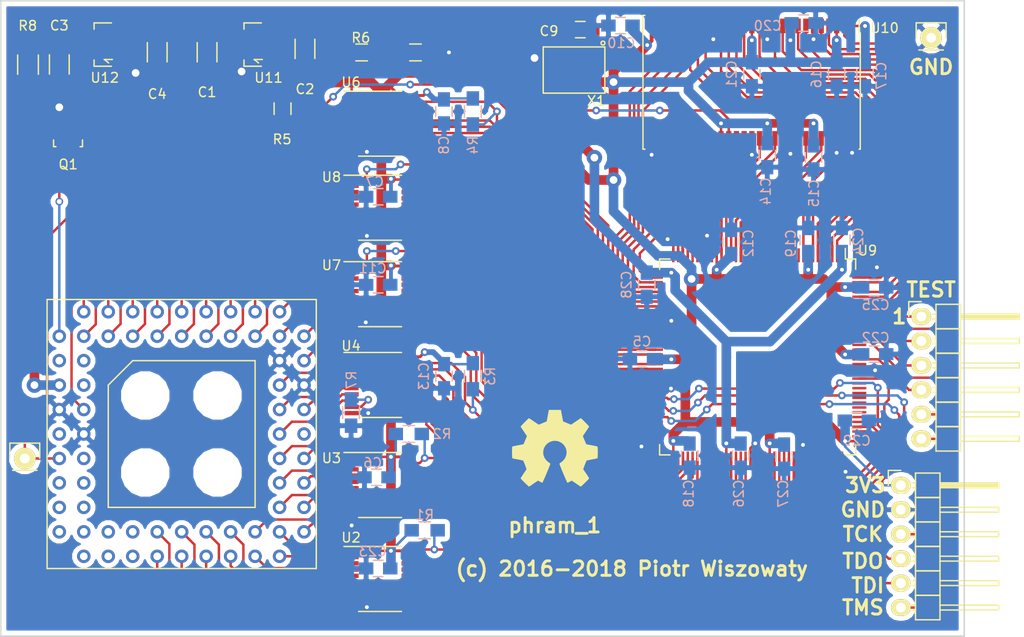
<source format=kicad_pcb>
(kicad_pcb (version 20171114) (host pcbnew "(2017-11-24 revision a01d81e4b)-master")
  (layers (0 F.Cu signal) (31 B.Cu signal) (34 B.Paste user hide) (35 F.Paste user hide) (36 B.SilkS user) (37 F.SilkS user) (38 B.Mask user) (39 F.Mask user hide) (44 Edge.Cuts user))
  (net 0 "")
  (net 1 +3V3)
  (net 2 /cpu_a1)
  (net 3 /cpu_a2)
  (net 4 /cpu_a3)
  (net 5 /cpu_a4)
  (net 6 /cpu_a5)
  (net 7 /cpu_a6)
  (net 8 /cpu_a7)
  (net 9 /cpu_a8)
  (net 10 GND)
  (net 11 /mmu_a8)
  (net 12 /mmu_a7)
  (net 13 /mmu_a6)
  (net 14 /mmu_a5)
  (net 15 /mmu_a4)
  (net 16 /mmu_a3)
  (net 17 /mmu_a2)
  (net 18 /mmu_a1)
  (net 19 /cpu_a9)
  (net 20 /cpu_a10)
  (net 21 /cpu_a11)
  (net 22 /cpu_a12)
  (net 23 /cpu_a13)
  (net 24 /cpu_a14)
  (net 25 /cpu_a15)
  (net 26 /cpu_a16)
  (net 27 /mmu_a16)
  (net 28 /mmu_a15)
  (net 29 /mmu_a14)
  (net 30 /mmu_a13)
  (net 31 /mmu_a12)
  (net 32 /mmu_a11)
  (net 33 /mmu_a10)
  (net 34 /mmu_a9)
  (net 35 /cpu_a17)
  (net 36 /cpu_a18)
  (net 37 /cpu_a19)
  (net 38 /cpu_a20)
  (net 39 /cpu_a21)
  (net 40 /cpu_a22)
  (net 41 /cpu_a23)
  (net 42 "Net-(U4-Pad11)")
  (net 43 /mmu_a23)
  (net 44 /mmu_a22)
  (net 45 /mmu_a21)
  (net 46 /mmu_a20)
  (net 47 /mmu_a19)
  (net 48 /mmu_a18)
  (net 49 /mmu_a17)
  (net 50 /cpu_clk)
  (net 51 /cpu_reset)
  (net 52 /cpu_as)
  (net 53 /cpu_uds)
  (net 54 /cpu_lds)
  (net 55 /cpu_rw)
  (net 56 /mmu_rw)
  (net 57 /mmu_lds)
  (net 58 /mmu_uds)
  (net 59 /mmu_as)
  (net 60 /mmu_reset)
  (net 61 /mmu_clk_7)
  (net 62 /cpu_d8)
  (net 63 /cpu_d9)
  (net 64 /cpu_d10)
  (net 65 /cpu_d11)
  (net 66 /cpu_d12)
  (net 67 /cpu_d13)
  (net 68 /cpu_d14)
  (net 69 /cpu_d15)
  (net 70 /mmu_d15)
  (net 71 /mmu_d14)
  (net 72 /mmu_d13)
  (net 73 /mmu_d12)
  (net 74 /mmu_d11)
  (net 75 /mmu_d10)
  (net 76 /mmu_d9)
  (net 77 /mmu_d8)
  (net 78 /u_data_oe)
  (net 79 /cpu_d0)
  (net 80 /cpu_d1)
  (net 81 /cpu_d2)
  (net 82 /cpu_d3)
  (net 83 /cpu_d4)
  (net 84 /cpu_d5)
  (net 85 /cpu_d6)
  (net 86 /cpu_d7)
  (net 87 /mmu_d7)
  (net 88 /mmu_d6)
  (net 89 /mmu_d5)
  (net 90 /mmu_d4)
  (net 91 /mmu_d3)
  (net 92 /mmu_d2)
  (net 93 /mmu_d1)
  (net 94 /mmu_d0)
  (net 95 /l_data_oe)
  (net 96 +1V8)
  (net 97 "Net-(U9-Pad10)")
  (net 98 "Net-(U9-Pad11)")
  (net 99 "Net-(U9-Pad12)")
  (net 100 "Net-(U9-Pad13)")
  (net 101 "Net-(U9-Pad14)")
  (net 102 "Net-(U9-Pad15)")
  (net 103 "Net-(U9-Pad16)")
  (net 104 "Net-(U9-Pad17)")
  (net 105 "Net-(U9-Pad18)")
  (net 106 "Net-(U9-Pad113)")
  (net 107 "Net-(U9-Pad114)")
  (net 108 "Net-(U9-Pad115)")
  (net 109 "Net-(U9-Pad116)")
  (net 110 "Net-(U9-Pad117)")
  (net 111 "Net-(U9-Pad118)")
  (net 112 "Net-(U9-Pad119)")
  (net 113 "Net-(U9-Pad120)")
  (net 114 "Net-(U9-Pad121)")
  (net 115 "Net-(U9-Pad124)")
  (net 116 "Net-(U9-Pad125)")
  (net 117 "Net-(U9-Pad128)")
  (net 118 "Net-(U9-Pad129)")
  (net 119 /dram_dq0)
  (net 120 /dram_dq1)
  (net 121 /dram_dq2)
  (net 122 /dram_dq3)
  (net 123 /dram_dq4)
  (net 124 /dram_dq5)
  (net 125 /dram_dq6)
  (net 126 /dram_dq7)
  (net 127 /dram_dqml)
  (net 128 /dram_we)
  (net 129 /dram_cas)
  (net 130 /dram_ras)
  (net 131 /dram_ba0)
  (net 132 /dram_ba1)
  (net 133 /dram_a10)
  (net 134 /dram_a0)
  (net 135 /dram_a1)
  (net 136 /dram_a2)
  (net 137 /dram_a3)
  (net 138 /dram_a4)
  (net 139 /dram_a5)
  (net 140 /dram_a6)
  (net 141 /dram_a7)
  (net 142 /dram_a8)
  (net 143 /dram_a9)
  (net 144 /dram_a11)
  (net 145 /dram_clk)
  (net 146 /dram_dqmh)
  (net 147 /dram_dq8)
  (net 148 /dram_dq9)
  (net 149 /dram_dq10)
  (net 150 /dram_dq11)
  (net 151 /dram_dq12)
  (net 152 /dram_dq13)
  (net 153 /dram_dq14)
  (net 154 /dram_dq15)
  (net 155 +5V)
  (net 156 /mmu_dtack)
  (net 157 /cpu_dtack)
  (net 158 "Net-(U1-Pad11)")
  (net 159 "Net-(U1-Pad12)")
  (net 160 "Net-(U1-Pad13)")
  (net 161 "Net-(U1-Pad18)")
  (net 162 "Net-(U1-Pad21)")
  (net 163 "Net-(U1-Pad22)")
  (net 164 "Net-(U1-Pad23)")
  (net 165 "Net-(U1-Pad24)")
  (net 166 "Net-(U1-Pad25)")
  (net 167 "Net-(U1-Pad26)")
  (net 168 "Net-(U1-Pad27)")
  (net 169 "Net-(U1-Pad28)")
  (net 170 "Net-(U1-Pad29)")
  (net 171 "Net-(U1-Pad30)")
  (net 172 "Net-(U1-Pad31)")
  (net 173 /tck)
  (net 174 /tdo)
  (net 175 /tdi)
  (net 176 /tms)
  (net 177 "Net-(U6-Pad17)")
  (net 178 "Net-(U6-Pad18)")
  (net 179 /u_data_dir)
  (net 180 /l_data_dir)
  (net 181 /addr_oe_0)
  (net 182 /addr_oe_1)
  (net 183 /addr_oe_2)
  (net 184 /ctl_oe)
  (net 185 /test1)
  (net 186 /test2)
  (net 187 /test3)
  (net 188 /test4)
  (net 189 /test5)
  (net 190 /test6)
  (net 191 "Net-(D1-Pad2)")
  (net 192 "Net-(R5-Pad2)")
  (net 193 "Net-(U1-Pad19)")
  (net 194 "Net-(R7-Pad2)")
  (net 195 "Net-(C3-Pad1)")
  (module Symbols:OSHW-Symbol_8.9x8mm_SilkScreen (layer F.Cu) (at 107.5 96.5)
    (fp_text reference REF*** hide)
    (fp_text value OSHW-Symbol_8.9x8mm_SilkScreen hide)
  )
  (module Miscellaneous:PLCC68-upsidedown (layer F.Cu) (at 68.78 95.005)
    (fp_text reference U1 hide)
    (fp_text value MC68000FN)
    (pad 1 thru_hole circle (at 0 -12.7) (size 1.4 1.4) (drill 0.8) (layers *.Cu *.Mask) (net 83 /cpu_d4))
    (pad 2 thru_hole circle (at -2.54 -10.16) (size 1.4 1.4) (drill 0.8) (layers *.Cu *.Mask) (net 82 /cpu_d3))
    (pad 3 thru_hole circle (at -2.54 -12.7) (size 1.4 1.4) (drill 0.8) (layers *.Cu *.Mask) (net 81 /cpu_d2))
    (pad 4 thru_hole circle (at -5.08 -10.16) (size 1.4 1.4) (drill 0.8) (layers *.Cu *.Mask) (net 80 /cpu_d1))
    (pad 5 thru_hole circle (at -5.08 -12.7) (size 1.4 1.4) (drill 0.8) (layers *.Cu *.Mask) (net 79 /cpu_d0))
    (pad 6 thru_hole circle (at -7.62 -10.16) (size 1.4 1.4) (drill 0.8) (layers *.Cu *.Mask) (net 52 /cpu_as))
    (pad 7 thru_hole circle (at -7.62 -12.7) (size 1.4 1.4) (drill 0.8) (layers *.Cu *.Mask) (net 53 /cpu_uds))
    (pad 8 thru_hole circle (at -10.16 -10.16) (size 1.4 1.4) (drill 0.8) (layers *.Cu *.Mask) (net 54 /cpu_lds))
    (pad 9 thru_hole circle (at -10.16 -12.7) (size 1.4 1.4) (drill 0.8) (layers *.Cu *.Mask) (net 55 /cpu_rw))
    (pad 10 thru_hole circle (at -12.7 -10.16) (size 1.4 1.4) (drill 0.8) (layers *.Cu *.Mask) (net 157 /cpu_dtack))
    (pad 11 thru_hole circle (at -10.16 -7.62) (size 1.4 1.4) (drill 0.8) (layers *.Cu *.Mask) (net 158 "Net-(U1-Pad11)"))
    (pad 12 thru_hole circle (at -12.7 -7.62) (size 1.4 1.4) (drill 0.8) (layers *.Cu *.Mask) (net 159 "Net-(U1-Pad12)"))
    (pad 13 thru_hole circle (at -10.16 -5.08) (size 1.4 1.4) (drill 0.8) (layers *.Cu *.Mask) (net 160 "Net-(U1-Pad13)"))
    (pad 14 thru_hole circle (at -12.7 -5.08) (size 1.4 1.4) (drill 0.8) (layers *.Cu *.Mask) (net 155 +5V))
    (pad 15 thru_hole circle (at -10.16 -2.54) (size 1.4 1.4) (drill 0.8) (layers *.Cu *.Mask) (net 50 /cpu_clk))
    (pad 16 thru_hole circle (at -12.7 -2.54) (size 1.4 1.4) (drill 0.8) (layers *.Cu *.Mask) (net 10 GND))
    (pad 17 thru_hole circle (at -10.16 0) (size 1.4 1.4) (drill 0.8) (layers *.Cu *.Mask) (net 10 GND))
    (pad 18 thru_hole circle (at -12.7 0) (size 1.4 1.4) (drill 0.8) (layers *.Cu *.Mask) (net 161 "Net-(U1-Pad18)"))
    (pad 19 thru_hole circle (at -10.16 2.54) (size 1.4 1.4) (drill 0.8) (layers *.Cu *.Mask) (net 193 "Net-(U1-Pad19)"))
    (pad 20 thru_hole circle (at -12.7 2.54) (size 1.4 1.4) (drill 0.8) (layers *.Cu *.Mask) (net 51 /cpu_reset))
    (pad 21 thru_hole circle (at -10.16 5.08) (size 1.4 1.4) (drill 0.8) (layers *.Cu *.Mask) (net 162 "Net-(U1-Pad21)"))
    (pad 22 thru_hole circle (at -12.7 5.08) (size 1.4 1.4) (drill 0.8) (layers *.Cu *.Mask) (net 163 "Net-(U1-Pad22)"))
    (pad 23 thru_hole circle (at -10.16 7.62) (size 1.4 1.4) (drill 0.8) (layers *.Cu *.Mask) (net 164 "Net-(U1-Pad23)"))
    (pad 24 thru_hole circle (at -12.7 7.62) (size 1.4 1.4) (drill 0.8) (layers *.Cu *.Mask) (net 165 "Net-(U1-Pad24)"))
    (pad 25 thru_hole circle (at -10.16 10.16) (size 1.4 1.4) (drill 0.8) (layers *.Cu *.Mask) (net 166 "Net-(U1-Pad25)"))
    (pad 26 thru_hole circle (at -12.7 10.16) (size 1.4 1.4) (drill 0.8) (layers *.Cu *.Mask) (net 167 "Net-(U1-Pad26)"))
    (pad 27 thru_hole circle (at -10.16 12.7) (size 1.4 1.4) (drill 0.8) (layers *.Cu *.Mask) (net 168 "Net-(U1-Pad27)"))
    (pad 28 thru_hole circle (at -7.62 10.16) (size 1.4 1.4) (drill 0.8) (layers *.Cu *.Mask) (net 169 "Net-(U1-Pad28)"))
    (pad 29 thru_hole circle (at -7.62 12.7) (size 1.4 1.4) (drill 0.8) (layers *.Cu *.Mask) (net 170 "Net-(U1-Pad29)"))
    (pad 30 thru_hole circle (at -5.08 10.16) (size 1.4 1.4) (drill 0.8) (layers *.Cu *.Mask) (net 171 "Net-(U1-Pad30)"))
    (pad 31 thru_hole circle (at -5.08 12.7) (size 1.4 1.4) (drill 0.8) (layers *.Cu *.Mask) (net 172 "Net-(U1-Pad31)"))
    (pad 32 thru_hole circle (at -2.54 10.16) (size 1.4 1.4) (drill 0.8) (layers *.Cu *.Mask) (net 2 /cpu_a1))
    (pad 33 thru_hole circle (at -2.54 12.7) (size 1.4 1.4) (drill 0.8) (layers *.Cu *.Mask) (net 3 /cpu_a2))
    (pad 34 thru_hole circle (at 0 10.16) (size 1.4 1.4) (drill 0.8) (layers *.Cu *.Mask) (net 4 /cpu_a3))
    (pad 35 thru_hole circle (at 0 12.7) (size 1.4 1.4) (drill 0.8) (layers *.Cu *.Mask) (net 5 /cpu_a4))
    (pad 36 thru_hole circle (at 2.54 10.16) (size 1.4 1.4) (drill 0.8) (layers *.Cu *.Mask) (net 6 /cpu_a5))
    (pad 37 thru_hole circle (at 2.54 12.7) (size 1.4 1.4) (drill 0.8) (layers *.Cu *.Mask) (net 7 /cpu_a6))
    (pad 38 thru_hole circle (at 5.08 10.16) (size 1.4 1.4) (drill 0.8) (layers *.Cu *.Mask) (net 8 /cpu_a7))
    (pad 39 thru_hole circle (at 5.08 12.7) (size 1.4 1.4) (drill 0.8) (layers *.Cu *.Mask) (net 9 /cpu_a8))
    (pad 40 thru_hole circle (at 7.62 10.16) (size 1.4 1.4) (drill 0.8) (layers *.Cu *.Mask) (net 19 /cpu_a9))
    (pad 41 thru_hole circle (at 7.62 12.7) (size 1.4 1.4) (drill 0.8) (layers *.Cu *.Mask) (net 20 /cpu_a10))
    (pad 42 thru_hole circle (at 10.16 10.16) (size 1.4 1.4) (drill 0.8) (layers *.Cu *.Mask) (net 21 /cpu_a11))
    (pad 43 thru_hole circle (at 10.16 12.7) (size 1.4 1.4) (drill 0.8) (layers *.Cu *.Mask) (net 22 /cpu_a12))
    (pad 44 thru_hole circle (at 12.7 10.16) (size 1.4 1.4) (drill 0.8) (layers *.Cu *.Mask) (net 23 /cpu_a13))
    (pad 45 thru_hole circle (at 10.16 7.62) (size 1.4 1.4) (drill 0.8) (layers *.Cu *.Mask) (net 24 /cpu_a14))
    (pad 46 thru_hole circle (at 12.7 7.62) (size 1.4 1.4) (drill 0.8) (layers *.Cu *.Mask) (net 25 /cpu_a15))
    (pad 47 thru_hole circle (at 10.16 5.08) (size 1.4 1.4) (drill 0.8) (layers *.Cu *.Mask) (net 26 /cpu_a16))
    (pad 48 thru_hole circle (at 12.7 5.08) (size 1.4 1.4) (drill 0.8) (layers *.Cu *.Mask) (net 35 /cpu_a17))
    (pad 49 thru_hole circle (at 10.16 2.54) (size 1.4 1.4) (drill 0.8) (layers *.Cu *.Mask) (net 36 /cpu_a18))
    (pad 50 thru_hole circle (at 12.7 2.54) (size 1.4 1.4) (drill 0.8) (layers *.Cu *.Mask) (net 37 /cpu_a19))
    (pad 51 thru_hole circle (at 10.16 0) (size 1.4 1.4) (drill 0.8) (layers *.Cu *.Mask) (net 38 /cpu_a20))
    (pad 52 thru_hole circle (at 12.7 0) (size 1.4 1.4) (drill 0.8) (layers *.Cu *.Mask) (net 155 +5V))
    (pad 53 thru_hole circle (at 10.16 -2.54) (size 1.4 1.4) (drill 0.8) (layers *.Cu *.Mask) (net 39 /cpu_a21))
    (pad 54 thru_hole circle (at 12.7 -2.54) (size 1.4 1.4) (drill 0.8) (layers *.Cu *.Mask) (net 40 /cpu_a22))
    (pad 55 thru_hole circle (at 10.16 -5.08) (size 1.4 1.4) (drill 0.8) (layers *.Cu *.Mask) (net 41 /cpu_a23))
    (pad 56 thru_hole circle (at 12.7 -5.08) (size 1.4 1.4) (drill 0.8) (layers *.Cu *.Mask) (net 10 GND))
    (pad 57 thru_hole circle (at 10.16 -7.62) (size 1.4 1.4) (drill 0.8) (layers *.Cu *.Mask) (net 10 GND))
    (pad 58 thru_hole circle (at 12.7 -7.62) (size 1.4 1.4) (drill 0.8) (layers *.Cu *.Mask) (net 69 /cpu_d15))
    (pad 59 thru_hole circle (at 10.16 -10.16) (size 1.4 1.4) (drill 0.8) (layers *.Cu *.Mask) (net 68 /cpu_d14))
    (pad 60 thru_hole circle (at 12.7 -10.16) (size 1.4 1.4) (drill 0.8) (layers *.Cu *.Mask) (net 67 /cpu_d13))
    (pad 61 thru_hole circle (at 10.16 -12.7) (size 1.4 1.4) (drill 0.8) (layers *.Cu *.Mask) (net 66 /cpu_d12))
    (pad 62 thru_hole circle (at 7.62 -10.16) (size 1.4 1.4) (drill 0.8) (layers *.Cu *.Mask) (net 65 /cpu_d11))
    (pad 63 thru_hole circle (at 7.62 -12.7) (size 1.4 1.4) (drill 0.8) (layers *.Cu *.Mask) (net 64 /cpu_d10))
    (pad 64 thru_hole circle (at 5.08 -10.16) (size 1.4 1.4) (drill 0.8) (layers *.Cu *.Mask) (net 63 /cpu_d9))
    (pad 65 thru_hole circle (at 5.08 -12.7) (size 1.4 1.4) (drill 0.8) (layers *.Cu *.Mask) (net 62 /cpu_d8))
    (pad 66 thru_hole circle (at 2.54 -10.16) (size 1.4 1.4) (drill 0.8) (layers *.Cu *.Mask) (net 86 /cpu_d7))
    (pad 67 thru_hole circle (at 2.54 -12.7) (size 1.4 1.4) (drill 0.8) (layers *.Cu *.Mask) (net 85 /cpu_d6))
    (pad 68 thru_hole circle (at 0 -10.16) (size 1.4 1.4) (drill 0.8) (layers *.Cu *.Mask) (net 84 /cpu_d5))
  )
  (module Miscellaneous:TSOP-II-54_22.22x10.16mm_Pitch0.8mm (layer F.Cu) (at 127.555 58.42 270)
    (fp_text reference U10 (at -5.588 -14.177) (layer F.SilkS))
    (fp_text value AS4C4M16SA)
    (pad 1 smd rect (at -5.8 -10.8 270) (size 1.52 0.548) (layers F.Cu F.Paste F.Mask) (net 1 +3V3))
    (pad 2 smd rect (at -5.8 -10 270) (size 1.52 0.548) (layers F.Cu F.Paste F.Mask) (net 119 /dram_dq0))
    (pad 3 smd rect (at -5.8 -9.2 270) (size 1.52 0.548) (layers F.Cu F.Paste F.Mask) (net 1 +3V3))
    (pad 4 smd rect (at -5.8 -8.4 270) (size 1.52 0.548) (layers F.Cu F.Paste F.Mask) (net 120 /dram_dq1))
    (pad 5 smd rect (at -5.8 -7.6 270) (size 1.52 0.548) (layers F.Cu F.Paste F.Mask) (net 121 /dram_dq2))
    (pad 6 smd rect (at -5.8 -6.8 270) (size 1.52 0.548) (layers F.Cu F.Paste F.Mask) (net 10 GND))
    (pad 7 smd rect (at -5.8 -6 270) (size 1.52 0.548) (layers F.Cu F.Paste F.Mask) (net 122 /dram_dq3))
    (pad 8 smd rect (at -5.8 -5.2 270) (size 1.52 0.548) (layers F.Cu F.Paste F.Mask) (net 123 /dram_dq4))
    (pad 9 smd rect (at -5.8 -4.4 270) (size 1.52 0.548) (layers F.Cu F.Paste F.Mask) (net 1 +3V3))
    (pad 10 smd rect (at -5.8 -3.6 270) (size 1.52 0.548) (layers F.Cu F.Paste F.Mask) (net 124 /dram_dq5))
    (pad 11 smd rect (at -5.8 -2.8 270) (size 1.52 0.548) (layers F.Cu F.Paste F.Mask) (net 125 /dram_dq6))
    (pad 12 smd rect (at -5.8 -2 270) (size 1.52 0.548) (layers F.Cu F.Paste F.Mask) (net 10 GND))
    (pad 13 smd rect (at -5.8 -1.2 270) (size 1.52 0.548) (layers F.Cu F.Paste F.Mask) (net 126 /dram_dq7))
    (pad 14 smd rect (at -5.8 -0.4 270) (size 1.52 0.548) (layers F.Cu F.Paste F.Mask) (net 1 +3V3))
    (pad 15 smd rect (at -5.8 0.4 270) (size 1.52 0.548) (layers F.Cu F.Paste F.Mask) (net 127 /dram_dqml))
    (pad 16 smd rect (at -5.8 1.2 270) (size 1.52 0.548) (layers F.Cu F.Paste F.Mask) (net 128 /dram_we))
    (pad 17 smd rect (at -5.8 2 270) (size 1.52 0.548) (layers F.Cu F.Paste F.Mask) (net 129 /dram_cas))
    (pad 18 smd rect (at -5.8 2.8 270) (size 1.52 0.548) (layers F.Cu F.Paste F.Mask) (net 130 /dram_ras))
    (pad 19 smd rect (at -5.8 3.6 270) (size 1.52 0.548) (layers F.Cu F.Paste F.Mask) (net 10 GND))
    (pad 20 smd rect (at -5.8 4.4 270) (size 1.52 0.548) (layers F.Cu F.Paste F.Mask) (net 131 /dram_ba0))
    (pad 21 smd rect (at -5.8 5.2 270) (size 1.52 0.548) (layers F.Cu F.Paste F.Mask) (net 132 /dram_ba1))
    (pad 22 smd rect (at -5.8 6 270) (size 1.52 0.548) (layers F.Cu F.Paste F.Mask) (net 133 /dram_a10))
    (pad 23 smd rect (at -5.8 6.8 270) (size 1.52 0.548) (layers F.Cu F.Paste F.Mask) (net 134 /dram_a0))
    (pad 24 smd rect (at -5.8 7.6 270) (size 1.52 0.548) (layers F.Cu F.Paste F.Mask) (net 135 /dram_a1))
    (pad 25 smd rect (at -5.8 8.4 270) (size 1.52 0.548) (layers F.Cu F.Paste F.Mask) (net 136 /dram_a2))
    (pad 26 smd rect (at -5.8 9.2 270) (size 1.52 0.548) (layers F.Cu F.Paste F.Mask) (net 137 /dram_a3))
    (pad 27 smd rect (at -5.8 10 270) (size 1.52 0.548) (layers F.Cu F.Paste F.Mask) (net 1 +3V3))
    (pad 28 smd rect (at 5.88 10 270) (size 1.52 0.548) (layers F.Cu F.Paste F.Mask) (net 10 GND))
    (pad 29 smd rect (at 5.88 9.2 270) (size 1.52 0.548) (layers F.Cu F.Paste F.Mask) (net 138 /dram_a4))
    (pad 30 smd rect (at 5.88 8.4 270) (size 1.52 0.548) (layers F.Cu F.Paste F.Mask) (net 139 /dram_a5))
    (pad 31 smd rect (at 5.88 7.6 270) (size 1.52 0.548) (layers F.Cu F.Paste F.Mask) (net 140 /dram_a6))
    (pad 32 smd rect (at 5.88 6.8 270) (size 1.52 0.548) (layers F.Cu F.Paste F.Mask) (net 141 /dram_a7))
    (pad 33 smd rect (at 5.88 6 270) (size 1.52 0.548) (layers F.Cu F.Paste F.Mask) (net 142 /dram_a8))
    (pad 34 smd rect (at 5.88 5.2 270) (size 1.52 0.548) (layers F.Cu F.Paste F.Mask) (net 143 /dram_a9))
    (pad 35 smd rect (at 5.88 4.4 270) (size 1.52 0.548) (layers F.Cu F.Paste F.Mask) (net 144 /dram_a11))
    (pad 36 smd rect (at 5.88 3.6 270) (size 1.52 0.548) (layers F.Cu F.Paste F.Mask))
    (pad 37 smd rect (at 5.88 2.8 270) (size 1.52 0.548) (layers F.Cu F.Paste F.Mask) (net 1 +3V3))
    (pad 38 smd rect (at 5.88 2 270) (size 1.52 0.548) (layers F.Cu F.Paste F.Mask) (net 145 /dram_clk))
    (pad 39 smd rect (at 5.88 1.2 270) (size 1.52 0.548) (layers F.Cu F.Paste F.Mask) (net 146 /dram_dqmh))
    (pad 40 smd rect (at 5.88 0.4 270) (size 1.52 0.548) (layers F.Cu F.Paste F.Mask))
    (pad 41 smd rect (at 5.88 -0.4 270) (size 1.52 0.548) (layers F.Cu F.Paste F.Mask) (net 10 GND))
    (pad 42 smd rect (at 5.88 -1.2 270) (size 1.52 0.548) (layers F.Cu F.Paste F.Mask) (net 147 /dram_dq8))
    (pad 43 smd rect (at 5.88 -2 270) (size 1.52 0.548) (layers F.Cu F.Paste F.Mask) (net 1 +3V3))
    (pad 44 smd rect (at 5.88 -2.8 270) (size 1.52 0.548) (layers F.Cu F.Paste F.Mask) (net 148 /dram_dq9))
    (pad 45 smd rect (at 5.88 -3.6 270) (size 1.52 0.548) (layers F.Cu F.Paste F.Mask) (net 149 /dram_dq10))
    (pad 46 smd rect (at 5.88 -4.4 270) (size 1.52 0.548) (layers F.Cu F.Paste F.Mask) (net 10 GND))
    (pad 47 smd rect (at 5.88 -5.2 270) (size 1.52 0.548) (layers F.Cu F.Paste F.Mask) (net 150 /dram_dq11))
    (pad 48 smd rect (at 5.88 -6 270) (size 1.52 0.548) (layers F.Cu F.Paste F.Mask) (net 151 /dram_dq12))
    (pad 49 smd rect (at 5.88 -6.8 270) (size 1.52 0.548) (layers F.Cu F.Paste F.Mask) (net 1 +3V3))
    (pad 50 smd rect (at 5.88 -7.6 270) (size 1.52 0.548) (layers F.Cu F.Paste F.Mask) (net 152 /dram_dq13))
    (pad 51 smd rect (at 5.88 -8.4 270) (size 1.52 0.548) (layers F.Cu F.Paste F.Mask) (net 153 /dram_dq14))
    (pad 52 smd rect (at 5.88 -9.2 270) (size 1.52 0.548) (layers F.Cu F.Paste F.Mask) (net 10 GND))
    (pad 53 smd rect (at 5.88 -10 270) (size 1.52 0.548) (layers F.Cu F.Paste F.Mask) (net 154 /dram_dq15))
    (pad 54 smd rect (at 5.88 -10.8 270) (size 1.52 0.548) (layers F.Cu F.Paste F.Mask) (net 10 GND))
  )
  (module Resistors_SMD:R_0805_HandSoldering (layer B.Cu) (at 94 105 180)
    (fp_text reference R1 (at 0 1.6) (layer B.SilkS) (effects (justify mirror)))
    (fp_text value 47k)
    (pad 1 smd rect (at -1.35 0 180) (size 1.5 1.3) (layers B.Cu B.Paste B.Mask) (net 181 /addr_oe_0))
    (pad 2 smd rect (at 1.35 0 180) (size 1.5 1.3) (layers B.Cu B.Paste B.Mask) (net 1 +3V3))
  )
  (module Resistors_SMD:R_0805_HandSoldering (layer B.Cu) (at 92.35 95 180)
    (fp_text reference R2 (at -3.45 0) (layer B.SilkS) (effects (justify mirror)))
    (fp_text value 47k)
    (pad 1 smd rect (at -1.35 0 180) (size 1.5 1.3) (layers B.Cu B.Paste B.Mask) (net 182 /addr_oe_1))
    (pad 2 smd rect (at 1.35 0 180) (size 1.5 1.3) (layers B.Cu B.Paste B.Mask) (net 1 +3V3))
  )
  (module Resistors_SMD:R_0805_HandSoldering (layer B.Cu) (at 99 89 90)
    (fp_text reference R3 (at 0 1.8 270) (layer B.SilkS) (effects (justify mirror)))
    (fp_text value 47k)
    (pad 1 smd rect (at -1.35 0 90) (size 1.5 1.3) (layers B.Cu B.Paste B.Mask) (net 183 /addr_oe_2))
    (pad 2 smd rect (at 1.35 0 90) (size 1.5 1.3) (layers B.Cu B.Paste B.Mask) (net 1 +3V3))
  )
  (module Resistors_SMD:R_0805_HandSoldering (layer B.Cu) (at 99 61.5 90)
    (fp_text reference R4 (at -3.5 0 270) (layer B.SilkS) (effects (justify mirror)))
    (fp_text value 47k)
    (pad 1 smd rect (at -1.35 0 90) (size 1.5 1.3) (layers B.Cu B.Paste B.Mask) (net 184 /ctl_oe))
    (pad 2 smd rect (at 1.35 0 90) (size 1.5 1.3) (layers B.Cu B.Paste B.Mask) (net 1 +3V3))
  )
  (module Housings_SSOP:TSSOP-20_4.4x6.5mm_Pitch0.65mm (layer F.Cu) (at 89.37 110.06)
    (fp_text reference U2 (at -3.01 -4.3) (layer F.SilkS))
    (fp_text value 74LVX245)
    (pad 1 smd rect (at -2.95 -2.925) (size 1.45 0.45) (layers F.Cu F.Paste F.Mask) (net 1 +3V3))
    (pad 2 smd rect (at -2.95 -2.275) (size 1.45 0.45) (layers F.Cu F.Paste F.Mask) (net 8 /cpu_a7))
    (pad 3 smd rect (at -2.95 -1.625) (size 1.45 0.45) (layers F.Cu F.Paste F.Mask) (net 9 /cpu_a8))
    (pad 4 smd rect (at -2.95 -0.975) (size 1.45 0.45) (layers F.Cu F.Paste F.Mask) (net 6 /cpu_a5))
    (pad 5 smd rect (at -2.95 -0.325) (size 1.45 0.45) (layers F.Cu F.Paste F.Mask) (net 7 /cpu_a6))
    (pad 6 smd rect (at -2.95 0.325) (size 1.45 0.45) (layers F.Cu F.Paste F.Mask) (net 4 /cpu_a3))
    (pad 7 smd rect (at -2.95 0.975) (size 1.45 0.45) (layers F.Cu F.Paste F.Mask) (net 5 /cpu_a4))
    (pad 8 smd rect (at -2.95 1.625) (size 1.45 0.45) (layers F.Cu F.Paste F.Mask) (net 2 /cpu_a1))
    (pad 9 smd rect (at -2.95 2.275) (size 1.45 0.45) (layers F.Cu F.Paste F.Mask) (net 3 /cpu_a2))
    (pad 10 smd rect (at -2.95 2.925) (size 1.45 0.45) (layers F.Cu F.Paste F.Mask) (net 10 GND))
    (pad 11 smd rect (at 2.95 2.925) (size 1.45 0.45) (layers F.Cu F.Paste F.Mask) (net 17 /mmu_a2))
    (pad 12 smd rect (at 2.95 2.275) (size 1.45 0.45) (layers F.Cu F.Paste F.Mask) (net 18 /mmu_a1))
    (pad 13 smd rect (at 2.95 1.625) (size 1.45 0.45) (layers F.Cu F.Paste F.Mask) (net 15 /mmu_a4))
    (pad 14 smd rect (at 2.95 0.975) (size 1.45 0.45) (layers F.Cu F.Paste F.Mask) (net 16 /mmu_a3))
    (pad 15 smd rect (at 2.95 0.325) (size 1.45 0.45) (layers F.Cu F.Paste F.Mask) (net 13 /mmu_a6))
    (pad 16 smd rect (at 2.95 -0.325) (size 1.45 0.45) (layers F.Cu F.Paste F.Mask) (net 14 /mmu_a5))
    (pad 17 smd rect (at 2.95 -0.975) (size 1.45 0.45) (layers F.Cu F.Paste F.Mask) (net 11 /mmu_a8))
    (pad 18 smd rect (at 2.95 -1.625) (size 1.45 0.45) (layers F.Cu F.Paste F.Mask) (net 12 /mmu_a7))
    (pad 19 smd rect (at 2.95 -2.275) (size 1.45 0.45) (layers F.Cu F.Paste F.Mask) (net 181 /addr_oe_0))
    (pad 20 smd rect (at 2.95 -2.925) (size 1.45 0.45) (layers F.Cu F.Paste F.Mask) (net 1 +3V3))
  )
  (module Housings_SSOP:TSSOP-20_4.4x6.5mm_Pitch0.65mm (layer F.Cu) (at 89.37 100.3)
    (fp_text reference U3 (at -5.042 -2.788) (layer F.SilkS))
    (fp_text value 74LVX245)
    (pad 1 smd rect (at -2.95 -2.925) (size 1.45 0.45) (layers F.Cu F.Paste F.Mask) (net 1 +3V3))
    (pad 2 smd rect (at -2.95 -2.275) (size 1.45 0.45) (layers F.Cu F.Paste F.Mask) (net 35 /cpu_a17))
    (pad 3 smd rect (at -2.95 -1.625) (size 1.45 0.45) (layers F.Cu F.Paste F.Mask) (net 24 /cpu_a14))
    (pad 4 smd rect (at -2.95 -0.975) (size 1.45 0.45) (layers F.Cu F.Paste F.Mask) (net 25 /cpu_a15))
    (pad 5 smd rect (at -2.95 -0.325) (size 1.45 0.45) (layers F.Cu F.Paste F.Mask) (net 19 /cpu_a9))
    (pad 6 smd rect (at -2.95 0.325) (size 1.45 0.45) (layers F.Cu F.Paste F.Mask) (net 23 /cpu_a13))
    (pad 7 smd rect (at -2.95 0.975) (size 1.45 0.45) (layers F.Cu F.Paste F.Mask) (net 21 /cpu_a11))
    (pad 8 smd rect (at -2.95 1.625) (size 1.45 0.45) (layers F.Cu F.Paste F.Mask) (net 22 /cpu_a12))
    (pad 9 smd rect (at -2.95 2.275) (size 1.45 0.45) (layers F.Cu F.Paste F.Mask) (net 20 /cpu_a10))
    (pad 10 smd rect (at -2.95 2.925) (size 1.45 0.45) (layers F.Cu F.Paste F.Mask) (net 10 GND))
    (pad 11 smd rect (at 2.95 2.925) (size 1.45 0.45) (layers F.Cu F.Paste F.Mask) (net 33 /mmu_a10))
    (pad 12 smd rect (at 2.95 2.275) (size 1.45 0.45) (layers F.Cu F.Paste F.Mask) (net 31 /mmu_a12))
    (pad 13 smd rect (at 2.95 1.625) (size 1.45 0.45) (layers F.Cu F.Paste F.Mask) (net 32 /mmu_a11))
    (pad 14 smd rect (at 2.95 0.975) (size 1.45 0.45) (layers F.Cu F.Paste F.Mask) (net 30 /mmu_a13))
    (pad 15 smd rect (at 2.95 0.325) (size 1.45 0.45) (layers F.Cu F.Paste F.Mask) (net 34 /mmu_a9))
    (pad 16 smd rect (at 2.95 -0.325) (size 1.45 0.45) (layers F.Cu F.Paste F.Mask) (net 28 /mmu_a15))
    (pad 17 smd rect (at 2.95 -0.975) (size 1.45 0.45) (layers F.Cu F.Paste F.Mask) (net 29 /mmu_a14))
    (pad 18 smd rect (at 2.95 -1.625) (size 1.45 0.45) (layers F.Cu F.Paste F.Mask) (net 49 /mmu_a17))
    (pad 19 smd rect (at 2.95 -2.275) (size 1.45 0.45) (layers F.Cu F.Paste F.Mask) (net 182 /addr_oe_1))
    (pad 20 smd rect (at 2.95 -2.925) (size 1.45 0.45) (layers F.Cu F.Paste F.Mask) (net 1 +3V3))
  )
  (module Housings_SSOP:TSSOP-20_4.4x6.5mm_Pitch0.65mm (layer F.Cu) (at 89.37 89.91)
    (fp_text reference U4 (at -3.01 -4.058) (layer F.SilkS))
    (fp_text value 74LVX245)
    (pad 1 smd rect (at -2.95 -2.925) (size 1.45 0.45) (layers F.Cu F.Paste F.Mask) (net 1 +3V3))
    (pad 2 smd rect (at -2.95 -2.275) (size 1.45 0.45) (layers F.Cu F.Paste F.Mask) (net 41 /cpu_a23))
    (pad 3 smd rect (at -2.95 -1.625) (size 1.45 0.45) (layers F.Cu F.Paste F.Mask) (net 39 /cpu_a21))
    (pad 4 smd rect (at -2.95 -0.975) (size 1.45 0.45) (layers F.Cu F.Paste F.Mask) (net 40 /cpu_a22))
    (pad 5 smd rect (at -2.95 -0.325) (size 1.45 0.45) (layers F.Cu F.Paste F.Mask) (net 38 /cpu_a20))
    (pad 6 smd rect (at -2.95 0.325) (size 1.45 0.45) (layers F.Cu F.Paste F.Mask) (net 36 /cpu_a18))
    (pad 7 smd rect (at -2.95 0.975) (size 1.45 0.45) (layers F.Cu F.Paste F.Mask) (net 37 /cpu_a19))
    (pad 8 smd rect (at -2.95 1.625) (size 1.45 0.45) (layers F.Cu F.Paste F.Mask) (net 26 /cpu_a16))
    (pad 9 smd rect (at -2.95 2.275) (size 1.45 0.45) (layers F.Cu F.Paste F.Mask) (net 194 "Net-(R7-Pad2)"))
    (pad 10 smd rect (at -2.95 2.925) (size 1.45 0.45) (layers F.Cu F.Paste F.Mask) (net 10 GND))
    (pad 11 smd rect (at 2.95 2.925) (size 1.45 0.45) (layers F.Cu F.Paste F.Mask) (net 42 "Net-(U4-Pad11)"))
    (pad 12 smd rect (at 2.95 2.275) (size 1.45 0.45) (layers F.Cu F.Paste F.Mask) (net 27 /mmu_a16))
    (pad 13 smd rect (at 2.95 1.625) (size 1.45 0.45) (layers F.Cu F.Paste F.Mask) (net 47 /mmu_a19))
    (pad 14 smd rect (at 2.95 0.975) (size 1.45 0.45) (layers F.Cu F.Paste F.Mask) (net 48 /mmu_a18))
    (pad 15 smd rect (at 2.95 0.325) (size 1.45 0.45) (layers F.Cu F.Paste F.Mask) (net 46 /mmu_a20))
    (pad 16 smd rect (at 2.95 -0.325) (size 1.45 0.45) (layers F.Cu F.Paste F.Mask) (net 44 /mmu_a22))
    (pad 17 smd rect (at 2.95 -0.975) (size 1.45 0.45) (layers F.Cu F.Paste F.Mask) (net 45 /mmu_a21))
    (pad 18 smd rect (at 2.95 -1.625) (size 1.45 0.45) (layers F.Cu F.Paste F.Mask) (net 43 /mmu_a23))
    (pad 19 smd rect (at 2.95 -2.275) (size 1.45 0.45) (layers F.Cu F.Paste F.Mask) (net 183 /addr_oe_2))
    (pad 20 smd rect (at 2.95 -2.925) (size 1.45 0.45) (layers F.Cu F.Paste F.Mask) (net 1 +3V3))
  )
  (module Housings_SSOP:TSSOP-20_4.4x6.5mm_Pitch0.65mm (layer F.Cu) (at 89.37 62.77)
    (fp_text reference U6 (at -3.01 -4.3) (layer F.SilkS))
    (fp_text value 74LVX245)
    (pad 1 smd rect (at -2.95 -2.925) (size 1.45 0.45) (layers F.Cu F.Paste F.Mask) (net 1 +3V3))
    (pad 2 smd rect (at -2.95 -2.275) (size 1.45 0.45) (layers F.Cu F.Paste F.Mask) (net 192 "Net-(R5-Pad2)"))
    (pad 3 smd rect (at -2.95 -1.625) (size 1.45 0.45) (layers F.Cu F.Paste F.Mask) (net 192 "Net-(R5-Pad2)"))
    (pad 4 smd rect (at -2.95 -0.975) (size 1.45 0.45) (layers F.Cu F.Paste F.Mask) (net 51 /cpu_reset))
    (pad 5 smd rect (at -2.95 -0.325) (size 1.45 0.45) (layers F.Cu F.Paste F.Mask) (net 50 /cpu_clk))
    (pad 6 smd rect (at -2.95 0.325) (size 1.45 0.45) (layers F.Cu F.Paste F.Mask) (net 55 /cpu_rw))
    (pad 7 smd rect (at -2.95 0.975) (size 1.45 0.45) (layers F.Cu F.Paste F.Mask) (net 54 /cpu_lds))
    (pad 8 smd rect (at -2.95 1.625) (size 1.45 0.45) (layers F.Cu F.Paste F.Mask) (net 53 /cpu_uds))
    (pad 9 smd rect (at -2.95 2.275) (size 1.45 0.45) (layers F.Cu F.Paste F.Mask) (net 52 /cpu_as))
    (pad 10 smd rect (at -2.95 2.925) (size 1.45 0.45) (layers F.Cu F.Paste F.Mask) (net 10 GND))
    (pad 11 smd rect (at 2.95 2.925) (size 1.45 0.45) (layers F.Cu F.Paste F.Mask) (net 59 /mmu_as))
    (pad 12 smd rect (at 2.95 2.275) (size 1.45 0.45) (layers F.Cu F.Paste F.Mask) (net 58 /mmu_uds))
    (pad 13 smd rect (at 2.95 1.625) (size 1.45 0.45) (layers F.Cu F.Paste F.Mask) (net 57 /mmu_lds))
    (pad 14 smd rect (at 2.95 0.975) (size 1.45 0.45) (layers F.Cu F.Paste F.Mask) (net 56 /mmu_rw))
    (pad 15 smd rect (at 2.95 0.325) (size 1.45 0.45) (layers F.Cu F.Paste F.Mask) (net 61 /mmu_clk_7))
    (pad 16 smd rect (at 2.95 -0.325) (size 1.45 0.45) (layers F.Cu F.Paste F.Mask) (net 60 /mmu_reset))
    (pad 17 smd rect (at 2.95 -0.975) (size 1.45 0.45) (layers F.Cu F.Paste F.Mask) (net 177 "Net-(U6-Pad17)"))
    (pad 18 smd rect (at 2.95 -1.625) (size 1.45 0.45) (layers F.Cu F.Paste F.Mask) (net 178 "Net-(U6-Pad18)"))
    (pad 19 smd rect (at 2.95 -2.275) (size 1.45 0.45) (layers F.Cu F.Paste F.Mask) (net 184 /ctl_oe))
    (pad 20 smd rect (at 2.95 -2.925) (size 1.45 0.45) (layers F.Cu F.Paste F.Mask) (net 1 +3V3))
  )
  (module Housings_SSOP:TSSOP-20_4.4x6.5mm_Pitch0.65mm (layer F.Cu) (at 89.37 80.48)
    (fp_text reference U7 (at -5.042 -3.01) (layer F.SilkS))
    (fp_text value 74LVX245)
    (pad 1 smd rect (at -2.95 -2.925) (size 1.45 0.45) (layers F.Cu F.Paste F.Mask) (net 179 /u_data_dir))
    (pad 2 smd rect (at -2.95 -2.275) (size 1.45 0.45) (layers F.Cu F.Paste F.Mask) (net 62 /cpu_d8))
    (pad 3 smd rect (at -2.95 -1.625) (size 1.45 0.45) (layers F.Cu F.Paste F.Mask) (net 63 /cpu_d9))
    (pad 4 smd rect (at -2.95 -0.975) (size 1.45 0.45) (layers F.Cu F.Paste F.Mask) (net 64 /cpu_d10))
    (pad 5 smd rect (at -2.95 -0.325) (size 1.45 0.45) (layers F.Cu F.Paste F.Mask) (net 65 /cpu_d11))
    (pad 6 smd rect (at -2.95 0.325) (size 1.45 0.45) (layers F.Cu F.Paste F.Mask) (net 66 /cpu_d12))
    (pad 7 smd rect (at -2.95 0.975) (size 1.45 0.45) (layers F.Cu F.Paste F.Mask) (net 68 /cpu_d14))
    (pad 8 smd rect (at -2.95 1.625) (size 1.45 0.45) (layers F.Cu F.Paste F.Mask) (net 67 /cpu_d13))
    (pad 9 smd rect (at -2.95 2.275) (size 1.45 0.45) (layers F.Cu F.Paste F.Mask) (net 69 /cpu_d15))
    (pad 10 smd rect (at -2.95 2.925) (size 1.45 0.45) (layers F.Cu F.Paste F.Mask) (net 10 GND))
    (pad 11 smd rect (at 2.95 2.925) (size 1.45 0.45) (layers F.Cu F.Paste F.Mask) (net 70 /mmu_d15))
    (pad 12 smd rect (at 2.95 2.275) (size 1.45 0.45) (layers F.Cu F.Paste F.Mask) (net 72 /mmu_d13))
    (pad 13 smd rect (at 2.95 1.625) (size 1.45 0.45) (layers F.Cu F.Paste F.Mask) (net 71 /mmu_d14))
    (pad 14 smd rect (at 2.95 0.975) (size 1.45 0.45) (layers F.Cu F.Paste F.Mask) (net 73 /mmu_d12))
    (pad 15 smd rect (at 2.95 0.325) (size 1.45 0.45) (layers F.Cu F.Paste F.Mask) (net 74 /mmu_d11))
    (pad 16 smd rect (at 2.95 -0.325) (size 1.45 0.45) (layers F.Cu F.Paste F.Mask) (net 75 /mmu_d10))
    (pad 17 smd rect (at 2.95 -0.975) (size 1.45 0.45) (layers F.Cu F.Paste F.Mask) (net 76 /mmu_d9))
    (pad 18 smd rect (at 2.95 -1.625) (size 1.45 0.45) (layers F.Cu F.Paste F.Mask) (net 77 /mmu_d8))
    (pad 19 smd rect (at 2.95 -2.275) (size 1.45 0.45) (layers F.Cu F.Paste F.Mask) (net 78 /u_data_oe))
    (pad 20 smd rect (at 2.95 -2.925) (size 1.45 0.45) (layers F.Cu F.Paste F.Mask) (net 1 +3V3))
  )
  (module Housings_SSOP:TSSOP-20_4.4x6.5mm_Pitch0.65mm (layer F.Cu) (at 89.37 71.5)
    (fp_text reference U8 (at -5.042 -3.174) (layer F.SilkS))
    (fp_text value 74LVX245)
    (pad 1 smd rect (at -2.95 -2.925) (size 1.45 0.45) (layers F.Cu F.Paste F.Mask) (net 180 /l_data_dir))
    (pad 2 smd rect (at -2.95 -2.275) (size 1.45 0.45) (layers F.Cu F.Paste F.Mask) (net 79 /cpu_d0))
    (pad 3 smd rect (at -2.95 -1.625) (size 1.45 0.45) (layers F.Cu F.Paste F.Mask) (net 80 /cpu_d1))
    (pad 4 smd rect (at -2.95 -0.975) (size 1.45 0.45) (layers F.Cu F.Paste F.Mask) (net 81 /cpu_d2))
    (pad 5 smd rect (at -2.95 -0.325) (size 1.45 0.45) (layers F.Cu F.Paste F.Mask) (net 82 /cpu_d3))
    (pad 6 smd rect (at -2.95 0.325) (size 1.45 0.45) (layers F.Cu F.Paste F.Mask) (net 83 /cpu_d4))
    (pad 7 smd rect (at -2.95 0.975) (size 1.45 0.45) (layers F.Cu F.Paste F.Mask) (net 84 /cpu_d5))
    (pad 8 smd rect (at -2.95 1.625) (size 1.45 0.45) (layers F.Cu F.Paste F.Mask) (net 85 /cpu_d6))
    (pad 9 smd rect (at -2.95 2.275) (size 1.45 0.45) (layers F.Cu F.Paste F.Mask) (net 86 /cpu_d7))
    (pad 10 smd rect (at -2.95 2.925) (size 1.45 0.45) (layers F.Cu F.Paste F.Mask) (net 10 GND))
    (pad 11 smd rect (at 2.95 2.925) (size 1.45 0.45) (layers F.Cu F.Paste F.Mask) (net 87 /mmu_d7))
    (pad 12 smd rect (at 2.95 2.275) (size 1.45 0.45) (layers F.Cu F.Paste F.Mask) (net 88 /mmu_d6))
    (pad 13 smd rect (at 2.95 1.625) (size 1.45 0.45) (layers F.Cu F.Paste F.Mask) (net 89 /mmu_d5))
    (pad 14 smd rect (at 2.95 0.975) (size 1.45 0.45) (layers F.Cu F.Paste F.Mask) (net 90 /mmu_d4))
    (pad 15 smd rect (at 2.95 0.325) (size 1.45 0.45) (layers F.Cu F.Paste F.Mask) (net 91 /mmu_d3))
    (pad 16 smd rect (at 2.95 -0.325) (size 1.45 0.45) (layers F.Cu F.Paste F.Mask) (net 92 /mmu_d2))
    (pad 17 smd rect (at 2.95 -0.975) (size 1.45 0.45) (layers F.Cu F.Paste F.Mask) (net 93 /mmu_d1))
    (pad 18 smd rect (at 2.95 -1.625) (size 1.45 0.45) (layers F.Cu F.Paste F.Mask) (net 94 /mmu_d0))
    (pad 19 smd rect (at 2.95 -2.275) (size 1.45 0.45) (layers F.Cu F.Paste F.Mask) (net 95 /l_data_oe))
    (pad 20 smd rect (at 2.95 -2.925) (size 1.45 0.45) (layers F.Cu F.Paste F.Mask) (net 1 +3V3))
  )
  (module Housings_QFP:TQFP-144_20x20mm_Pitch0.5mm (layer F.Cu) (at 128.555 86.995 270)
    (fp_text reference U9 (at -11.049 -11.399) (layer F.SilkS))
    (fp_text value XC2C256-TQ144)
    (pad 1 smd rect (at -10.55 -8.75 270) (size 1.45 0.25) (layers F.Cu F.Paste F.Mask) (net 96 +1V8))
    (pad 2 smd rect (at -10.55 -8.25 270) (size 1.45 0.25) (layers F.Cu F.Paste F.Mask) (net 127 /dram_dqml))
    (pad 3 smd rect (at -10.55 -7.75 270) (size 1.45 0.25) (layers F.Cu F.Paste F.Mask) (net 128 /dram_we))
    (pad 4 smd rect (at -10.55 -7.25 270) (size 1.45 0.25) (layers F.Cu F.Paste F.Mask) (net 129 /dram_cas))
    (pad 5 smd rect (at -10.55 -6.75 270) (size 1.45 0.25) (layers F.Cu F.Paste F.Mask) (net 130 /dram_ras))
    (pad 6 smd rect (at -10.55 -6.25 270) (size 1.45 0.25) (layers F.Cu F.Paste F.Mask) (net 131 /dram_ba0))
    (pad 7 smd rect (at -10.55 -5.75 270) (size 1.45 0.25) (layers F.Cu F.Paste F.Mask) (net 132 /dram_ba1))
    (pad 8 smd rect (at -10.55 -5.25 270) (size 1.45 0.25) (layers F.Cu F.Paste F.Mask) (net 1 +3V3))
    (pad 9 smd rect (at -10.55 -4.75 270) (size 1.45 0.25) (layers F.Cu F.Paste F.Mask) (net 133 /dram_a10))
    (pad 10 smd rect (at -10.55 -4.25 270) (size 1.45 0.25) (layers F.Cu F.Paste F.Mask) (net 97 "Net-(U9-Pad10)"))
    (pad 11 smd rect (at -10.55 -3.75 270) (size 1.45 0.25) (layers F.Cu F.Paste F.Mask) (net 98 "Net-(U9-Pad11)"))
    (pad 12 smd rect (at -10.55 -3.25 270) (size 1.45 0.25) (layers F.Cu F.Paste F.Mask) (net 99 "Net-(U9-Pad12)"))
    (pad 13 smd rect (at -10.55 -2.75 270) (size 1.45 0.25) (layers F.Cu F.Paste F.Mask) (net 100 "Net-(U9-Pad13)"))
    (pad 14 smd rect (at -10.55 -2.25 270) (size 1.45 0.25) (layers F.Cu F.Paste F.Mask) (net 101 "Net-(U9-Pad14)"))
    (pad 15 smd rect (at -10.55 -1.75 270) (size 1.45 0.25) (layers F.Cu F.Paste F.Mask) (net 102 "Net-(U9-Pad15)"))
    (pad 16 smd rect (at -10.55 -1.25 270) (size 1.45 0.25) (layers F.Cu F.Paste F.Mask) (net 103 "Net-(U9-Pad16)"))
    (pad 17 smd rect (at -10.55 -0.75 270) (size 1.45 0.25) (layers F.Cu F.Paste F.Mask) (net 104 "Net-(U9-Pad17)"))
    (pad 18 smd rect (at -10.55 -0.25 270) (size 1.45 0.25) (layers F.Cu F.Paste F.Mask) (net 105 "Net-(U9-Pad18)"))
    (pad 19 smd rect (at -10.55 0.25 270) (size 1.45 0.25) (layers F.Cu F.Paste F.Mask) (net 154 /dram_dq15))
    (pad 20 smd rect (at -10.55 0.75 270) (size 1.45 0.25) (layers F.Cu F.Paste F.Mask) (net 153 /dram_dq14))
    (pad 21 smd rect (at -10.55 1.25 270) (size 1.45 0.25) (layers F.Cu F.Paste F.Mask) (net 152 /dram_dq13))
    (pad 22 smd rect (at -10.55 1.75 270) (size 1.45 0.25) (layers F.Cu F.Paste F.Mask) (net 151 /dram_dq12))
    (pad 23 smd rect (at -10.55 2.25 270) (size 1.45 0.25) (layers F.Cu F.Paste F.Mask) (net 150 /dram_dq11))
    (pad 24 smd rect (at -10.55 2.75 270) (size 1.45 0.25) (layers F.Cu F.Paste F.Mask) (net 149 /dram_dq10))
    (pad 25 smd rect (at -10.55 3.25 270) (size 1.45 0.25) (layers F.Cu F.Paste F.Mask) (net 148 /dram_dq9))
    (pad 26 smd rect (at -10.55 3.75 270) (size 1.45 0.25) (layers F.Cu F.Paste F.Mask) (net 147 /dram_dq8))
    (pad 27 smd rect (at -10.55 4.25 270) (size 1.45 0.25) (layers F.Cu F.Paste F.Mask) (net 1 +3V3))
    (pad 28 smd rect (at -10.55 4.75 270) (size 1.45 0.25) (layers F.Cu F.Paste F.Mask) (net 146 /dram_dqmh))
    (pad 29 smd rect (at -10.55 5.25 270) (size 1.45 0.25) (layers F.Cu F.Paste F.Mask) (net 10 GND))
    (pad 30 smd rect (at -10.55 5.75 270) (size 1.45 0.25) (layers F.Cu F.Paste F.Mask) (net 145 /dram_clk))
    (pad 31 smd rect (at -10.55 6.25 270) (size 1.45 0.25) (layers F.Cu F.Paste F.Mask) (net 144 /dram_a11))
    (pad 32 smd rect (at -10.55 6.75 270) (size 1.45 0.25) (layers F.Cu F.Paste F.Mask) (net 143 /dram_a9))
    (pad 33 smd rect (at -10.55 7.25 270) (size 1.45 0.25) (layers F.Cu F.Paste F.Mask) (net 142 /dram_a8))
    (pad 34 smd rect (at -10.55 7.75 270) (size 1.45 0.25) (layers F.Cu F.Paste F.Mask) (net 141 /dram_a7))
    (pad 35 smd rect (at -10.55 8.25 270) (size 1.45 0.25) (layers F.Cu F.Paste F.Mask) (net 140 /dram_a6))
    (pad 36 smd rect (at -10.55 8.75 270) (size 1.45 0.25) (layers F.Cu F.Paste F.Mask) (net 10 GND))
    (pad 37 smd rect (at -8.75 10.55) (size 1.45 0.25) (layers F.Cu F.Paste F.Mask) (net 96 +1V8))
    (pad 38 smd rect (at -8.25 10.55) (size 1.45 0.25) (layers F.Cu F.Paste F.Mask) (net 139 /dram_a5))
    (pad 39 smd rect (at -7.75 10.55) (size 1.45 0.25) (layers F.Cu F.Paste F.Mask) (net 138 /dram_a4))
    (pad 40 smd rect (at -7.25 10.55) (size 1.45 0.25) (layers F.Cu F.Paste F.Mask) (net 134 /dram_a0))
    (pad 41 smd rect (at -6.75 10.55) (size 1.45 0.25) (layers F.Cu F.Paste F.Mask) (net 135 /dram_a1))
    (pad 42 smd rect (at -6.25 10.55) (size 1.45 0.25) (layers F.Cu F.Paste F.Mask) (net 136 /dram_a2))
    (pad 43 smd rect (at -5.75 10.55) (size 1.45 0.25) (layers F.Cu F.Paste F.Mask) (net 137 /dram_a3))
    (pad 44 smd rect (at -5.25 10.55) (size 1.45 0.25) (layers F.Cu F.Paste F.Mask) (net 156 /mmu_dtack))
    (pad 45 smd rect (at -4.75 10.55) (size 1.45 0.25) (layers F.Cu F.Paste F.Mask) (net 184 /ctl_oe))
    (pad 46 smd rect (at -4.25 10.55) (size 1.45 0.25) (layers F.Cu F.Paste F.Mask) (net 60 /mmu_reset))
    (pad 47 smd rect (at -3.75 10.55) (size 1.45 0.25) (layers F.Cu F.Paste F.Mask) (net 10 GND))
    (pad 48 smd rect (at -3.25 10.55) (size 1.45 0.25) (layers F.Cu F.Paste F.Mask) (net 61 /mmu_clk_7))
    (pad 49 smd rect (at -2.75 10.55) (size 1.45 0.25) (layers F.Cu F.Paste F.Mask) (net 56 /mmu_rw))
    (pad 50 smd rect (at -2.25 10.55) (size 1.45 0.25) (layers F.Cu F.Paste F.Mask) (net 57 /mmu_lds))
    (pad 51 smd rect (at -1.75 10.55) (size 1.45 0.25) (layers F.Cu F.Paste F.Mask) (net 58 /mmu_uds))
    (pad 52 smd rect (at -1.25 10.55) (size 1.45 0.25) (layers F.Cu F.Paste F.Mask) (net 59 /mmu_as))
    (pad 53 smd rect (at -0.75 10.55) (size 1.45 0.25) (layers F.Cu F.Paste F.Mask) (net 180 /l_data_dir))
    (pad 54 smd rect (at -0.25 10.55) (size 1.45 0.25) (layers F.Cu F.Paste F.Mask) (net 95 /l_data_oe))
    (pad 55 smd rect (at 0.25 10.55) (size 1.45 0.25) (layers F.Cu F.Paste F.Mask) (net 1 +3V3))
    (pad 56 smd rect (at 0.75 10.55) (size 1.45 0.25) (layers F.Cu F.Paste F.Mask) (net 94 /mmu_d0))
    (pad 57 smd rect (at 1.25 10.55) (size 1.45 0.25) (layers F.Cu F.Paste F.Mask) (net 93 /mmu_d1))
    (pad 58 smd rect (at 1.75 10.55) (size 1.45 0.25) (layers F.Cu F.Paste F.Mask) (net 92 /mmu_d2))
    (pad 59 smd rect (at 2.25 10.55) (size 1.45 0.25) (layers F.Cu F.Paste F.Mask) (net 91 /mmu_d3))
    (pad 60 smd rect (at 2.75 10.55) (size 1.45 0.25) (layers F.Cu F.Paste F.Mask) (net 90 /mmu_d4))
    (pad 61 smd rect (at 3.25 10.55) (size 1.45 0.25) (layers F.Cu F.Paste F.Mask) (net 89 /mmu_d5))
    (pad 62 smd rect (at 3.75 10.55) (size 1.45 0.25) (layers F.Cu F.Paste F.Mask) (net 10 GND))
    (pad 63 smd rect (at 4.25 10.55) (size 1.45 0.25) (layers F.Cu F.Paste F.Mask) (net 175 /tdi))
    (pad 64 smd rect (at 4.75 10.55) (size 1.45 0.25) (layers F.Cu F.Paste F.Mask) (net 88 /mmu_d6))
    (pad 65 smd rect (at 5.25 10.55) (size 1.45 0.25) (layers F.Cu F.Paste F.Mask) (net 176 /tms))
    (pad 66 smd rect (at 5.75 10.55) (size 1.45 0.25) (layers F.Cu F.Paste F.Mask) (net 87 /mmu_d7))
    (pad 67 smd rect (at 6.25 10.55) (size 1.45 0.25) (layers F.Cu F.Paste F.Mask) (net 173 /tck))
    (pad 68 smd rect (at 6.75 10.55) (size 1.45 0.25) (layers F.Cu F.Paste F.Mask) (net 179 /u_data_dir))
    (pad 69 smd rect (at 7.25 10.55) (size 1.45 0.25) (layers F.Cu F.Paste F.Mask) (net 78 /u_data_oe))
    (pad 70 smd rect (at 7.75 10.55) (size 1.45 0.25) (layers F.Cu F.Paste F.Mask) (net 77 /mmu_d8))
    (pad 71 smd rect (at 8.25 10.55) (size 1.45 0.25) (layers F.Cu F.Paste F.Mask) (net 76 /mmu_d9))
    (pad 72 smd rect (at 8.75 10.55) (size 1.45 0.25) (layers F.Cu F.Paste F.Mask) (net 10 GND))
    (pad 73 smd rect (at 10.55 8.75 270) (size 1.45 0.25) (layers F.Cu F.Paste F.Mask) (net 1 +3V3))
    (pad 74 smd rect (at 10.55 8.25 270) (size 1.45 0.25) (layers F.Cu F.Paste F.Mask) (net 75 /mmu_d10))
    (pad 75 smd rect (at 10.55 7.75 270) (size 1.45 0.25) (layers F.Cu F.Paste F.Mask) (net 74 /mmu_d11))
    (pad 76 smd rect (at 10.55 7.25 270) (size 1.45 0.25) (layers F.Cu F.Paste F.Mask) (net 73 /mmu_d12))
    (pad 77 smd rect (at 10.55 6.75 270) (size 1.45 0.25) (layers F.Cu F.Paste F.Mask) (net 71 /mmu_d14))
    (pad 78 smd rect (at 10.55 6.25 270) (size 1.45 0.25) (layers F.Cu F.Paste F.Mask) (net 72 /mmu_d13))
    (pad 79 smd rect (at 10.55 5.75 270) (size 1.45 0.25) (layers F.Cu F.Paste F.Mask) (net 70 /mmu_d15))
    (pad 80 smd rect (at 10.55 5.25 270) (size 1.45 0.25) (layers F.Cu F.Paste F.Mask) (net 183 /addr_oe_2))
    (pad 81 smd rect (at 10.55 4.75 270) (size 1.45 0.25) (layers F.Cu F.Paste F.Mask) (net 43 /mmu_a23))
    (pad 82 smd rect (at 10.55 4.25 270) (size 1.45 0.25) (layers F.Cu F.Paste F.Mask) (net 45 /mmu_a21))
    (pad 83 smd rect (at 10.55 3.75 270) (size 1.45 0.25) (layers F.Cu F.Paste F.Mask) (net 44 /mmu_a22))
    (pad 84 smd rect (at 10.55 3.25 270) (size 1.45 0.25) (layers F.Cu F.Paste F.Mask) (net 96 +1V8))
    (pad 85 smd rect (at 10.55 2.75 270) (size 1.45 0.25) (layers F.Cu F.Paste F.Mask) (net 46 /mmu_a20))
    (pad 86 smd rect (at 10.55 2.25 270) (size 1.45 0.25) (layers F.Cu F.Paste F.Mask) (net 48 /mmu_a18))
    (pad 87 smd rect (at 10.55 1.75 270) (size 1.45 0.25) (layers F.Cu F.Paste F.Mask) (net 47 /mmu_a19))
    (pad 88 smd rect (at 10.55 1.25 270) (size 1.45 0.25) (layers F.Cu F.Paste F.Mask) (net 27 /mmu_a16))
    (pad 89 smd rect (at 10.55 0.75 270) (size 1.45 0.25) (layers F.Cu F.Paste F.Mask) (net 10 GND))
    (pad 90 smd rect (at 10.55 0.25 270) (size 1.45 0.25) (layers F.Cu F.Paste F.Mask) (net 10 GND))
    (pad 91 smd rect (at 10.55 -0.25 270) (size 1.45 0.25) (layers F.Cu F.Paste F.Mask) (net 182 /addr_oe_1))
    (pad 92 smd rect (at 10.55 -0.75 270) (size 1.45 0.25) (layers F.Cu F.Paste F.Mask) (net 49 /mmu_a17))
    (pad 93 smd rect (at 10.55 -1.25 270) (size 1.45 0.25) (layers F.Cu F.Paste F.Mask) (net 1 +3V3))
    (pad 94 smd rect (at 10.55 -1.75 270) (size 1.45 0.25) (layers F.Cu F.Paste F.Mask) (net 29 /mmu_a14))
    (pad 95 smd rect (at 10.55 -2.25 270) (size 1.45 0.25) (layers F.Cu F.Paste F.Mask) (net 28 /mmu_a15))
    (pad 96 smd rect (at 10.55 -2.75 270) (size 1.45 0.25) (layers F.Cu F.Paste F.Mask) (net 34 /mmu_a9))
    (pad 97 smd rect (at 10.55 -3.25 270) (size 1.45 0.25) (layers F.Cu F.Paste F.Mask) (net 30 /mmu_a13))
    (pad 98 smd rect (at 10.55 -3.75 270) (size 1.45 0.25) (layers F.Cu F.Paste F.Mask) (net 32 /mmu_a11))
    (pad 99 smd rect (at 10.55 -4.25 270) (size 1.45 0.25) (layers F.Cu F.Paste F.Mask) (net 10 GND))
    (pad 100 smd rect (at 10.55 -4.75 270) (size 1.45 0.25) (layers F.Cu F.Paste F.Mask) (net 31 /mmu_a12))
    (pad 101 smd rect (at 10.55 -5.25 270) (size 1.45 0.25) (layers F.Cu F.Paste F.Mask) (net 33 /mmu_a10))
    (pad 102 smd rect (at 10.55 -5.75 270) (size 1.45 0.25) (layers F.Cu F.Paste F.Mask) (net 181 /addr_oe_0))
    (pad 103 smd rect (at 10.55 -6.25 270) (size 1.45 0.25) (layers F.Cu F.Paste F.Mask) (net 12 /mmu_a7))
    (pad 104 smd rect (at 10.55 -6.75 270) (size 1.45 0.25) (layers F.Cu F.Paste F.Mask) (net 11 /mmu_a8))
    (pad 105 smd rect (at 10.55 -7.25 270) (size 1.45 0.25) (layers F.Cu F.Paste F.Mask) (net 14 /mmu_a5))
    (pad 106 smd rect (at 10.55 -7.75 270) (size 1.45 0.25) (layers F.Cu F.Paste F.Mask) (net 13 /mmu_a6))
    (pad 107 smd rect (at 10.55 -8.25 270) (size 1.45 0.25) (layers F.Cu F.Paste F.Mask) (net 16 /mmu_a3))
    (pad 108 smd rect (at 10.55 -8.75 270) (size 1.45 0.25) (layers F.Cu F.Paste F.Mask) (net 10 GND))
    (pad 109 smd rect (at 8.75 -10.55) (size 1.45 0.25) (layers F.Cu F.Paste F.Mask) (net 1 +3V3))
    (pad 110 smd rect (at 8.25 -10.55) (size 1.45 0.25) (layers F.Cu F.Paste F.Mask) (net 15 /mmu_a4))
    (pad 111 smd rect (at 7.75 -10.55) (size 1.45 0.25) (layers F.Cu F.Paste F.Mask) (net 18 /mmu_a1))
    (pad 112 smd rect (at 7.25 -10.55) (size 1.45 0.25) (layers F.Cu F.Paste F.Mask) (net 17 /mmu_a2))
    (pad 113 smd rect (at 6.75 -10.55) (size 1.45 0.25) (layers F.Cu F.Paste F.Mask) (net 106 "Net-(U9-Pad113)"))
    (pad 114 smd rect (at 6.25 -10.55) (size 1.45 0.25) (layers F.Cu F.Paste F.Mask) (net 107 "Net-(U9-Pad114)"))
    (pad 115 smd rect (at 5.75 -10.55) (size 1.45 0.25) (layers F.Cu F.Paste F.Mask) (net 108 "Net-(U9-Pad115)"))
    (pad 116 smd rect (at 5.25 -10.55) (size 1.45 0.25) (layers F.Cu F.Paste F.Mask) (net 109 "Net-(U9-Pad116)"))
    (pad 117 smd rect (at 4.75 -10.55) (size 1.45 0.25) (layers F.Cu F.Paste F.Mask) (net 110 "Net-(U9-Pad117)"))
    (pad 118 smd rect (at 4.25 -10.55) (size 1.45 0.25) (layers F.Cu F.Paste F.Mask) (net 111 "Net-(U9-Pad118)"))
    (pad 119 smd rect (at 3.75 -10.55) (size 1.45 0.25) (layers F.Cu F.Paste F.Mask) (net 112 "Net-(U9-Pad119)"))
    (pad 120 smd rect (at 3.25 -10.55) (size 1.45 0.25) (layers F.Cu F.Paste F.Mask) (net 113 "Net-(U9-Pad120)"))
    (pad 121 smd rect (at 2.75 -10.55) (size 1.45 0.25) (layers F.Cu F.Paste F.Mask) (net 114 "Net-(U9-Pad121)"))
    (pad 122 smd rect (at 2.25 -10.55) (size 1.45 0.25) (layers F.Cu F.Paste F.Mask) (net 174 /tdo))
    (pad 123 smd rect (at 1.75 -10.55) (size 1.45 0.25) (layers F.Cu F.Paste F.Mask) (net 10 GND))
    (pad 124 smd rect (at 1.25 -10.55) (size 1.45 0.25) (layers F.Cu F.Paste F.Mask) (net 115 "Net-(U9-Pad124)"))
    (pad 125 smd rect (at 0.75 -10.55) (size 1.45 0.25) (layers F.Cu F.Paste F.Mask) (net 116 "Net-(U9-Pad125)"))
    (pad 126 smd rect (at 0.25 -10.55) (size 1.45 0.25) (layers F.Cu F.Paste F.Mask) (net 188 /test4))
    (pad 127 smd rect (at -0.25 -10.55) (size 1.45 0.25) (layers F.Cu F.Paste F.Mask) (net 1 +3V3))
    (pad 128 smd rect (at -0.75 -10.55) (size 1.45 0.25) (layers F.Cu F.Paste F.Mask) (net 117 "Net-(U9-Pad128)"))
    (pad 129 smd rect (at -1.25 -10.55) (size 1.45 0.25) (layers F.Cu F.Paste F.Mask) (net 118 "Net-(U9-Pad129)"))
    (pad 130 smd rect (at -1.75 -10.55) (size 1.45 0.25) (layers F.Cu F.Paste F.Mask) (net 189 /test5))
    (pad 131 smd rect (at -2.25 -10.55) (size 1.45 0.25) (layers F.Cu F.Paste F.Mask) (net 187 /test3))
    (pad 132 smd rect (at -2.75 -10.55) (size 1.45 0.25) (layers F.Cu F.Paste F.Mask) (net 186 /test2))
    (pad 133 smd rect (at -3.25 -10.55) (size 1.45 0.25) (layers F.Cu F.Paste F.Mask) (net 190 /test6))
    (pad 134 smd rect (at -3.75 -10.55) (size 1.45 0.25) (layers F.Cu F.Paste F.Mask) (net 185 /test1))
    (pad 135 smd rect (at -4.25 -10.55) (size 1.45 0.25) (layers F.Cu F.Paste F.Mask) (net 119 /dram_dq0))
    (pad 136 smd rect (at -4.75 -10.55) (size 1.45 0.25) (layers F.Cu F.Paste F.Mask) (net 120 /dram_dq1))
    (pad 137 smd rect (at -5.25 -10.55) (size 1.45 0.25) (layers F.Cu F.Paste F.Mask) (net 121 /dram_dq2))
    (pad 138 smd rect (at -5.75 -10.55) (size 1.45 0.25) (layers F.Cu F.Paste F.Mask) (net 122 /dram_dq3))
    (pad 139 smd rect (at -6.25 -10.55) (size 1.45 0.25) (layers F.Cu F.Paste F.Mask) (net 123 /dram_dq4))
    (pad 140 smd rect (at -6.75 -10.55) (size 1.45 0.25) (layers F.Cu F.Paste F.Mask) (net 124 /dram_dq5))
    (pad 141 smd rect (at -7.25 -10.55) (size 1.45 0.25) (layers F.Cu F.Paste F.Mask) (net 1 +3V3))
    (pad 142 smd rect (at -7.75 -10.55) (size 1.45 0.25) (layers F.Cu F.Paste F.Mask) (net 125 /dram_dq6))
    (pad 143 smd rect (at -8.25 -10.55) (size 1.45 0.25) (layers F.Cu F.Paste F.Mask) (net 126 /dram_dq7))
    (pad 144 smd rect (at -8.75 -10.55) (size 1.45 0.25) (layers F.Cu F.Paste F.Mask) (net 10 GND))
  )
  (module Capacitors_SMD:C_1206_HandSoldering (layer F.Cu) (at 71.415 55.35 270)
    (fp_text reference C1 (at 4.15 0) (layer F.SilkS))
    (fp_text value 1uF)
    (pad 1 smd rect (at -2 0 270) (size 2 1.6) (layers F.Cu F.Paste F.Mask) (net 1 +3V3))
    (pad 2 smd rect (at 2 0 270) (size 2 1.6) (layers F.Cu F.Paste F.Mask) (net 10 GND))
  )
  (module Capacitors_SMD:C_1206_HandSoldering (layer F.Cu) (at 81.575 55 270)
    (fp_text reference C2 (at 4.182 0) (layer F.SilkS))
    (fp_text value 1uF)
    (pad 1 smd rect (at -2 0 270) (size 2 1.6) (layers F.Cu F.Paste F.Mask) (net 96 +1V8))
    (pad 2 smd rect (at 2 0 270) (size 2 1.6) (layers F.Cu F.Paste F.Mask) (net 10 GND))
  )
  (module Capacitors_SMD:C_1206_HandSoldering (layer F.Cu) (at 56.08 56.62 270)
    (fp_text reference C3 (at -4.042 0) (layer F.SilkS))
    (fp_text value 1uF)
    (pad 1 smd rect (at -2 0 270) (size 2 1.6) (layers F.Cu F.Paste F.Mask) (net 195 "Net-(C3-Pad1)"))
    (pad 2 smd rect (at 2 0 270) (size 2 1.6) (layers F.Cu F.Paste F.Mask) (net 10 GND))
  )
  (module Capacitors_SMD:C_1206_HandSoldering (layer F.Cu) (at 66.24 55.35 270)
    (fp_text reference C4 (at 4.34 0) (layer F.SilkS))
    (fp_text value 1uF)
    (pad 1 smd rect (at -2 0 270) (size 2 1.6) (layers F.Cu F.Paste F.Mask) (net 1 +3V3))
    (pad 2 smd rect (at 2 0 270) (size 2 1.6) (layers F.Cu F.Paste F.Mask) (net 10 GND))
  )
  (module TO_SOT_Packages_SMD:SOT89-3_Housing (layer F.Cu) (at 76.54834 54.555 90)
    (fp_text reference U11 (at -3.445 1.25166) (layer F.SilkS))
    (fp_text value MCP1703A-1802/MB)
    (pad 1 smd rect (at -1.50114 1.85166 90) (size 1.00076 1.50114) (layers F.Cu F.Paste F.Mask) (net 10 GND))
    (pad 2 smd rect (at 0 1.85166 90) (size 1.00076 1.50114) (layers F.Cu F.Paste F.Mask) (net 1 +3V3))
    (pad 3 smd rect (at 1.50114 1.85166 90) (size 1.00076 1.50114) (layers F.Cu F.Paste F.Mask) (net 96 +1V8))
    (pad 2 smd rect (at 0 -1.09982 90) (size 1.99898 2.99974) (layers F.Cu F.Paste F.Mask) (net 1 +3V3))
    (pad 2 smd trapezoid (at 0 0.7493 270) (size 1.50114 0.7493) (rect_delta 0 0.50038) (layers F.Cu F.Paste F.Mask) (net 1 +3V3))
  )
  (module TO_SOT_Packages_SMD:SOT89-3_Housing (layer F.Cu) (at 60.98982 54.555 90)
    (fp_text reference U12 (at -3.445 -0.18982) (layer F.SilkS))
    (fp_text value MCP1703A-3302/MB)
    (pad 1 smd rect (at -1.50114 1.85166 90) (size 1.00076 1.50114) (layers F.Cu F.Paste F.Mask) (net 10 GND))
    (pad 2 smd rect (at 0 1.85166 90) (size 1.00076 1.50114) (layers F.Cu F.Paste F.Mask) (net 195 "Net-(C3-Pad1)"))
    (pad 3 smd rect (at 1.50114 1.85166 90) (size 1.00076 1.50114) (layers F.Cu F.Paste F.Mask) (net 1 +3V3))
    (pad 2 smd rect (at 0 -1.09982 90) (size 1.99898 2.99974) (layers F.Cu F.Paste F.Mask) (net 195 "Net-(C3-Pad1)"))
    (pad 2 smd trapezoid (at 0 0.7493 270) (size 1.50114 0.7493) (rect_delta 0 0.50038) (layers F.Cu F.Paste F.Mask) (net 195 "Net-(C3-Pad1)"))
  )
  (module Capacitors_SMD:C_0805_HandSoldering (layer B.Cu) (at 116.55 87.2 180)
    (fp_text reference C5 (at 0 1.8) (layer B.SilkS) (effects (justify mirror)))
    (fp_text value 100nF)
    (pad 1 smd rect (at -1.25 0 180) (size 1.5 1.25) (layers B.Cu B.Paste B.Mask) (net 1 +3V3))
    (pad 2 smd rect (at 1.25 0 180) (size 1.5 1.25) (layers B.Cu B.Paste B.Mask) (net 10 GND))
  )
  (module Capacitors_SMD:C_0805_HandSoldering (layer B.Cu) (at 89 99.5 180)
    (fp_text reference C6 (at 0.4 1.5) (layer B.SilkS) (effects (justify mirror)))
    (fp_text value 100nF)
    (pad 1 smd rect (at -1.25 0 180) (size 1.5 1.25) (layers B.Cu B.Paste B.Mask) (net 1 +3V3))
    (pad 2 smd rect (at 1.25 0 180) (size 1.5 1.25) (layers B.Cu B.Paste B.Mask) (net 10 GND))
  )
  (module Capacitors_SMD:C_0805_HandSoldering (layer B.Cu) (at 89.174 70.358 180)
    (fp_text reference C7 (at 0.374 1.558) (layer B.SilkS) (effects (justify mirror)))
    (fp_text value 100nF)
    (pad 1 smd rect (at -1.25 0 180) (size 1.5 1.25) (layers B.Cu B.Paste B.Mask) (net 1 +3V3))
    (pad 2 smd rect (at 1.25 0 180) (size 1.5 1.25) (layers B.Cu B.Paste B.Mask) (net 10 GND))
  )
  (module Capacitors_SMD:C_0805_HandSoldering (layer B.Cu) (at 96 61.5 270)
    (fp_text reference C8 (at 3.5 0 270) (layer B.SilkS) (effects (justify mirror)))
    (fp_text value 100nF)
    (pad 1 smd rect (at -1.25 0 270) (size 1.5 1.25) (layers B.Cu B.Paste B.Mask) (net 1 +3V3))
    (pad 2 smd rect (at 1.25 0 270) (size 1.5 1.25) (layers B.Cu B.Paste B.Mask) (net 10 GND))
  )
  (module Capacitors_SMD:C_0805_HandSoldering (layer F.Cu) (at 110.15 53 180)
    (fp_text reference C9 (at 3.25 -0.15) (layer F.SilkS))
    (fp_text value 100nF)
    (pad 1 smd rect (at -1.25 0 180) (size 1.5 1.25) (layers F.Cu F.Paste F.Mask) (net 1 +3V3))
    (pad 2 smd rect (at 1.25 0 180) (size 1.5 1.25) (layers F.Cu F.Paste F.Mask) (net 10 GND))
  )
  (module Capacitors_SMD:C_0805_HandSoldering (layer B.Cu) (at 114.32 52.578 180)
    (fp_text reference C10 (at -0.08 -1.822) (layer B.SilkS) (effects (justify mirror)))
    (fp_text value 100nF)
    (pad 1 smd rect (at -1.25 0 180) (size 1.5 1.25) (layers B.Cu B.Paste B.Mask) (net 1 +3V3))
    (pad 2 smd rect (at 1.25 0 180) (size 1.5 1.25) (layers B.Cu B.Paste B.Mask) (net 10 GND))
  )
  (module Capacitors_SMD:C_0805_HandSoldering (layer B.Cu) (at 89.174 79.502 180)
    (fp_text reference C11 (at 0.574 1.702) (layer B.SilkS) (effects (justify mirror)))
    (fp_text value 100nF)
    (pad 1 smd rect (at -1.25 0 180) (size 1.5 1.25) (layers B.Cu B.Paste B.Mask) (net 1 +3V3))
    (pad 2 smd rect (at 1.25 0 180) (size 1.5 1.25) (layers B.Cu B.Paste B.Mask) (net 10 GND))
  )
  (module Capacitors_SMD:C_0805_HandSoldering (layer B.Cu) (at 125.8 75.05 90)
    (fp_text reference C12 (at -0.15 1.8 270) (layer B.SilkS) (effects (justify mirror)))
    (fp_text value 100nF)
    (pad 1 smd rect (at -1.25 0 90) (size 1.5 1.25) (layers B.Cu B.Paste B.Mask) (net 1 +3V3))
    (pad 2 smd rect (at 1.25 0 90) (size 1.5 1.25) (layers B.Cu B.Paste B.Mask) (net 10 GND))
  )
  (module Capacitors_SMD:C_0805_HandSoldering (layer B.Cu) (at 96.012 89 270)
    (fp_text reference C13 (at 0 2.1 270) (layer B.SilkS) (effects (justify mirror)))
    (fp_text value 100nF)
    (pad 1 smd rect (at -1.25 0 270) (size 1.5 1.25) (layers B.Cu B.Paste B.Mask) (net 1 +3V3))
    (pad 2 smd rect (at 1.25 0 270) (size 1.5 1.25) (layers B.Cu B.Paste B.Mask) (net 10 GND))
  )
  (module Capacitors_SMD:C_0805_HandSoldering (layer B.Cu) (at 129.555 66.04 270)
    (fp_text reference C14 (at 3.76 0.155 270) (layer B.SilkS) (effects (justify mirror)))
    (fp_text value 100nF)
    (pad 1 smd rect (at -1.25 0 270) (size 1.5 1.25) (layers B.Cu B.Paste B.Mask) (net 1 +3V3))
    (pad 2 smd rect (at 1.25 0 270) (size 1.5 1.25) (layers B.Cu B.Paste B.Mask) (net 10 GND))
  )
  (module Capacitors_SMD:C_0805_HandSoldering (layer B.Cu) (at 134.355 66.274 270)
    (fp_text reference C15 (at 3.726 -0.045 270) (layer B.SilkS) (effects (justify mirror)))
    (fp_text value 100nF)
    (pad 1 smd rect (at -1.25 0 270) (size 1.5 1.25) (layers B.Cu B.Paste B.Mask) (net 1 +3V3))
    (pad 2 smd rect (at 1.25 0 270) (size 1.5 1.25) (layers B.Cu B.Paste B.Mask) (net 10 GND))
  )
  (module Capacitors_SMD:C_0805_HandSoldering (layer B.Cu) (at 136.755 57.638 270)
    (fp_text reference C16 (at 0 2.1 270) (layer B.SilkS) (effects (justify mirror)))
    (fp_text value 100nF)
    (pad 1 smd rect (at -1.25 0 270) (size 1.5 1.25) (layers B.Cu B.Paste B.Mask) (net 1 +3V3))
    (pad 2 smd rect (at 1.25 0 270) (size 1.5 1.25) (layers B.Cu B.Paste B.Mask) (net 10 GND))
  )
  (module Capacitors_SMD:C_0805_HandSoldering (layer B.Cu) (at 139.7 57.638 270)
    (fp_text reference C17 (at 0.162 -1.7 270) (layer B.SilkS) (effects (justify mirror)))
    (fp_text value 100nF)
    (pad 1 smd rect (at -1.25 0 270) (size 1.5 1.25) (layers B.Cu B.Paste B.Mask) (net 1 +3V3))
    (pad 2 smd rect (at 1.25 0 270) (size 1.5 1.25) (layers B.Cu B.Paste B.Mask) (net 10 GND))
  )
  (module Capacitors_SMD:C_0805_HandSoldering (layer B.Cu) (at 121.5 97.25 270)
    (fp_text reference C18 (at 3.95 0.1 270) (layer B.SilkS) (effects (justify mirror)))
    (fp_text value 100nF)
    (pad 1 smd rect (at -1.25 0 270) (size 1.5 1.25) (layers B.Cu B.Paste B.Mask) (net 1 +3V3))
    (pad 2 smd rect (at 1.25 0 270) (size 1.5 1.25) (layers B.Cu B.Paste B.Mask) (net 10 GND))
  )
  (module Capacitors_SMD:C_0805_HandSoldering (layer B.Cu) (at 133.8 74.85 90)
    (fp_text reference C19 (at -0.35 -1.8 270) (layer B.SilkS) (effects (justify mirror)))
    (fp_text value 100nF)
    (pad 1 smd rect (at -1.25 0 90) (size 1.5 1.25) (layers B.Cu B.Paste B.Mask) (net 1 +3V3))
    (pad 2 smd rect (at 1.25 0 90) (size 1.5 1.25) (layers B.Cu B.Paste B.Mask) (net 10 GND))
  )
  (module Capacitors_SMD:C_0805_HandSoldering (layer B.Cu) (at 133.33 52.324)
    (fp_text reference C20 (at -3.73 0.276) (layer B.SilkS) (effects (justify mirror)))
    (fp_text value 100nF)
    (pad 1 smd rect (at -1.25 0) (size 1.5 1.25) (layers B.Cu B.Paste B.Mask) (net 1 +3V3))
    (pad 2 smd rect (at 1.25 0) (size 1.5 1.25) (layers B.Cu B.Paste B.Mask) (net 10 GND))
  )
  (module Capacitors_SMD:C_0805_HandSoldering (layer B.Cu) (at 127.955 57.638 270)
    (fp_text reference C21 (at 0 2.1 270) (layer B.SilkS) (effects (justify mirror)))
    (fp_text value 100nF)
    (pad 1 smd rect (at -1.25 0 270) (size 1.5 1.25) (layers B.Cu B.Paste B.Mask) (net 1 +3V3))
    (pad 2 smd rect (at 1.25 0 270) (size 1.5 1.25) (layers B.Cu B.Paste B.Mask) (net 10 GND))
  )
  (module Capacitors_SMD:C_0805_HandSoldering (layer B.Cu) (at 140.65 86.7)
    (fp_text reference C22 (at 0.15 -1.7) (layer B.SilkS) (effects (justify mirror)))
    (fp_text value 100nF)
    (pad 1 smd rect (at -1.25 0) (size 1.5 1.25) (layers B.Cu B.Paste B.Mask) (net 1 +3V3))
    (pad 2 smd rect (at 1.25 0) (size 1.5 1.25) (layers B.Cu B.Paste B.Mask) (net 10 GND))
  )
  (module Capacitors_SMD:C_0805_HandSoldering (layer B.Cu) (at 89.174 108.966 180)
    (fp_text reference C23 (at 0.574 1.766) (layer B.SilkS) (effects (justify mirror)))
    (fp_text value 100nF)
    (pad 1 smd rect (at -1.25 0 180) (size 1.5 1.25) (layers B.Cu B.Paste B.Mask) (net 1 +3V3))
    (pad 2 smd rect (at 1.25 0 180) (size 1.5 1.25) (layers B.Cu B.Paste B.Mask) (net 10 GND))
  )
  (module Capacitors_SMD:C_0805_HandSoldering (layer B.Cu) (at 137.3 74.85 90)
    (fp_text reference C24 (at -0.15 1.7 270) (layer B.SilkS) (effects (justify mirror)))
    (fp_text value 100nF)
    (pad 1 smd rect (at -1.25 0 90) (size 1.5 1.25) (layers B.Cu B.Paste B.Mask) (net 96 +1V8))
    (pad 2 smd rect (at 1.25 0 90) (size 1.5 1.25) (layers B.Cu B.Paste B.Mask) (net 10 GND))
  )
  (module Capacitors_SMD:C_0805_HandSoldering (layer B.Cu) (at 140.65 79.8)
    (fp_text reference C25 (at 0.15 1.8) (layer B.SilkS) (effects (justify mirror)))
    (fp_text value 100nF)
    (pad 1 smd rect (at -1.25 0) (size 1.5 1.25) (layers B.Cu B.Paste B.Mask) (net 1 +3V3))
    (pad 2 smd rect (at 1.25 0) (size 1.5 1.25) (layers B.Cu B.Paste B.Mask) (net 10 GND))
  )
  (module Capacitors_SMD:C_0805_HandSoldering (layer B.Cu) (at 126.8 97.25 270)
    (fp_text reference C26 (at 3.95 0.2 270) (layer B.SilkS) (effects (justify mirror)))
    (fp_text value 100nF)
    (pad 1 smd rect (at -1.25 0 270) (size 1.5 1.25) (layers B.Cu B.Paste B.Mask) (net 96 +1V8))
    (pad 2 smd rect (at 1.25 0 270) (size 1.5 1.25) (layers B.Cu B.Paste B.Mask) (net 10 GND))
  )
  (module Capacitors_SMD:C_0805_HandSoldering (layer B.Cu) (at 131.3 97.35 270)
    (fp_text reference C27 (at 3.85 0.1 270) (layer B.SilkS) (effects (justify mirror)))
    (fp_text value 100nF)
    (pad 1 smd rect (at -1.25 0 270) (size 1.5 1.25) (layers B.Cu B.Paste B.Mask) (net 1 +3V3))
    (pad 2 smd rect (at 1.25 0 270) (size 1.5 1.25) (layers B.Cu B.Paste B.Mask) (net 10 GND))
  )
  (module Capacitors_SMD:C_0805_HandSoldering (layer B.Cu) (at 117.045 79.495 270)
    (fp_text reference C28 (at 0 2.1 270) (layer B.SilkS) (effects (justify mirror)))
    (fp_text value 100nF)
    (pad 1 smd rect (at -1.25 0 270) (size 1.5 1.25) (layers B.Cu B.Paste B.Mask) (net 96 +1V8))
    (pad 2 smd rect (at 1.25 0 270) (size 1.5 1.25) (layers B.Cu B.Paste B.Mask) (net 10 GND))
  )
  (module Pin_Headers:Pin_Header_Angled_1x06 (layer F.Cu) (at 143.415 100.33)
    (fp_text reference P1 hide)
    (fp_text value JTAG)
    (pad 1 thru_hole oval (at 0 0) (size 2.032 1.7272) (drill 1.016) (layers *.Cu *.Mask F.SilkS) (net 1 +3V3))
    (pad 2 thru_hole oval (at 0 2.54) (size 2.032 1.7272) (drill 1.016) (layers *.Cu *.Mask F.SilkS) (net 10 GND))
    (pad 3 thru_hole oval (at 0 5.08) (size 2.032 1.7272) (drill 1.016) (layers *.Cu *.Mask F.SilkS) (net 173 /tck))
    (pad 4 thru_hole oval (at 0 7.62) (size 2.032 1.7272) (drill 1.016) (layers *.Cu *.Mask F.SilkS) (net 174 /tdo))
    (pad 5 thru_hole oval (at 0 10.16) (size 2.032 1.7272) (drill 1.016) (layers *.Cu *.Mask F.SilkS) (net 175 /tdi))
    (pad 6 thru_hole oval (at 0 12.7) (size 2.032 1.7272) (drill 1.016) (layers *.Cu *.Mask F.SilkS) (net 176 /tms))
  )
  (module TO_SOT_Packages_SMD:SOT-23 (layer F.Cu) (at 56.985 64.51 180)
    (fp_text reference Q1 (at -0.015 -2.49) (layer F.SilkS))
    (fp_text value 2N7002)
    (pad 1 smd rect (at -0.95 1.00076 180) (size 0.8001 0.8001) (layers F.Cu F.Paste F.Mask) (net 156 /mmu_dtack))
    (pad 2 smd rect (at 0.95 1.00076 180) (size 0.8001 0.8001) (layers F.Cu F.Paste F.Mask) (net 10 GND))
    (pad 3 smd rect (at 0 -0.99822 180) (size 0.8001 0.8001) (layers F.Cu F.Paste F.Mask) (net 157 /cpu_dtack))
  )
  (module Miscellaneous:IS92 (layer F.Cu) (at 109.5 57.2 180)
    (fp_text reference X1 (at -2.3 -3.2) (layer F.SilkS))
    (fp_text value TQSMT-35)
    (pad 1 smd rect (at -1.9 1.25 180) (size 1.6 1.35) (layers F.Cu F.Paste F.Mask) (net 1 +3V3))
    (pad 2 smd rect (at 1.9 1.25 180) (size 1.6 1.35) (layers F.Cu F.Paste F.Mask) (net 10 GND))
    (pad 3 smd rect (at 1.9 -1.25 180) (size 1.6 1.35) (layers F.Cu F.Paste F.Mask) (net 145 /dram_clk))
    (pad 4 smd rect (at -1.9 -1.25 180) (size 1.6 1.35) (layers F.Cu F.Paste F.Mask) (net 1 +3V3))
  )
  (module Capacitors_SMD:C_0805_HandSoldering (layer B.Cu) (at 138.85 93.6)
    (fp_text reference C29 (at 0 2.1) (layer B.SilkS) (effects (justify mirror)))
    (fp_text value 100nF)
    (pad 1 smd rect (at -1.25 0) (size 1.5 1.25) (layers B.Cu B.Paste B.Mask) (net 1 +3V3))
    (pad 2 smd rect (at 1.25 0) (size 1.5 1.25) (layers B.Cu B.Paste B.Mask) (net 10 GND))
  )
  (module Pin_Headers:Pin_Header_Angled_1x06 (layer F.Cu) (at 145.542 82.804)
    (fp_text reference P2 hide)
    (fp_text value TEST)
    (pad 1 thru_hole oval (at 0 0) (size 2.032 1.7272) (drill 1.016) (layers *.Cu *.Mask F.SilkS) (net 185 /test1))
    (pad 2 thru_hole oval (at 0 2.54) (size 2.032 1.7272) (drill 1.016) (layers *.Cu *.Mask F.SilkS) (net 186 /test2))
    (pad 3 thru_hole oval (at 0 5.08) (size 2.032 1.7272) (drill 1.016) (layers *.Cu *.Mask F.SilkS) (net 187 /test3))
    (pad 4 thru_hole oval (at 0 7.62) (size 2.032 1.7272) (drill 1.016) (layers *.Cu *.Mask F.SilkS) (net 188 /test4))
    (pad 5 thru_hole oval (at 0 10.16) (size 2.032 1.7272) (drill 1.016) (layers *.Cu *.Mask F.SilkS) (net 189 /test5))
    (pad 6 thru_hole oval (at 0 12.7) (size 2.032 1.7272) (drill 1.016) (layers *.Cu *.Mask F.SilkS) (net 190 /test6))
  )
  (module Pin_Headers:Pin_Header_Straight_1x01 (layer F.Cu) (at 146.558 53.848)
    (fp_text reference P3 hide)
    (fp_text value CONN_01X01)
    (pad 1 thru_hole circle (at 0 0) (size 2.2352 2.2352) (drill 1.016) (layers *.Cu *.Mask F.SilkS) (net 10 GND))
  )
  (module Resistors_SMD:R_0805_HandSoldering (layer F.Cu) (at 93.044 55.372 180)
    (fp_text reference D1 hide)
    (fp_text value PWR_LED)
    (pad 1 smd rect (at -1.35 0 180) (size 1.5 1.3) (layers F.Cu F.Paste F.Mask) (net 10 GND))
    (pad 2 smd rect (at 1.35 0 180) (size 1.5 1.3) (layers F.Cu F.Paste F.Mask) (net 191 "Net-(D1-Pad2)"))
  )
  (module Resistors_SMD:R_0805_HandSoldering (layer F.Cu) (at 79.248 61.214 270)
    (fp_text reference R5 (at 3.186 0.048) (layer F.SilkS))
    (fp_text value 47k)
    (pad 1 smd rect (at -1.35 0 270) (size 1.5 1.3) (layers F.Cu F.Paste F.Mask) (net 1 +3V3))
    (pad 2 smd rect (at 1.35 0 270) (size 1.5 1.3) (layers F.Cu F.Paste F.Mask) (net 192 "Net-(R5-Pad2)"))
  )
  (module Resistors_SMD:R_0805_HandSoldering (layer F.Cu) (at 87.456 55.372)
    (fp_text reference R6 (at -0.08 -1.524) (layer F.SilkS))
    (fp_text value 47k)
    (pad 1 smd rect (at -1.35 0) (size 1.5 1.3) (layers F.Cu F.Paste F.Mask) (net 1 +3V3))
    (pad 2 smd rect (at 1.35 0) (size 1.5 1.3) (layers F.Cu F.Paste F.Mask) (net 191 "Net-(D1-Pad2)"))
  )
  (module Resistors_SMD:R_0805_HandSoldering (layer B.Cu) (at 86.36 92.79 90)
    (fp_text reference R7 (at 3.39 0.04 270) (layer B.SilkS) (effects (justify mirror)))
    (fp_text value 47k)
    (pad 1 smd rect (at -1.35 0 90) (size 1.5 1.3) (layers B.Cu B.Paste B.Mask) (net 10 GND))
    (pad 2 smd rect (at 1.35 0 90) (size 1.5 1.3) (layers B.Cu B.Paste B.Mask) (net 194 "Net-(R7-Pad2)"))
  )
  (module Resistors_SMD:R_1206_HandSoldering (layer F.Cu) (at 52.832 56.642 90)
    (fp_text reference R8 (at 4.042 -0.032) (layer F.SilkS))
    (fp_text value 0)
    (pad 1 smd rect (at -2 0 90) (size 2 1.7) (layers F.Cu F.Paste F.Mask) (net 155 +5V))
    (pad 2 smd rect (at 2 0 90) (size 2 1.7) (layers F.Cu F.Paste F.Mask) (net 195 "Net-(C3-Pad1)"))
  )
  (module Mounting_Holes:MountingHole_4mm (layer F.Cu) (at 65 91)
    (fp_text reference REF** hide)
    (fp_text value MountingHole_4mm)
    (pad 1 np_thru_hole circle (at 0 0) (size 4 4) (drill 4) (layers *.Cu *.Mask F.SilkS))
  )
  (module Mounting_Holes:MountingHole_4mm (layer F.Cu) (at 72.5 91)
    (fp_text reference REF** hide)
    (fp_text value MountingHole_4mm)
    (pad 1 np_thru_hole circle (at 0 0) (size 4 4) (drill 4) (layers *.Cu *.Mask F.SilkS))
  )
  (module Mounting_Holes:MountingHole_4mm (layer F.Cu) (at 72.5 99)
    (fp_text reference REF** hide)
    (fp_text value MountingHole_4mm)
    (pad 1 np_thru_hole circle (at 0 0) (size 4 4) (drill 4) (layers *.Cu *.Mask F.SilkS))
  )
  (module Mounting_Holes:MountingHole_4mm (layer F.Cu) (at 65 99)
    (fp_text reference REF** hide)
    (fp_text value MountingHole_4mm)
    (pad 1 np_thru_hole circle (at 0 0) (size 4 4) (drill 4) (layers *.Cu *.Mask F.SilkS))
  )
  (module Pin_Headers:Pin_Header_Straight_1x01 (layer F.Cu) (at 52.5 97.5)
    (fp_text reference P4 hide)
    (fp_text value CONN_01X01)
    (pad 1 thru_hole circle (at 0 0.045) (size 2.2352 2.2352) (drill 1.016) (layers *.Cu *.Mask F.SilkS) (net 51 /cpu_reset))
  )
  (gr_text TEST (at 146.558 80.01) (layer F.SilkS) (effects (font (size 1.5 1.5) (thickness 0.3))))
  (gr_text 1 (at 143.256 82.804) (layer F.SilkS) (effects (font (size 1.5 1.5) (thickness 0.3))))
  (gr_text GND (at 146.558 56.896) (layer F.SilkS) (effects (font (size 1.5 1.5) (thickness 0.3))))
  (gr_text "(c) 2016-2018 Piotr Wiszowaty" (at 115.5 109) (layer F.SilkS) (effects (font (size 1.5 1.5) (thickness 0.3))))
  (gr_text phram_1 (at 107.5 104.5) (layer F.SilkS) (effects (font (size 1.5 1.5) (thickness 0.3))))
  (gr_text TMS (at 139.478 113.03) (layer F.SilkS) (effects (font (size 1.5 1.5) (thickness 0.3))))
  (gr_text TDI (at 139.986 110.744) (layer F.SilkS) (effects (font (size 1.5 1.5) (thickness 0.3))))
  (gr_text TDO (at 139.478 108.204) (layer F.SilkS) (effects (font (size 1.5 1.5) (thickness 0.3))))
  (gr_text TCK (at 139.478 105.41) (layer F.SilkS) (effects (font (size 1.5 1.5) (thickness 0.3))))
  (gr_text GND (at 139.478 102.87) (layer F.SilkS) (effects (font (size 1.5 1.5) (thickness 0.3))))
  (gr_text 3V3 (at 139.732 100.33) (layer F.SilkS) (effects (font (size 1.5 1.5) (thickness 0.3))))
  (gr_line (start 150 50) (end 50 50) (layer Edge.Cuts) (width 0.15))
  (gr_line (start 150 116) (end 150 50) (layer Edge.Cuts) (width 0.15))
  (gr_line (start 50 116) (end 150 116) (layer Edge.Cuts) (width 0.15))
  (gr_line (start 50 50) (end 50 116) (layer Edge.Cuts) (width 0.15))
  (segment (start 137.63 95.745) (end 137.63 96.310685) (width 0.254) (layer B.Cu) (net 1))
  (segment (start 137.63 96.310685) (end 141.649315 100.33) (width 0.254) (layer B.Cu) (net 1))
  (segment (start 141.649315 100.33) (end 142.145 100.33) (width 0.254) (layer B.Cu) (net 1))
  (segment (start 142.145 100.33) (end 143.415 100.33) (width 0.254) (layer B.Cu) (net 1))
  (segment (start 90.5 77.5) (end 90.5 79.426) (width 0.4) (layer B.Cu) (net 1))
  (segment (start 90.5 79.426) (end 90.424 79.502) (width 0.254) (layer B.Cu) (net 1))
  (via (at 90.5 77.5) (size 0.8) (drill 0.4) (layers F.Cu B.Cu) (net 1))
  (segment (start 90.5 68.5) (end 90.5 70.282) (width 0.4) (layer B.Cu) (net 1))
  (segment (start 90.5 70.282) (end 90.424 70.358) (width 0.254) (layer B.Cu) (net 1))
  (via (at 90.5 68.5) (size 0.8) (drill 0.4) (layers F.Cu B.Cu) (net 1))
  (segment (start 90.5 107.135) (end 90.5 108.89) (width 1) (layer B.Cu) (net 1))
  (segment (start 90.5 108.89) (end 90.424 108.966) (width 1) (layer B.Cu) (net 1))
  (segment (start 86.42 97.375) (end 90.5 97.375) (width 0.254) (layer F.Cu) (net 1))
  (segment (start 89.5 87) (end 89.5 90.678) (width 1) (layer F.Cu) (net 1))
  (segment (start 90.5 97.375) (end 90.5 91.678) (width 1) (layer F.Cu) (net 1))
  (segment (start 90.5 91.678) (end 89.5 90.678) (width 1) (layer F.Cu) (net 1))
  (segment (start 86.42 107.135) (end 90.5 107.135) (width 0.254) (layer F.Cu) (net 1))
  (segment (start 90.5 97.375) (end 90.5 107.135) (width 1) (layer F.Cu) (net 1))
  (segment (start 86.106 55.372) (end 86.106 58.106) (width 0.3) (layer F.Cu) (net 1))
  (segment (start 86.106 58.106) (end 86.5 58.5) (width 0.254) (layer F.Cu) (net 1))
  (segment (start 69.5 59.5) (end 80.01 59.5) (width 1) (layer F.Cu) (net 1))
  (segment (start 80.01 59.5) (end 82.658014 59.5) (width 1) (layer F.Cu) (net 1))
  (segment (start 79.248 59.864) (end 79.646 59.864) (width 0.254) (layer F.Cu) (net 1))
  (segment (start 79.646 59.864) (end 80.01 59.5) (width 0.254) (layer F.Cu) (net 1))
  (segment (start 68.5 53.35) (end 68.5 58.5) (width 1) (layer F.Cu) (net 1))
  (segment (start 82.658014 59.5) (end 83.658014 58.5) (width 1) (layer F.Cu) (net 1))
  (segment (start 68.5 58.5) (end 69.5 59.5) (width 1) (layer F.Cu) (net 1))
  (segment (start 83.658014 58.5) (end 85.852 58.5) (width 1) (layer F.Cu) (net 1))
  (segment (start 85.852 58.5) (end 86.5 58.5) (width 1) (layer F.Cu) (net 1))
  (segment (start 131.955 54.102) (end 131.955 52.449) (width 1) (layer B.Cu) (net 1))
  (segment (start 131.955 52.449) (end 132.08 52.324) (width 1) (layer B.Cu) (net 1))
  (segment (start 129.555 64.79) (end 129.555 62.738) (width 1) (layer B.Cu) (net 1))
  (segment (start 134.355 65.024) (end 134.355 62.738) (width 1) (layer B.Cu) (net 1))
  (segment (start 127.955 56.388) (end 132.08 56.388) (width 1) (layer B.Cu) (net 1))
  (segment (start 132.08 56.388) (end 136.755 56.388) (width 1) (layer B.Cu) (net 1))
  (segment (start 131.955 54.102) (end 131.955 56.263) (width 1) (layer B.Cu) (net 1))
  (segment (start 131.955 56.263) (end 132.08 56.388) (width 1) (layer B.Cu) (net 1))
  (segment (start 129.555 62.738) (end 134.355 62.738) (width 0.9) (layer F.Cu) (net 1))
  (segment (start 127.955 56.388) (end 127.955 54.102) (width 1) (layer B.Cu) (net 1))
  (segment (start 123.444 56.388) (end 127.955 56.388) (width 1) (layer B.Cu) (net 1))
  (segment (start 124.755 62.738) (end 121.385643 59.368643) (width 1) (layer B.Cu) (net 1))
  (segment (start 121.385643 58.453643) (end 121.382 58.45) (width 1) (layer B.Cu) (net 1))
  (segment (start 121.385643 59.368643) (end 121.385643 58.453643) (width 1) (layer B.Cu) (net 1))
  (segment (start 129.555 62.738) (end 124.755 62.738) (width 1) (layer B.Cu) (net 1))
  (segment (start 139.7 52.62) (end 139.7 56.388) (width 1) (layer B.Cu) (net 1))
  (segment (start 136.755 54.102) (end 136.755 56.388) (width 1) (layer B.Cu) (net 1))
  (segment (start 136.755 56.388) (end 139.7 56.388) (width 1) (layer B.Cu) (net 1))
  (segment (start 121.382 58.45) (end 123.444 56.388) (width 1) (layer B.Cu) (net 1))
  (segment (start 113.6 58.45) (end 121.382 58.45) (width 1) (layer B.Cu) (net 1))
  (via (at 139.7 52.62) (size 0.8) (drill 0.4) (layers F.Cu B.Cu) (net 1))
  (segment (start 138.355 52.62) (end 139.7 52.62) (width 0.254) (layer F.Cu) (net 1))
  (via (at 136.755 54.102) (size 0.8) (drill 0.4) (layers F.Cu B.Cu) (net 1))
  (segment (start 136.755 52.62) (end 136.755 54.102) (width 0.254) (layer F.Cu) (net 1))
  (via (at 127.955 54.102) (size 0.8) (drill 0.4) (layers F.Cu B.Cu) (net 1))
  (segment (start 127.955 52.62) (end 127.955 54.102) (width 0.254) (layer F.Cu) (net 1))
  (via (at 131.955 54.102) (size 0.8) (drill 0.4) (layers F.Cu B.Cu) (net 1))
  (segment (start 131.955 52.62) (end 131.955 54.102) (width 0.254) (layer F.Cu) (net 1))
  (via (at 134.355 62.738) (size 0.8) (drill 0.4) (layers F.Cu B.Cu) (net 1))
  (segment (start 134.355 64.3) (end 134.355 62.738) (width 0.254) (layer F.Cu) (net 1))
  (via (at 129.555 62.738) (size 0.8) (drill 0.4) (layers F.Cu B.Cu) (net 1))
  (segment (start 129.555 64.3) (end 129.555 62.738) (width 0.254) (layer F.Cu) (net 1))
  (via (at 124.755 62.738) (size 0.8) (drill 0.4) (layers F.Cu B.Cu) (net 1))
  (segment (start 124.755 64.3) (end 124.755 62.738) (width 0.254) (layer F.Cu) (net 1))
  (segment (start 117.094 54.61) (end 115.57 53.086) (width 1) (layer B.Cu) (net 1))
  (segment (start 115.57 53.086) (end 115.57 52.578) (width 0.254) (layer B.Cu) (net 1))
  (via (at 117.094 54.61) (size 0.8) (drill 0.4) (layers F.Cu B.Cu) (net 1))
  (segment (start 117.555 54.149) (end 117.094 54.61) (width 0.4) (layer F.Cu) (net 1))
  (segment (start 115.57 56.134) (end 117.094 54.61) (width 1) (layer F.Cu) (net 1))
  (segment (start 117.555 54.149) (end 117.555 53.634) (width 0.4) (layer F.Cu) (net 1))
  (segment (start 114.78463 56.134) (end 115.57 56.134) (width 1) (layer F.Cu) (net 1))
  (segment (start 113.6 58.45) (end 113.6 57.31863) (width 1) (layer F.Cu) (net 1))
  (segment (start 113.6 57.31863) (end 114.78463 56.134) (width 1) (layer F.Cu) (net 1))
  (segment (start 117.555 53.634) (end 117.555 52.62) (width 0.4) (layer F.Cu) (net 1))
  (segment (start 111.4 55.95) (end 111.4 53) (width 1) (layer F.Cu) (net 1))
  (segment (start 111.4 58.45) (end 111.4 55.95) (width 1) (layer F.Cu) (net 1))
  (segment (start 113.6 68.616397) (end 113.6 58.45) (width 1) (layer F.Cu) (net 1))
  (segment (start 111.021558 68.616397) (end 113.6 68.616397) (width 1) (layer F.Cu) (net 1))
  (segment (start 113.6 68.616397) (end 113.6 71.877887) (width 1) (layer B.Cu) (net 1))
  (segment (start 113.6 71.877887) (end 118.222113 76.5) (width 1) (layer B.Cu) (net 1))
  (via (at 113.6 58.45) (size 1.6) (drill 0.8) (layers F.Cu B.Cu) (net 1))
  (segment (start 111.4 58.45) (end 113.6 58.45) (width 1) (layer F.Cu) (net 1))
  (segment (start 121.7 78.9) (end 121.7 77.76863) (width 1) (layer B.Cu) (net 1))
  (segment (start 121.7 77.76863) (end 120.43137 76.5) (width 1) (layer B.Cu) (net 1))
  (segment (start 120.43137 76.5) (end 118.222113 76.5) (width 1) (layer B.Cu) (net 1))
  (segment (start 91.5 57.5) (end 99.905161 57.5) (width 1) (layer F.Cu) (net 1))
  (via (at 113.6 68.616397) (size 1.6) (drill 0.8) (layers F.Cu B.Cu) (net 1))
  (segment (start 90 59) (end 91.5 57.5) (width 1) (layer F.Cu) (net 1))
  (segment (start 99.905161 57.5) (end 111.021558 68.616397) (width 1) (layer F.Cu) (net 1))
  (segment (start 121.051509 93.748491) (end 121.051509 87.245) (width 1) (layer F.Cu) (net 1))
  (segment (start 121.051509 87.245) (end 121.051509 85.789491) (width 1) (layer F.Cu) (net 1))
  (segment (start 119.596 87.245) (end 121.051509 87.245) (width 1) (layer F.Cu) (net 1))
  (segment (start 121.051509 85.789491) (end 121.7 85.141) (width 1) (layer F.Cu) (net 1))
  (segment (start 129.8 93.748491) (end 121.051509 93.748491) (width 1) (layer F.Cu) (net 1))
  (segment (start 121.051509 93.748491) (end 119.805 94.995) (width 1) (layer F.Cu) (net 1))
  (segment (start 119.805 94.995) (end 119.805 95.72) (width 1) (layer F.Cu) (net 1))
  (segment (start 137.63 95.745) (end 137.63 93.63) (width 1) (layer B.Cu) (net 1))
  (segment (start 137.63 93.63) (end 137.6 93.6) (width 0.254) (layer B.Cu) (net 1))
  (segment (start 129.8 93.748491) (end 135.633491 93.748491) (width 1) (layer F.Cu) (net 1))
  (segment (start 129.805 95.974) (end 129.805 93.753491) (width 1) (layer F.Cu) (net 1))
  (segment (start 129.805 93.753491) (end 129.8 93.748491) (width 0.254) (layer F.Cu) (net 1))
  (segment (start 137.230001 95.345001) (end 137.63 95.745) (width 1) (layer F.Cu) (net 1))
  (segment (start 135.633491 93.748491) (end 137.230001 95.345001) (width 1) (layer F.Cu) (net 1))
  (segment (start 119.596 87.245) (end 117.845 87.245) (width 1) (layer B.Cu) (net 1))
  (segment (start 117.845 87.245) (end 117.8 87.2) (width 1) (layer B.Cu) (net 1))
  (segment (start 119.805 95.72) (end 121.22 95.72) (width 1) (layer B.Cu) (net 1))
  (segment (start 121.22 95.72) (end 121.5 96) (width 1) (layer B.Cu) (net 1))
  (segment (start 129.805 95.974) (end 131.174 95.974) (width 1) (layer B.Cu) (net 1))
  (segment (start 131.174 95.974) (end 131.3 96.1) (width 1) (layer B.Cu) (net 1))
  (segment (start 137.63 86.745) (end 139.355 86.745) (width 1) (layer B.Cu) (net 1))
  (segment (start 139.355 86.745) (end 139.4 86.7) (width 1) (layer B.Cu) (net 1))
  (segment (start 137.63 79.745) (end 139.345 79.745) (width 1) (layer B.Cu) (net 1))
  (segment (start 139.345 79.745) (end 139.4 79.8) (width 1) (layer B.Cu) (net 1))
  (segment (start 125.8 76.3) (end 125.8 76.445) (width 1) (layer B.Cu) (net 1))
  (segment (start 125.8 76.445) (end 124.305 77.94) (width 1) (layer B.Cu) (net 1))
  (segment (start 133.805 77.94) (end 133.805 76.105) (width 1) (layer B.Cu) (net 1))
  (segment (start 133.805 76.105) (end 133.8 76.1) (width 1) (layer B.Cu) (net 1))
  (segment (start 121.7 85.141) (end 121.7 78.9) (width 1) (layer F.Cu) (net 1))
  (segment (start 137.63 79.745) (end 136.245 79.745) (width 1) (layer F.Cu) (net 1))
  (segment (start 136.245 79.745) (end 136.2 79.7) (width 1) (layer F.Cu) (net 1))
  (segment (start 124.2 78.9) (end 133.7 78.9) (width 1) (layer F.Cu) (net 1))
  (segment (start 133.7 78.9) (end 135.4 78.9) (width 1) (layer F.Cu) (net 1))
  (segment (start 133.805 77.94) (end 133.805 78.795) (width 1) (layer F.Cu) (net 1))
  (segment (start 133.805 78.795) (end 133.7 78.9) (width 1) (layer F.Cu) (net 1))
  (segment (start 121.7 78.9) (end 124.2 78.9) (width 1) (layer F.Cu) (net 1))
  (segment (start 124.305 77.94) (end 124.305 78.795) (width 1) (layer F.Cu) (net 1))
  (segment (start 124.305 78.795) (end 124.2 78.9) (width 1) (layer F.Cu) (net 1))
  (segment (start 136.2 79.7) (end 136.2 85.315) (width 1) (layer F.Cu) (net 1))
  (segment (start 136.2 85.315) (end 137.63 86.745) (width 1) (layer F.Cu) (net 1))
  (segment (start 135.4 78.9) (end 136.2 79.7) (width 1) (layer F.Cu) (net 1))
  (via (at 121.7 78.9) (size 1.6) (drill 0.8) (layers F.Cu B.Cu) (net 1))
  (segment (start 90.5 107.135) (end 92.635 105) (width 0.254) (layer B.Cu) (net 1))
  (segment (start 92.635 105) (end 92.65 105) (width 0.254) (layer B.Cu) (net 1))
  (via (at 90.5 107.135) (size 0.8) (drill 0.4) (layers F.Cu B.Cu) (net 1))
  (segment (start 92.32 107.135) (end 90.5 107.135) (width 0.3) (layer F.Cu) (net 1))
  (segment (start 90.5 97.375) (end 90.5 99.25) (width 0.6) (layer B.Cu) (net 1))
  (segment (start 90.5 99.25) (end 90.25 99.5) (width 0.254) (layer B.Cu) (net 1))
  (segment (start 90.5 97.375) (end 91 96.875) (width 0.254) (layer B.Cu) (net 1))
  (segment (start 91 96.875) (end 91 95) (width 0.254) (layer B.Cu) (net 1))
  (via (at 90.5 97.375) (size 0.8) (drill 0.4) (layers F.Cu B.Cu) (net 1))
  (segment (start 92.32 97.375) (end 90.5 97.375) (width 0.3) (layer F.Cu) (net 1))
  (segment (start 96.012 87.75) (end 98.9 87.75) (width 0.254) (layer B.Cu) (net 1))
  (segment (start 98.9 87.75) (end 99 87.65) (width 0.254) (layer B.Cu) (net 1))
  (segment (start 94 86.5) (end 94.887 86.5) (width 0.6) (layer B.Cu) (net 1))
  (segment (start 94.887 86.5) (end 96.012 87.625) (width 0.6) (layer B.Cu) (net 1))
  (segment (start 96.012 87.625) (end 96.012 87.75) (width 0.254) (layer B.Cu) (net 1))
  (segment (start 93.515 86.985) (end 94 86.5) (width 0.3) (layer F.Cu) (net 1))
  (via (at 94 86.5) (size 0.8) (drill 0.4) (layers F.Cu B.Cu) (net 1))
  (segment (start 92.32 86.985) (end 93.515 86.985) (width 0.3) (layer F.Cu) (net 1))
  (segment (start 99 60.15) (end 96.1 60.15) (width 0.254) (layer B.Cu) (net 1))
  (segment (start 96.1 60.15) (end 96 60.25) (width 0.254) (layer B.Cu) (net 1))
  (segment (start 96 60.25) (end 94.996832 60.25) (width 0.6) (layer B.Cu) (net 1))
  (segment (start 94.996832 60.25) (end 94.228904 59.482072) (width 0.6) (layer B.Cu) (net 1))
  (via (at 94.228904 59.482072) (size 0.8) (drill 0.4) (layers F.Cu B.Cu) (net 1))
  (segment (start 93.865976 59.845) (end 94.228904 59.482072) (width 0.3) (layer F.Cu) (net 1))
  (segment (start 92.32 59.845) (end 93.865976 59.845) (width 0.3) (layer F.Cu) (net 1))
  (segment (start 86.42 86.985) (end 89.485 86.985) (width 0.254) (layer F.Cu) (net 1))
  (segment (start 89.485 86.985) (end 89.5 87) (width 0.254) (layer F.Cu) (net 1))
  (segment (start 92.32 86.985) (end 90.515 86.985) (width 0.3) (layer F.Cu) (net 1))
  (segment (start 90.515 86.985) (end 90.5 87) (width 0.254) (layer F.Cu) (net 1))
  (segment (start 92.32 77.555) (end 90.555 77.555) (width 0.3) (layer F.Cu) (net 1))
  (segment (start 90.555 77.555) (end 90.5 77.5) (width 0.254) (layer F.Cu) (net 1))
  (segment (start 92.32 68.575) (end 90.575 68.575) (width 0.254) (layer F.Cu) (net 1))
  (segment (start 90.575 68.575) (end 90.5 68.5) (width 0.254) (layer F.Cu) (net 1))
  (segment (start 89.5 68.5) (end 90.5 68.5) (width 1) (layer F.Cu) (net 1))
  (segment (start 86.5 58.5) (end 88.5 58.5) (width 1) (layer F.Cu) (net 1))
  (segment (start 86.42 59.845) (end 86.42 58.58) (width 0.254) (layer F.Cu) (net 1))
  (segment (start 86.42 58.58) (end 86.5 58.5) (width 0.254) (layer F.Cu) (net 1))
  (segment (start 91.341 59.845) (end 90.496 59) (width 0.3) (layer F.Cu) (net 1))
  (segment (start 90 59) (end 89.5 59.5) (width 1) (layer F.Cu) (net 1))
  (segment (start 92.32 59.845) (end 91.341 59.845) (width 0.3) (layer F.Cu) (net 1))
  (segment (start 90.496 59) (end 90 59) (width 0.254) (layer F.Cu) (net 1))
  (segment (start 89.5 68.5) (end 89.5 77.5) (width 1) (layer F.Cu) (net 1))
  (segment (start 89.5 77.5) (end 89.5 87) (width 1) (layer F.Cu) (net 1))
  (segment (start 89.5 87) (end 90.5 87) (width 1) (layer F.Cu) (net 1))
  (segment (start 89.5 77.5) (end 90.5 77.5) (width 1) (layer F.Cu) (net 1))
  (segment (start 89.5 65.5) (end 89.5 68.5) (width 1) (layer F.Cu) (net 1))
  (segment (start 89.5 59.5) (end 89.5 65.5) (width 1) (layer F.Cu) (net 1))
  (segment (start 88.5 58.5) (end 89.5 59.5) (width 1) (layer F.Cu) (net 1))
  (segment (start 68.5 53.35) (end 71.394983 53.35) (width 1) (layer F.Cu) (net 1))
  (segment (start 66.24 53.35) (end 68.5 53.35) (width 1) (layer F.Cu) (net 1))
  (segment (start 71.394983 53.35) (end 71.408708 53.363725) (width 1) (layer F.Cu) (net 1))
  (via (at 137.63 86.745) (size 0.8) (drill 0.4) (layers F.Cu B.Cu) (net 1))
  (segment (start 139.105 86.745) (end 137.63 86.745) (width 0.254) (layer F.Cu) (net 1))
  (via (at 137.63 79.745) (size 0.8) (drill 0.4) (layers F.Cu B.Cu) (net 1))
  (segment (start 139.105 79.745) (end 137.63 79.745) (width 0.254) (layer F.Cu) (net 1))
  (via (at 119.596 87.245) (size 0.8) (drill 0.4) (layers F.Cu B.Cu) (net 1))
  (segment (start 118.005 87.245) (end 119.596 87.245) (width 0.254) (layer F.Cu) (net 1))
  (via (at 119.805 95.72) (size 0.8) (drill 0.4) (layers F.Cu B.Cu) (net 1))
  (segment (start 119.805 97.545) (end 119.805 95.72) (width 0.254) (layer F.Cu) (net 1))
  (via (at 129.805 95.974) (size 0.8) (drill 0.4) (layers F.Cu B.Cu) (net 1))
  (segment (start 129.805 97.545) (end 129.805 95.974) (width 0.254) (layer F.Cu) (net 1))
  (via (at 133.805 77.94) (size 0.8) (drill 0.4) (layers F.Cu B.Cu) (net 1))
  (segment (start 133.805 76.445) (end 133.805 77.94) (width 0.254) (layer F.Cu) (net 1))
  (via (at 124.305 77.94) (size 0.8) (drill 0.4) (layers F.Cu B.Cu) (net 1))
  (segment (start 124.305 76.445) (end 124.305 77.94) (width 0.254) (layer F.Cu) (net 1))
  (via (at 137.63 95.745) (size 0.8) (drill 0.4) (layers F.Cu B.Cu) (net 1))
  (segment (start 139.105 95.745) (end 137.63 95.745) (width 0.254) (layer F.Cu) (net 1))
  (segment (start 71.415 53.35) (end 74.24352 53.35) (width 1) (layer F.Cu) (net 1))
  (segment (start 74.24352 53.35) (end 75.44852 54.555) (width 1) (layer F.Cu) (net 1))
  (segment (start 62.84148 53.05386) (end 65.94386 53.05386) (width 1) (layer F.Cu) (net 1))
  (segment (start 65.94386 53.05386) (end 66.24 53.35) (width 1) (layer F.Cu) (net 1))
  (segment (start 86.42 111.685) (end 84.997016 111.685) (width 0.254) (layer F.Cu) (net 2))
  (segment (start 82.643365 114.038651) (end 72.128651 114.038651) (width 0.254) (layer F.Cu) (net 2))
  (segment (start 84.997016 111.685) (end 82.643365 114.038651) (width 0.254) (layer F.Cu) (net 2))
  (segment (start 72.128651 114.038651) (end 67.502486 109.412486) (width 0.254) (layer F.Cu) (net 2))
  (segment (start 67.502486 109.412486) (end 67.502486 106.427486) (width 0.254) (layer F.Cu) (net 2))
  (segment (start 67.502486 106.427486) (end 66.24 105.165) (width 0.254) (layer F.Cu) (net 2))
  (segment (start 66.24 107.705) (end 66.24 109.928) (width 0.254) (layer F.Cu) (net 3))
  (segment (start 66.24 109.928) (end 71.098495 114.786495) (width 0.254) (layer F.Cu) (net 3))
  (segment (start 71.098495 114.786495) (end 82.857031 114.786495) (width 0.254) (layer F.Cu) (net 3))
  (segment (start 82.857031 114.786495) (end 85.308526 112.335) (width 0.254) (layer F.Cu) (net 3))
  (segment (start 85.308526 112.335) (end 86.42 112.335) (width 0.254) (layer F.Cu) (net 3))
  (segment (start 68.78 105.165) (end 70.104 106.489) (width 0.254) (layer F.Cu) (net 4))
  (segment (start 70.104 106.489) (end 70.104 109.728) (width 0.254) (layer F.Cu) (net 4))
  (segment (start 70.104 109.728) (end 72.918964 112.542964) (width 0.254) (layer F.Cu) (net 4))
  (segment (start 72.918964 112.542964) (end 82.144429 112.542964) (width 0.254) (layer F.Cu) (net 4))
  (segment (start 82.144429 112.542964) (end 84.302393 110.385) (width 0.254) (layer F.Cu) (net 4))
  (segment (start 84.302393 110.385) (end 86.42 110.385) (width 0.254) (layer F.Cu) (net 4))
  (segment (start 68.78 107.705) (end 68.78 109.42) (width 0.254) (layer F.Cu) (net 5))
  (segment (start 68.78 109.42) (end 72.638548 113.278548) (width 0.254) (layer F.Cu) (net 5))
  (segment (start 72.638548 113.278548) (end 82.4215 113.278548) (width 0.254) (layer F.Cu) (net 5))
  (segment (start 82.4215 113.278548) (end 84.665048 111.035) (width 0.254) (layer F.Cu) (net 5))
  (segment (start 84.665048 111.035) (end 86.42 111.035) (width 0.254) (layer F.Cu) (net 5))
  (segment (start 86.42 109.085) (end 83.961359 109.085) (width 0.254) (layer F.Cu) (net 6))
  (segment (start 83.961359 109.085) (end 82.035862 111.010497) (width 0.254) (layer F.Cu) (net 6))
  (segment (start 82.035862 111.010497) (end 74.688497 111.010497) (width 0.254) (layer F.Cu) (net 6))
  (segment (start 74.688497 111.010497) (end 72.644 108.966) (width 0.254) (layer F.Cu) (net 6))
  (segment (start 72.644 108.966) (end 72.644 106.489) (width 0.254) (layer F.Cu) (net 6))
  (segment (start 72.644 106.489) (end 71.32 105.165) (width 0.254) (layer F.Cu) (net 6))
  (segment (start 71.32 107.705) (end 71.32 109.674) (width 0.254) (layer F.Cu) (net 7))
  (segment (start 84.062485 109.735) (end 86.42 109.735) (width 0.254) (layer F.Cu) (net 7))
  (segment (start 71.32 109.674) (end 73.404341 111.758341) (width 0.254) (layer F.Cu) (net 7))
  (segment (start 73.404341 111.758341) (end 82.039144 111.758341) (width 0.254) (layer F.Cu) (net 7))
  (segment (start 82.039144 111.758341) (end 84.062485 109.735) (width 0.254) (layer F.Cu) (net 7))
  (segment (start 86.42 107.785) (end 83.279773 107.785) (width 0.254) (layer F.Cu) (net 8))
  (segment (start 83.279773 107.785) (end 81.563052 109.501721) (width 0.254) (layer F.Cu) (net 8))
  (segment (start 75.184 106.489) (end 73.86 105.165) (width 0.254) (layer F.Cu) (net 8))
  (segment (start 81.563052 109.501721) (end 76.227721 109.501721) (width 0.254) (layer F.Cu) (net 8))
  (segment (start 76.227721 109.501721) (end 75.184 108.458) (width 0.254) (layer F.Cu) (net 8))
  (segment (start 75.184 108.458) (end 75.184 106.489) (width 0.254) (layer F.Cu) (net 8))
  (segment (start 86.42 108.435) (end 83.609678 108.435) (width 0.254) (layer F.Cu) (net 9))
  (segment (start 83.609678 108.435) (end 81.80384 110.240838) (width 0.254) (layer F.Cu) (net 9))
  (segment (start 81.80384 110.240838) (end 75.405889 110.240838) (width 0.254) (layer F.Cu) (net 9))
  (segment (start 75.405889 110.240838) (end 73.86 108.694949) (width 0.254) (layer F.Cu) (net 9))
  (segment (start 73.86 108.694949) (end 73.86 107.705) (width 0.254) (layer F.Cu) (net 9))
  (segment (start 137.305 98.554205) (end 137.675896 98.925101) (width 0.254) (layer F.Cu) (net 10))
  (segment (start 137.305 97.545) (end 137.305 98.554205) (width 0.254) (layer F.Cu) (net 10))
  (via (at 137.675896 98.925101) (size 0.8) (drill 0.4) (layers F.Cu B.Cu) (net 10))
  (segment (start 133.238725 96.132275) (end 133.264319 96.132275) (width 0.254) (layer F.Cu) (net 10))
  (segment (start 132.805 96.566) (end 133.238725 96.132275) (width 0.254) (layer F.Cu) (net 10))
  (segment (start 132.805 97.545) (end 132.805 96.566) (width 0.254) (layer F.Cu) (net 10))
  (via (at 133.264319 96.132275) (size 0.8) (drill 0.4) (layers F.Cu B.Cu) (net 10))
  (via (at 88.138 92.835) (size 0.8) (drill 0.4) (layers F.Cu B.Cu) (net 10))
  (segment (start 86.42 92.835) (end 88.138 92.835) (width 0.3) (layer F.Cu) (net 10))
  (via (at 96.52 55.372) (size 0.8) (drill 0.4) (layers F.Cu B.Cu) (net 10))
  (segment (start 94.394 55.372) (end 96.52 55.372) (width 0.3) (layer F.Cu) (net 10))
  (via (at 87.884 83.405) (size 0.8) (drill 0.4) (layers F.Cu B.Cu) (net 10))
  (segment (start 86.42 83.405) (end 87.884 83.405) (width 0.3) (layer F.Cu) (net 10))
  (via (at 105.4 55.95) (size 1.6) (drill 0.8) (layers F.Cu B.Cu) (net 10))
  (segment (start 107.6 55.95) (end 105.4 55.95) (width 1) (layer F.Cu) (net 10))
  (segment (start 108.9 53) (end 108.9 54.65) (width 1) (layer F.Cu) (net 10))
  (segment (start 108.9 54.65) (end 107.6 55.95) (width 1) (layer F.Cu) (net 10))
  (segment (start 140.385246 88.745) (end 140.745037 88.385209) (width 0.254) (layer F.Cu) (net 10))
  (segment (start 139.105 88.745) (end 140.385246 88.745) (width 0.254) (layer F.Cu) (net 10))
  (via (at 140.745037 88.385209) (size 0.8) (drill 0.4) (layers F.Cu B.Cu) (net 10))
  (segment (start 117.026 95.745) (end 116.5 96.271) (width 0.254) (layer F.Cu) (net 10))
  (segment (start 116.5 96.271) (end 116.5 96.3) (width 0.254) (layer F.Cu) (net 10))
  (via (at 116.5 96.3) (size 0.8) (drill 0.4) (layers F.Cu B.Cu) (net 10))
  (segment (start 118.005 95.745) (end 117.026 95.745) (width 0.254) (layer F.Cu) (net 10))
  (segment (start 119.158859 90.683774) (end 119.558858 90.283775) (width 0.254) (layer F.Cu) (net 10))
  (segment (start 119.097633 90.745) (end 119.158859 90.683774) (width 0.254) (layer F.Cu) (net 10))
  (segment (start 118.005 90.745) (end 119.097633 90.745) (width 0.254) (layer F.Cu) (net 10))
  (via (at 119.558858 90.283775) (size 0.8) (drill 0.4) (layers F.Cu B.Cu) (net 10))
  (via (at 134.355 54) (size 0.8) (drill 0.4) (layers F.Cu B.Cu) (net 10))
  (segment (start 134.355 52.62) (end 134.355 54) (width 0.4) (layer F.Cu) (net 10))
  (via (at 129.555 54) (size 0.8) (drill 0.4) (layers F.Cu B.Cu) (net 10))
  (segment (start 129.555 52.62) (end 129.555 54) (width 0.4) (layer F.Cu) (net 10))
  (via (at 123.955 54) (size 0.8) (drill 0.4) (layers F.Cu B.Cu) (net 10))
  (segment (start 123.955 52.62) (end 123.955 54) (width 0.4) (layer F.Cu) (net 10))
  (via (at 138.355 65.8) (size 0.8) (drill 0.4) (layers F.Cu B.Cu) (net 10))
  (segment (start 138.355 64.3) (end 138.355 65.8) (width 0.4) (layer F.Cu) (net 10))
  (via (at 136.755 65.8) (size 0.8) (drill 0.4) (layers F.Cu B.Cu) (net 10))
  (segment (start 136.755 64.3) (end 136.755 65.8) (width 0.4) (layer F.Cu) (net 10))
  (via (at 131.955 65.9) (size 0.8) (drill 0.4) (layers F.Cu B.Cu) (net 10))
  (segment (start 131.955 64.3) (end 131.955 65.9) (width 0.4) (layer F.Cu) (net 10))
  (via (at 127.955 66) (size 0.8) (drill 0.4) (layers F.Cu B.Cu) (net 10))
  (segment (start 127.955 64.3) (end 127.955 66) (width 0.4) (layer F.Cu) (net 10))
  (via (at 117.555 66) (size 0.8) (drill 0.4) (layers F.Cu B.Cu) (net 10))
  (segment (start 117.555 64.3) (end 117.555 66) (width 0.4) (layer F.Cu) (net 10))
  (via (at 123.305 74.4) (size 0.8) (drill 0.4) (layers F.Cu B.Cu) (net 10))
  (segment (start 123.305 76.445) (end 123.305 74.4) (width 0.254) (layer F.Cu) (net 10))
  (via (at 88 112.985) (size 0.8) (drill 0.4) (layers F.Cu B.Cu) (net 10))
  (segment (start 86.42 112.985) (end 88 112.985) (width 0.3) (layer F.Cu) (net 10))
  (via (at 86.42 104.5) (size 0.8) (drill 0.4) (layers F.Cu B.Cu) (net 10))
  (segment (start 86.42 103.225) (end 86.42 104.5) (width 0.3) (layer F.Cu) (net 10))
  (via (at 88 74.425) (size 0.8) (drill 0.4) (layers F.Cu B.Cu) (net 10))
  (segment (start 86.42 74.425) (end 88 74.425) (width 0.3) (layer F.Cu) (net 10))
  (via (at 88 65.695) (size 0.8) (drill 0.4) (layers F.Cu B.Cu) (net 10))
  (segment (start 86.42 65.695) (end 88 65.695) (width 0.3) (layer F.Cu) (net 10))
  (segment (start 78.4 56.05614) (end 80.63114 56.05614) (width 1) (layer F.Cu) (net 10))
  (segment (start 80.63114 56.05614) (end 81.575 57) (width 1) (layer F.Cu) (net 10))
  (segment (start 64 57.5) (end 66.09 57.5) (width 1) (layer F.Cu) (net 10))
  (segment (start 66.09 57.5) (end 66.24 57.35) (width 1) (layer F.Cu) (net 10))
  (segment (start 62.84148 56.34148) (end 64 57.5) (width 1) (layer F.Cu) (net 10))
  (via (at 64 57.5) (size 1.6) (drill 0.8) (layers F.Cu B.Cu) (net 10))
  (segment (start 62.84148 56.05614) (end 62.84148 56.34148) (width 1) (layer F.Cu) (net 10))
  (segment (start 75 57.35) (end 77.10614 57.35) (width 1) (layer F.Cu) (net 10))
  (segment (start 77.10614 57.35) (end 78.4 56.05614) (width 1) (layer F.Cu) (net 10))
  (via (at 75 57.35) (size 1.6) (drill 0.8) (layers F.Cu B.Cu) (net 10))
  (segment (start 71.415 57.35) (end 75 57.35) (width 1) (layer F.Cu) (net 10))
  (via (at 119.596 83.245) (size 0.8) (drill 0.4) (layers F.Cu B.Cu) (net 10))
  (segment (start 118.005 83.245) (end 119.596 83.245) (width 0.254) (layer F.Cu) (net 10))
  (segment (start 127.805 97.545) (end 127.805 96.474) (width 0.254) (layer F.Cu) (net 10))
  (segment (start 127.805 96.474) (end 128.305 95.974) (width 0.254) (layer F.Cu) (net 10))
  (via (at 128.305 95.974) (size 0.8) (drill 0.4) (layers F.Cu B.Cu) (net 10))
  (segment (start 128.305 97.545) (end 128.305 95.974) (width 0.254) (layer F.Cu) (net 10))
  (segment (start 139.105 78.245) (end 140.373 78.245) (width 0.254) (layer F.Cu) (net 10))
  (segment (start 140.373 78.245) (end 140.932 77.686) (width 0.254) (layer F.Cu) (net 10))
  (via (at 140.932 77.686) (size 0.8) (drill 0.4) (layers F.Cu B.Cu) (net 10))
  (segment (start 119.805 75.355) (end 119.215 74.765) (width 0.254) (layer F.Cu) (net 10))
  (via (at 119.215 74.765) (size 0.8) (drill 0.4) (layers F.Cu B.Cu) (net 10))
  (segment (start 119.805 76.445) (end 119.805 75.355) (width 0.254) (layer F.Cu) (net 10))
  (segment (start 56.08 61.065) (end 56.08 63.46424) (width 0.4) (layer F.Cu) (net 10))
  (via (at 56.08 61.065) (size 1.6) (drill 0.8) (layers F.Cu B.Cu) (net 10))
  (segment (start 56.08 58.62) (end 56.08 61.065) (width 1) (layer F.Cu) (net 10))
  (segment (start 135.305 97.545) (end 135.305 107.772897) (width 0.254) (layer F.Cu) (net 11))
  (segment (start 135.305 107.772897) (end 131.061748 112.016149) (width 0.254) (layer F.Cu) (net 11))
  (segment (start 131.061748 112.016149) (end 101.856149 112.016149) (width 0.254) (layer F.Cu) (net 11))
  (segment (start 101.856149 112.016149) (end 98.925 109.085) (width 0.254) (layer F.Cu) (net 11))
  (segment (start 98.925 109.085) (end 92.32 109.085) (width 0.254) (layer F.Cu) (net 11))
  (segment (start 134.805 97.545) (end 134.805 107.492667) (width 0.254) (layer F.Cu) (net 12))
  (segment (start 134.805 107.492667) (end 130.735529 111.562138) (width 0.254) (layer F.Cu) (net 12))
  (segment (start 130.735529 111.562138) (end 102.672138 111.562138) (width 0.254) (layer F.Cu) (net 12))
  (segment (start 102.672138 111.562138) (end 99.545 108.435) (width 0.254) (layer F.Cu) (net 12))
  (segment (start 99.545 108.435) (end 92.32 108.435) (width 0.254) (layer F.Cu) (net 12))
  (segment (start 136.305 97.545) (end 136.305 108.735293) (width 0.254) (layer F.Cu) (net 13))
  (segment (start 136.305 108.735293) (end 132.116122 112.924171) (width 0.254) (layer F.Cu) (net 13))
  (segment (start 132.116122 112.924171) (end 100.224171 112.924171) (width 0.254) (layer F.Cu) (net 13))
  (segment (start 100.224171 112.924171) (end 97.685 110.385) (width 0.254) (layer F.Cu) (net 13))
  (segment (start 97.685 110.385) (end 92.32 110.385) (width 0.254) (layer F.Cu) (net 13))
  (segment (start 135.805 97.545) (end 135.805 108.21863) (width 0.254) (layer F.Cu) (net 14))
  (segment (start 135.805 108.21863) (end 131.55347 112.47016) (width 0.254) (layer F.Cu) (net 14))
  (segment (start 131.55347 112.47016) (end 101.04016 112.47016) (width 0.254) (layer F.Cu) (net 14))
  (segment (start 101.04016 112.47016) (end 98.305 109.735) (width 0.254) (layer F.Cu) (net 14))
  (segment (start 98.305 109.735) (end 92.32 109.735) (width 0.254) (layer F.Cu) (net 14))
  (segment (start 139.105 95.245) (end 140.084 95.245) (width 0.254) (layer F.Cu) (net 15))
  (segment (start 140.084 95.245) (end 140.596907 95.757907) (width 0.254) (layer F.Cu) (net 15))
  (segment (start 140.596907 95.757907) (end 140.596907 97.696911) (width 0.254) (layer F.Cu) (net 15))
  (segment (start 96.445 111.685) (end 92.32 111.685) (width 0.254) (layer F.Cu) (net 15))
  (segment (start 140.596907 97.696911) (end 137.521417 100.772401) (width 0.254) (layer F.Cu) (net 15))
  (segment (start 137.521417 100.772401) (end 137.521417 109.796468) (width 0.254) (layer F.Cu) (net 15))
  (segment (start 137.521417 109.796468) (end 133.485692 113.832193) (width 0.254) (layer F.Cu) (net 15))
  (segment (start 98.592193 113.832193) (end 96.445 111.685) (width 0.254) (layer F.Cu) (net 15))
  (segment (start 133.485692 113.832193) (end 98.592193 113.832193) (width 0.254) (layer F.Cu) (net 15))
  (segment (start 136.805 97.545) (end 136.805 109.417461) (width 0.254) (layer F.Cu) (net 16))
  (segment (start 136.805 109.417461) (end 132.844279 113.378182) (width 0.254) (layer F.Cu) (net 16))
  (segment (start 132.844279 113.378182) (end 99.408182 113.378182) (width 0.254) (layer F.Cu) (net 16))
  (segment (start 99.408182 113.378182) (end 97.065 111.035) (width 0.254) (layer F.Cu) (net 16))
  (segment (start 97.065 111.035) (end 92.32 111.035) (width 0.254) (layer F.Cu) (net 16))
  (segment (start 139.105 94.245) (end 140.491866 94.245) (width 0.254) (layer F.Cu) (net 17))
  (segment (start 140.491866 94.245) (end 141.591978 95.345112) (width 0.254) (layer F.Cu) (net 17))
  (segment (start 141.591978 95.345112) (end 141.591978 98.254112) (width 0.254) (layer F.Cu) (net 17))
  (segment (start 141.591978 98.254112) (end 138.9 100.94609) (width 0.254) (layer F.Cu) (net 17))
  (segment (start 138.9 100.94609) (end 138.9 110.660497) (width 0.254) (layer F.Cu) (net 17))
  (segment (start 138.9 110.660497) (end 134.820282 114.740215) (width 0.254) (layer F.Cu) (net 17))
  (segment (start 134.820282 114.740215) (end 97.545215 114.740215) (width 0.254) (layer F.Cu) (net 17))
  (segment (start 97.545215 114.740215) (end 95.79 112.985) (width 0.254) (layer F.Cu) (net 17))
  (segment (start 93.299 112.985) (end 92.32 112.985) (width 0.254) (layer F.Cu) (net 17))
  (segment (start 95.79 112.985) (end 93.299 112.985) (width 0.254) (layer F.Cu) (net 17))
  (segment (start 139.105 94.745) (end 140.284633 94.745) (width 0.254) (layer F.Cu) (net 18))
  (segment (start 140.284633 94.745) (end 141.137967 95.598334) (width 0.254) (layer F.Cu) (net 18))
  (segment (start 138.218803 100.895803) (end 138.218803 110.2) (width 0.254) (layer F.Cu) (net 18))
  (segment (start 141.137967 95.598334) (end 141.137967 97.976639) (width 0.254) (layer F.Cu) (net 18))
  (segment (start 93.299 112.335) (end 92.32 112.335) (width 0.254) (layer F.Cu) (net 18))
  (segment (start 141.137967 97.976639) (end 138.218803 100.895803) (width 0.254) (layer F.Cu) (net 18))
  (segment (start 98.113174 114.286204) (end 96.16197 112.335) (width 0.254) (layer F.Cu) (net 18))
  (segment (start 138.218803 110.2) (end 134.132599 114.286204) (width 0.254) (layer F.Cu) (net 18))
  (segment (start 96.16197 112.335) (end 93.299 112.335) (width 0.254) (layer F.Cu) (net 18))
  (segment (start 134.132599 114.286204) (end 98.113174 114.286204) (width 0.254) (layer F.Cu) (net 18))
  (segment (start 76.4 105.165) (end 77.679 103.886) (width 0.254) (layer F.Cu) (net 19))
  (segment (start 83.058 101.963715) (end 85.046715 99.975) (width 0.254) (layer F.Cu) (net 19))
  (segment (start 77.679 103.886) (end 82.042 103.886) (width 0.254) (layer F.Cu) (net 19))
  (segment (start 82.042 103.886) (end 83.058 102.87) (width 0.254) (layer F.Cu) (net 19))
  (segment (start 83.058 102.87) (end 83.058 101.963715) (width 0.254) (layer F.Cu) (net 19))
  (segment (start 85.046715 99.975) (end 86.42 99.975) (width 0.254) (layer F.Cu) (net 19))
  (segment (start 76.4 107.705) (end 77.626101 108.931101) (width 0.254) (layer F.Cu) (net 20))
  (segment (start 83.125811 107.188) (end 84.486492 107.188) (width 0.254) (layer F.Cu) (net 20))
  (segment (start 85.313201 106.361291) (end 87.506555 106.361291) (width 0.254) (layer F.Cu) (net 20))
  (segment (start 77.626101 108.931101) (end 81.38271 108.931101) (width 0.254) (layer F.Cu) (net 20))
  (segment (start 81.38271 108.931101) (end 83.125811 107.188) (width 0.254) (layer F.Cu) (net 20))
  (segment (start 84.486492 107.188) (end 85.313201 106.361291) (width 0.254) (layer F.Cu) (net 20))
  (segment (start 87.506555 106.361291) (end 88.392 105.475846) (width 0.254) (layer F.Cu) (net 20))
  (segment (start 88.392 105.475846) (end 88.392 103.124) (width 0.254) (layer F.Cu) (net 20))
  (segment (start 88.392 103.124) (end 87.843 102.575) (width 0.254) (layer F.Cu) (net 20))
  (segment (start 87.843 102.575) (end 86.42 102.575) (width 0.254) (layer F.Cu) (net 20))
  (segment (start 78.94 105.165) (end 80.249677 106.474677) (width 0.254) (layer F.Cu) (net 21))
  (segment (start 80.249677 106.474677) (end 82.247323 106.474677) (width 0.254) (layer F.Cu) (net 21))
  (segment (start 82.247323 106.474677) (end 84.582 104.14) (width 0.254) (layer F.Cu) (net 21))
  (segment (start 84.582 104.14) (end 84.582 102.108) (width 0.254) (layer F.Cu) (net 21))
  (segment (start 84.582 102.108) (end 85.415 101.275) (width 0.254) (layer F.Cu) (net 21))
  (segment (start 85.415 101.275) (end 86.42 101.275) (width 0.254) (layer F.Cu) (net 21))
  (segment (start 78.94 107.705) (end 81.796223 107.705) (width 0.254) (layer F.Cu) (net 22))
  (segment (start 81.796223 107.705) (end 85.09 104.411223) (width 0.254) (layer F.Cu) (net 22))
  (segment (start 85.09 104.411223) (end 85.09 102.276) (width 0.254) (layer F.Cu) (net 22))
  (segment (start 85.09 102.276) (end 85.441 101.925) (width 0.254) (layer F.Cu) (net 22))
  (segment (start 85.441 101.925) (end 86.42 101.925) (width 0.254) (layer F.Cu) (net 22))
  (segment (start 81.48 105.165) (end 82.179999 104.465001) (width 0.254) (layer F.Cu) (net 23))
  (segment (start 82.179999 104.465001) (end 82.224999 104.465001) (width 0.254) (layer F.Cu) (net 23))
  (segment (start 82.224999 104.465001) (end 83.82 102.87) (width 0.254) (layer F.Cu) (net 23))
  (segment (start 83.82 102.87) (end 83.82 102.048504) (width 0.254) (layer F.Cu) (net 23))
  (segment (start 83.82 102.048504) (end 85.243504 100.625) (width 0.254) (layer F.Cu) (net 23))
  (segment (start 85.243504 100.625) (end 86.42 100.625) (width 0.254) (layer F.Cu) (net 23))
  (segment (start 82.042 101.346) (end 84.713 98.675) (width 0.254) (layer F.Cu) (net 24))
  (segment (start 84.713 98.675) (end 86.42 98.675) (width 0.254) (layer F.Cu) (net 24))
  (segment (start 80.219 101.346) (end 82.042 101.346) (width 0.254) (layer F.Cu) (net 24))
  (segment (start 78.94 102.625) (end 80.219 101.346) (width 0.254) (layer F.Cu) (net 24))
  (segment (start 81.48 102.625) (end 84.78 99.325) (width 0.254) (layer F.Cu) (net 25))
  (segment (start 84.78 99.325) (end 86.42 99.325) (width 0.254) (layer F.Cu) (net 25))
  (segment (start 86.42 91.535) (end 85.441 91.535) (width 0.254) (layer F.Cu) (net 26))
  (segment (start 82.296 98.806) (end 80.219 98.806) (width 0.254) (layer F.Cu) (net 26))
  (segment (start 85.441 91.535) (end 85.00974 91.96626) (width 0.254) (layer F.Cu) (net 26))
  (segment (start 85.00974 91.96626) (end 85.00974 94.82226) (width 0.254) (layer F.Cu) (net 26))
  (segment (start 85.00974 94.82226) (end 83.058 96.774) (width 0.254) (layer F.Cu) (net 26))
  (segment (start 83.058 96.774) (end 83.058 98.044) (width 0.254) (layer F.Cu) (net 26))
  (segment (start 83.058 98.044) (end 82.296 98.806) (width 0.254) (layer F.Cu) (net 26))
  (segment (start 80.219 98.806) (end 78.94 100.085) (width 0.254) (layer F.Cu) (net 26))
  (segment (start 92.32 92.185) (end 93.299 92.185) (width 0.254) (layer F.Cu) (net 27))
  (segment (start 93.299 92.185) (end 94.170862 93.056862) (width 0.254) (layer F.Cu) (net 27))
  (segment (start 94.170862 93.056862) (end 94.170862 94.013966) (width 0.254) (layer F.Cu) (net 27))
  (segment (start 94.170862 94.013966) (end 106.724913 106.568017) (width 0.254) (layer F.Cu) (net 27))
  (segment (start 106.724913 106.568017) (end 124.901002 106.568017) (width 0.254) (layer F.Cu) (net 27))
  (segment (start 124.901002 106.568017) (end 127.305 104.164019) (width 0.254) (layer F.Cu) (net 27))
  (segment (start 127.305 104.164019) (end 127.305 98.524) (width 0.254) (layer F.Cu) (net 27))
  (segment (start 127.305 98.524) (end 127.305 97.545) (width 0.254) (layer F.Cu) (net 27))
  (segment (start 97.664624 100.076) (end 105.972685 108.384061) (width 0.254) (layer F.Cu) (net 28))
  (segment (start 92.32 99.975) (end 97.563624 99.975) (width 0.254) (layer F.Cu) (net 28))
  (segment (start 97.563624 99.975) (end 97.664624 100.076) (width 0.254) (layer F.Cu) (net 28))
  (segment (start 105.972685 108.384061) (end 127.411689 108.384061) (width 0.254) (layer F.Cu) (net 28))
  (segment (start 127.411689 108.384061) (end 130.805 104.99075) (width 0.254) (layer F.Cu) (net 28))
  (segment (start 130.805 104.99075) (end 130.805 98.524) (width 0.254) (layer F.Cu) (net 28))
  (segment (start 130.805 98.524) (end 130.805 97.545) (width 0.254) (layer F.Cu) (net 28))
  (segment (start 92.32 99.325) (end 97.555692 99.325) (width 0.254) (layer F.Cu) (net 29))
  (segment (start 97.798692 99.568) (end 106.160742 107.93005) (width 0.254) (layer F.Cu) (net 29))
  (segment (start 97.555692 99.325) (end 97.798692 99.568) (width 0.254) (layer F.Cu) (net 29))
  (segment (start 106.160742 107.93005) (end 126.849036 107.93005) (width 0.254) (layer F.Cu) (net 29))
  (segment (start 126.849036 107.93005) (end 130.305 104.474086) (width 0.254) (layer F.Cu) (net 29))
  (segment (start 130.305 104.474086) (end 130.305 98.524) (width 0.254) (layer F.Cu) (net 29))
  (segment (start 130.305 98.524) (end 130.305 97.545) (width 0.254) (layer F.Cu) (net 29))
  (segment (start 97.79 101.485512) (end 105.596571 109.292083) (width 0.254) (layer F.Cu) (net 30))
  (segment (start 92.32 101.275) (end 97.579488 101.275) (width 0.254) (layer F.Cu) (net 30))
  (segment (start 97.579488 101.275) (end 97.79 101.485512) (width 0.254) (layer F.Cu) (net 30))
  (segment (start 131.805 98.524) (end 131.805 97.545) (width 0.254) (layer F.Cu) (net 30))
  (segment (start 105.596571 109.292083) (end 128.536993 109.292083) (width 0.254) (layer F.Cu) (net 30))
  (segment (start 128.536993 109.292083) (end 131.805 106.024076) (width 0.254) (layer F.Cu) (net 30))
  (segment (start 131.805 106.024076) (end 131.805 98.524) (width 0.254) (layer F.Cu) (net 30))
  (segment (start 97.79 102.87) (end 105.120105 110.200105) (width 0.254) (layer F.Cu) (net 31))
  (segment (start 92.32 102.575) (end 97.495 102.575) (width 0.254) (layer F.Cu) (net 31))
  (segment (start 97.495 102.575) (end 97.79 102.87) (width 0.254) (layer F.Cu) (net 31))
  (segment (start 105.120105 110.200105) (end 129.591368 110.200105) (width 0.254) (layer F.Cu) (net 31))
  (segment (start 129.591368 110.200105) (end 133.305 106.486473) (width 0.254) (layer F.Cu) (net 31))
  (segment (start 133.305 106.486473) (end 133.305 98.524) (width 0.254) (layer F.Cu) (net 31))
  (segment (start 133.305 98.524) (end 133.305 97.545) (width 0.254) (layer F.Cu) (net 31))
  (segment (start 97.77042 102.108) (end 105.408514 109.746094) (width 0.254) (layer F.Cu) (net 32))
  (segment (start 92.32 101.925) (end 97.58742 101.925) (width 0.254) (layer F.Cu) (net 32))
  (segment (start 97.58742 101.925) (end 97.77042 102.108) (width 0.254) (layer F.Cu) (net 32))
  (segment (start 129.099645 109.746094) (end 132.305 106.540739) (width 0.254) (layer F.Cu) (net 32))
  (segment (start 105.408514 109.746094) (end 129.099645 109.746094) (width 0.254) (layer F.Cu) (net 32))
  (segment (start 132.305 106.540739) (end 132.305 98.524) (width 0.254) (layer F.Cu) (net 32))
  (segment (start 132.305 98.524) (end 132.305 97.545) (width 0.254) (layer F.Cu) (net 32))
  (segment (start 97.028 103.378) (end 104.304116 110.654116) (width 0.254) (layer F.Cu) (net 33))
  (segment (start 92.32 103.225) (end 96.875 103.225) (width 0.254) (layer F.Cu) (net 33))
  (segment (start 96.875 103.225) (end 97.028 103.378) (width 0.254) (layer F.Cu) (net 33))
  (segment (start 104.304116 110.654116) (end 129.988518 110.654116) (width 0.254) (layer F.Cu) (net 33))
  (segment (start 133.805 106.837634) (end 133.805 98.524) (width 0.254) (layer F.Cu) (net 33))
  (segment (start 129.988518 110.654116) (end 133.805 106.837634) (width 0.254) (layer F.Cu) (net 33))
  (segment (start 133.805 98.524) (end 133.805 97.545) (width 0.254) (layer F.Cu) (net 33))
  (segment (start 97.571556 100.625) (end 97.79 100.843444) (width 0.254) (layer F.Cu) (net 34))
  (segment (start 97.79 100.843444) (end 105.784628 108.838072) (width 0.254) (layer F.Cu) (net 34))
  (segment (start 92.32 100.625) (end 97.571556 100.625) (width 0.254) (layer F.Cu) (net 34))
  (segment (start 105.784628 108.838072) (end 128.068914 108.838072) (width 0.254) (layer F.Cu) (net 34))
  (segment (start 128.068914 108.838072) (end 131.305 105.601986) (width 0.254) (layer F.Cu) (net 34))
  (segment (start 131.305 98.524) (end 131.305 97.545) (width 0.254) (layer F.Cu) (net 34))
  (segment (start 131.305 105.601986) (end 131.305 98.524) (width 0.254) (layer F.Cu) (net 34))
  (segment (start 82.986999 99.385001) (end 84.347 98.025) (width 0.254) (layer F.Cu) (net 35))
  (segment (start 84.347 98.025) (end 86.42 98.025) (width 0.254) (layer F.Cu) (net 35))
  (segment (start 81.48 100.085) (end 82.179999 99.385001) (width 0.254) (layer F.Cu) (net 35))
  (segment (start 82.179999 99.385001) (end 82.986999 99.385001) (width 0.254) (layer F.Cu) (net 35))
  (segment (start 86.42 90.235) (end 85.441 90.235) (width 0.254) (layer F.Cu) (net 36))
  (segment (start 85.441 90.235) (end 83.624479 92.051521) (width 0.254) (layer F.Cu) (net 36))
  (segment (start 83.624479 92.051521) (end 83.624479 94.683521) (width 0.254) (layer F.Cu) (net 36))
  (segment (start 83.624479 94.683521) (end 82.042 96.266) (width 0.254) (layer F.Cu) (net 36))
  (segment (start 80.219 96.266) (end 78.94 97.545) (width 0.254) (layer F.Cu) (net 36))
  (segment (start 82.042 96.266) (end 80.219 96.266) (width 0.254) (layer F.Cu) (net 36))
  (segment (start 86.42 90.885) (end 85.441 90.885) (width 0.254) (layer F.Cu) (net 37))
  (segment (start 85.441 90.885) (end 84.300729 92.025271) (width 0.254) (layer F.Cu) (net 37))
  (segment (start 84.300729 92.025271) (end 84.300729 94.724271) (width 0.254) (layer F.Cu) (net 37))
  (segment (start 84.300729 94.724271) (end 83.37886 95.64614) (width 0.254) (layer F.Cu) (net 37))
  (segment (start 83.37886 95.64614) (end 81.48 97.545) (width 0.254) (layer F.Cu) (net 37))
  (segment (start 78.94 95.005) (end 80.219 93.726) (width 0.254) (layer F.Cu) (net 38))
  (segment (start 82.042 93.726) (end 83.058 92.71) (width 0.254) (layer F.Cu) (net 38))
  (segment (start 80.219 93.726) (end 82.042 93.726) (width 0.254) (layer F.Cu) (net 38))
  (segment (start 83.058 92.71) (end 83.058 91.694) (width 0.254) (layer F.Cu) (net 38))
  (segment (start 83.058 91.694) (end 85.167 89.585) (width 0.254) (layer F.Cu) (net 38))
  (segment (start 85.167 89.585) (end 86.42 89.585) (width 0.254) (layer F.Cu) (net 38))
  (segment (start 86.42 88.285) (end 84.943 88.285) (width 0.254) (layer F.Cu) (net 39))
  (segment (start 84.943 88.285) (end 82.069267 91.158733) (width 0.254) (layer F.Cu) (net 39))
  (segment (start 82.069267 91.158733) (end 80.246267 91.158733) (width 0.254) (layer F.Cu) (net 39))
  (segment (start 79.639999 91.765001) (end 78.94 92.465) (width 0.254) (layer F.Cu) (net 39))
  (segment (start 80.246267 91.158733) (end 79.639999 91.765001) (width 0.254) (layer F.Cu) (net 39))
  (segment (start 81.48 92.465) (end 82.179999 91.765001) (width 0.254) (layer F.Cu) (net 40))
  (segment (start 82.179999 91.765001) (end 82.224999 91.765001) (width 0.254) (layer F.Cu) (net 40))
  (segment (start 82.224999 91.765001) (end 85.055 88.935) (width 0.254) (layer F.Cu) (net 40))
  (segment (start 85.055 88.935) (end 86.42 88.935) (width 0.254) (layer F.Cu) (net 40))
  (segment (start 82.296 88.646) (end 83.307 87.635) (width 0.254) (layer F.Cu) (net 41))
  (segment (start 83.307 87.635) (end 83.854461 87.635) (width 0.254) (layer F.Cu) (net 41))
  (segment (start 80.219 88.646) (end 82.296 88.646) (width 0.254) (layer F.Cu) (net 41))
  (segment (start 78.94 89.925) (end 80.219 88.646) (width 0.254) (layer F.Cu) (net 41))
  (segment (start 86.42 87.635) (end 83.854461 87.635) (width 0.254) (layer F.Cu) (net 41))
  (segment (start 92.32 88.285) (end 96.135 88.285) (width 0.254) (layer F.Cu) (net 43))
  (segment (start 122.359822 103.045783) (end 123.805 101.600605) (width 0.254) (layer F.Cu) (net 43))
  (segment (start 96.135 88.285) (end 97.569776 89.719776) (width 0.254) (layer F.Cu) (net 43))
  (segment (start 97.569776 89.719776) (end 97.569776 92.373599) (width 0.254) (layer F.Cu) (net 43))
  (segment (start 97.569776 92.373599) (end 108.24196 103.045783) (width 0.254) (layer F.Cu) (net 43))
  (segment (start 108.24196 103.045783) (end 122.359822 103.045783) (width 0.254) (layer F.Cu) (net 43))
  (segment (start 123.805 101.600605) (end 123.805 97.545) (width 0.254) (layer F.Cu) (net 43))
  (segment (start 92.32 89.585) (end 94.569264 89.585) (width 0.254) (layer F.Cu) (net 44))
  (segment (start 96.402898 92.997898) (end 107.655883 104.250883) (width 0.254) (layer F.Cu) (net 44))
  (segment (start 94.569264 89.585) (end 96.402898 91.418634) (width 0.254) (layer F.Cu) (net 44))
  (segment (start 96.402898 91.418634) (end 96.402898 92.997898) (width 0.254) (layer F.Cu) (net 44))
  (segment (start 107.655883 104.250883) (end 123.015042 104.250883) (width 0.254) (layer F.Cu) (net 44))
  (segment (start 123.015042 104.250883) (end 124.805 102.460925) (width 0.254) (layer F.Cu) (net 44))
  (segment (start 124.805 102.460925) (end 124.805 97.545) (width 0.254) (layer F.Cu) (net 44))
  (segment (start 92.32 88.935) (end 95.515 88.935) (width 0.254) (layer F.Cu) (net 45))
  (segment (start 95.515 88.935) (end 96.975689 90.395689) (width 0.254) (layer F.Cu) (net 45))
  (segment (start 96.975689 90.395689) (end 96.975689 92.46047) (width 0.254) (layer F.Cu) (net 45))
  (segment (start 96.975689 92.46047) (end 108.152675 103.637456) (width 0.254) (layer F.Cu) (net 45))
  (segment (start 108.152675 103.637456) (end 122.68449 103.637456) (width 0.254) (layer F.Cu) (net 45))
  (segment (start 122.68449 103.637456) (end 124.305 102.016946) (width 0.254) (layer F.Cu) (net 45))
  (segment (start 124.305 102.016946) (end 124.305 97.545) (width 0.254) (layer F.Cu) (net 45))
  (segment (start 92.32 90.235) (end 93.866032 90.235) (width 0.254) (layer F.Cu) (net 46))
  (segment (start 93.866032 90.235) (end 95.827933 92.196901) (width 0.254) (layer F.Cu) (net 46))
  (segment (start 95.827933 92.196901) (end 95.827933 93.457402) (width 0.254) (layer F.Cu) (net 46))
  (segment (start 95.827933 93.457402) (end 107.269319 104.898788) (width 0.254) (layer F.Cu) (net 46))
  (segment (start 107.269319 104.898788) (end 123.378381 104.898788) (width 0.254) (layer F.Cu) (net 46))
  (segment (start 123.378381 104.898788) (end 125.805 102.472169) (width 0.254) (layer F.Cu) (net 46))
  (segment (start 125.805 102.472169) (end 125.805 97.545) (width 0.254) (layer F.Cu) (net 46))
  (segment (start 92.32 91.535) (end 93.470849 91.535) (width 0.254) (layer F.Cu) (net 47))
  (segment (start 126.805 103.552783) (end 126.805 98.524) (width 0.254) (layer F.Cu) (net 47))
  (segment (start 93.470849 91.535) (end 94.722076 92.786227) (width 0.254) (layer F.Cu) (net 47))
  (segment (start 94.722076 92.786227) (end 94.722076 93.923112) (width 0.254) (layer F.Cu) (net 47))
  (segment (start 124.243777 106.114006) (end 126.805 103.552783) (width 0.254) (layer F.Cu) (net 47))
  (segment (start 94.722076 93.923112) (end 106.91297 106.114006) (width 0.254) (layer F.Cu) (net 47))
  (segment (start 106.91297 106.114006) (end 124.243777 106.114006) (width 0.254) (layer F.Cu) (net 47))
  (segment (start 126.805 98.524) (end 126.805 97.545) (width 0.254) (layer F.Cu) (net 47))
  (segment (start 92.32 90.885) (end 93.587934 90.885) (width 0.254) (layer F.Cu) (net 48))
  (segment (start 93.587934 90.885) (end 95.285838 92.582904) (width 0.254) (layer F.Cu) (net 48))
  (segment (start 95.285838 92.582904) (end 95.285838 93.844806) (width 0.254) (layer F.Cu) (net 48))
  (segment (start 95.285838 93.844806) (end 106.923619 105.482587) (width 0.254) (layer F.Cu) (net 48))
  (segment (start 106.923619 105.482587) (end 123.858532 105.482587) (width 0.254) (layer F.Cu) (net 48))
  (segment (start 123.858532 105.482587) (end 126.305 103.036119) (width 0.254) (layer F.Cu) (net 48))
  (segment (start 126.305 103.036119) (end 126.305 98.524) (width 0.254) (layer F.Cu) (net 48))
  (segment (start 126.305 98.524) (end 126.305 97.545) (width 0.254) (layer F.Cu) (net 48))
  (segment (start 97.67876 98.806) (end 106.348799 107.476039) (width 0.254) (layer F.Cu) (net 49))
  (segment (start 92.32 98.675) (end 97.54776 98.675) (width 0.254) (layer F.Cu) (net 49))
  (segment (start 97.54776 98.675) (end 97.67876 98.806) (width 0.254) (layer F.Cu) (net 49))
  (segment (start 106.348799 107.476039) (end 126.33367 107.476039) (width 0.254) (layer F.Cu) (net 49))
  (segment (start 126.33367 107.476039) (end 129.305 104.504709) (width 0.254) (layer F.Cu) (net 49))
  (segment (start 129.305 104.504709) (end 129.305 98.524) (width 0.254) (layer F.Cu) (net 49))
  (segment (start 129.305 98.524) (end 129.305 97.545) (width 0.254) (layer F.Cu) (net 49))
  (segment (start 86.42 62.445) (end 84.889136 62.445) (width 0.254) (layer F.Cu) (net 50))
  (segment (start 65.457 65.278) (end 57.35 73.385) (width 0.254) (layer F.Cu) (net 50))
  (segment (start 84.889136 62.445) (end 82.056136 65.278) (width 0.254) (layer F.Cu) (net 50))
  (segment (start 82.056136 65.278) (end 65.457 65.278) (width 0.254) (layer F.Cu) (net 50))
  (segment (start 57.35 73.385) (end 57.35 91.195) (width 0.254) (layer F.Cu) (net 50))
  (segment (start 57.35 91.195) (end 58.62 92.465) (width 0.254) (layer F.Cu) (net 50))
  (segment (start 54.81 74.655) (end 54.81 93) (width 0.254) (layer F.Cu) (net 51))
  (segment (start 52.5 97.545) (end 52.5 95.31) (width 0.254) (layer F.Cu) (net 51))
  (segment (start 52.5 95.31) (end 54.81 93) (width 0.254) (layer F.Cu) (net 51))
  (segment (start 56.08 97.545) (end 52.5 97.545) (width 0.254) (layer F.Cu) (net 51))
  (segment (start 86.42 61.795) (end 84.682072 61.795) (width 0.254) (layer F.Cu) (net 51))
  (segment (start 84.682072 61.795) (end 82.036072 64.441) (width 0.254) (layer F.Cu) (net 51))
  (segment (start 82.036072 64.441) (end 65.024 64.441) (width 0.254) (layer F.Cu) (net 51))
  (segment (start 65.024 64.441) (end 54.81 74.655) (width 0.254) (layer F.Cu) (net 51))
  (segment (start 61.16 84.845) (end 62.44237 83.56263) (width 0.254) (layer F.Cu) (net 52))
  (segment (start 62.44237 73.37263) (end 67.56705 68.24795) (width 0.254) (layer F.Cu) (net 52))
  (segment (start 62.44237 83.56263) (end 62.44237 73.37263) (width 0.254) (layer F.Cu) (net 52))
  (segment (start 67.56705 68.24795) (end 82.061625 68.24795) (width 0.254) (layer F.Cu) (net 52))
  (segment (start 82.061625 68.24795) (end 85.264575 65.045) (width 0.254) (layer F.Cu) (net 52))
  (segment (start 85.264575 65.045) (end 86.42 65.045) (width 0.254) (layer F.Cu) (net 52))
  (segment (start 61.16 82.305) (end 61.16 73.385) (width 0.254) (layer F.Cu) (net 53))
  (segment (start 61.16 73.385) (end 66.981 67.564) (width 0.254) (layer F.Cu) (net 53))
  (segment (start 66.981 67.564) (end 81.907313 67.564) (width 0.254) (layer F.Cu) (net 53))
  (segment (start 81.907313 67.564) (end 85.076313 64.395) (width 0.254) (layer F.Cu) (net 53))
  (segment (start 85.076313 64.395) (end 86.42 64.395) (width 0.254) (layer F.Cu) (net 53))
  (segment (start 58.62 84.845) (end 59.864617 83.600383) (width 0.254) (layer F.Cu) (net 54))
  (segment (start 59.864617 83.600383) (end 59.864617 73.410383) (width 0.254) (layer F.Cu) (net 54))
  (segment (start 59.864617 73.410383) (end 66.409032 66.865968) (width 0.254) (layer F.Cu) (net 54))
  (segment (start 66.409032 66.865968) (end 81.876421 66.865968) (width 0.254) (layer F.Cu) (net 54))
  (segment (start 81.876421 66.865968) (end 84.997389 63.745) (width 0.254) (layer F.Cu) (net 54))
  (segment (start 84.997389 63.745) (end 86.42 63.745) (width 0.254) (layer F.Cu) (net 54))
  (segment (start 58.62 82.305) (end 58.62 73.385) (width 0.254) (layer F.Cu) (net 55))
  (segment (start 58.62 73.385) (end 65.965 66.04) (width 0.254) (layer F.Cu) (net 55))
  (segment (start 65.965 66.04) (end 81.93702 66.04) (width 0.254) (layer F.Cu) (net 55))
  (segment (start 81.93702 66.04) (end 84.88202 63.095) (width 0.254) (layer F.Cu) (net 55))
  (segment (start 84.88202 63.095) (end 86.42 63.095) (width 0.254) (layer F.Cu) (net 55))
  (segment (start 110.86011 81.637647) (end 113.467463 84.245) (width 0.254) (layer F.Cu) (net 56))
  (segment (start 113.467463 84.245) (end 117.026 84.245) (width 0.254) (layer F.Cu) (net 56))
  (segment (start 100.785279 63.745) (end 110.86011 73.819831) (width 0.254) (layer F.Cu) (net 56))
  (segment (start 92.32 63.745) (end 100.785279 63.745) (width 0.254) (layer F.Cu) (net 56))
  (segment (start 117.026 84.245) (end 118.005 84.245) (width 0.254) (layer F.Cu) (net 56))
  (segment (start 110.86011 73.819831) (end 110.86011 81.637647) (width 0.254) (layer F.Cu) (net 56))
  (segment (start 117.026 84.745) (end 118.005 84.745) (width 0.254) (layer F.Cu) (net 57))
  (segment (start 113.086203 84.745) (end 117.026 84.745) (width 0.254) (layer F.Cu) (net 57))
  (segment (start 110.290662 81.949459) (end 113.086203 84.745) (width 0.254) (layer F.Cu) (net 57))
  (segment (start 100.793211 64.395) (end 110.290662 73.892451) (width 0.254) (layer F.Cu) (net 57))
  (segment (start 110.290662 73.892451) (end 110.290662 81.949459) (width 0.254) (layer F.Cu) (net 57))
  (segment (start 92.32 64.395) (end 100.793211 64.395) (width 0.254) (layer F.Cu) (net 57))
  (segment (start 92.32 65.045) (end 100.545625 65.045) (width 0.254) (layer F.Cu) (net 58))
  (segment (start 112.769426 85.245) (end 118.005 85.245) (width 0.254) (layer F.Cu) (net 58))
  (segment (start 100.545625 65.045) (end 109.755727 74.255102) (width 0.254) (layer F.Cu) (net 58))
  (segment (start 109.755727 74.255102) (end 109.755727 82.231301) (width 0.254) (layer F.Cu) (net 58))
  (segment (start 109.755727 82.231301) (end 112.769426 85.245) (width 0.254) (layer F.Cu) (net 58))
  (segment (start 92.32 65.695) (end 99.993001 65.695) (width 0.254) (layer F.Cu) (net 59))
  (segment (start 109.255303 82.547655) (end 112.452648 85.745) (width 0.254) (layer F.Cu) (net 59))
  (segment (start 99.993001 65.695) (end 109.255303 74.957302) (width 0.254) (layer F.Cu) (net 59))
  (segment (start 109.255303 74.957302) (end 109.255303 82.547655) (width 0.254) (layer F.Cu) (net 59))
  (segment (start 112.452648 85.745) (end 118.005 85.745) (width 0.254) (layer F.Cu) (net 59))
  (segment (start 111.964493 73.640078) (end 111.964493 81.065488) (width 0.254) (layer F.Cu) (net 60))
  (segment (start 100.769415 62.445) (end 111.964493 73.640078) (width 0.254) (layer F.Cu) (net 60))
  (segment (start 92.32 62.445) (end 100.769415 62.445) (width 0.254) (layer F.Cu) (net 60))
  (segment (start 111.964493 81.065488) (end 113.644005 82.745) (width 0.254) (layer F.Cu) (net 60))
  (segment (start 113.644005 82.745) (end 117.026 82.745) (width 0.254) (layer F.Cu) (net 60))
  (segment (start 117.026 82.745) (end 118.005 82.745) (width 0.254) (layer F.Cu) (net 60))
  (segment (start 113.78424 83.745) (end 117.026 83.745) (width 0.254) (layer F.Cu) (net 61))
  (segment (start 100.777347 63.095) (end 111.412301 73.729954) (width 0.254) (layer F.Cu) (net 61))
  (segment (start 117.026 83.745) (end 118.005 83.745) (width 0.254) (layer F.Cu) (net 61))
  (segment (start 111.412301 81.373061) (end 113.78424 83.745) (width 0.254) (layer F.Cu) (net 61))
  (segment (start 111.412301 73.729954) (end 111.412301 81.373061) (width 0.254) (layer F.Cu) (net 61))
  (segment (start 92.32 63.095) (end 100.777347 63.095) (width 0.254) (layer F.Cu) (net 61))
  (segment (start 73.86 82.305) (end 73.86 79.991075) (width 0.254) (layer F.Cu) (net 62))
  (segment (start 73.86 79.991075) (end 75.646075 78.205) (width 0.254) (layer F.Cu) (net 62))
  (segment (start 75.646075 78.205) (end 82.968345 78.205) (width 0.254) (layer F.Cu) (net 62))
  (segment (start 82.968345 78.205) (end 86.42 78.205) (width 0.254) (layer F.Cu) (net 62))
  (segment (start 73.86 84.845) (end 75.13 83.575) (width 0.254) (layer F.Cu) (net 63))
  (segment (start 75.13 83.575) (end 75.13 80.487778) (width 0.254) (layer F.Cu) (net 63))
  (segment (start 82.698411 78.855) (end 86.42 78.855) (width 0.254) (layer F.Cu) (net 63))
  (segment (start 75.13 80.487778) (end 76.762778 78.855) (width 0.254) (layer F.Cu) (net 63))
  (segment (start 76.762778 78.855) (end 82.698411 78.855) (width 0.254) (layer F.Cu) (net 63))
  (segment (start 76.4 82.305) (end 76.4 80.97364) (width 0.254) (layer F.Cu) (net 64))
  (segment (start 76.4 80.97364) (end 77.86864 79.505) (width 0.254) (layer F.Cu) (net 64))
  (segment (start 82.301461 79.505) (end 86.42 79.505) (width 0.254) (layer F.Cu) (net 64))
  (segment (start 77.86864 79.505) (end 82.301461 79.505) (width 0.254) (layer F.Cu) (net 64))
  (segment (start 86.42 80.155) (end 79.103 80.155) (width 0.254) (layer F.Cu) (net 65))
  (segment (start 77.634626 83.610374) (end 77.099999 84.145001) (width 0.254) (layer F.Cu) (net 65))
  (segment (start 79.103 80.155) (end 77.634626 81.623374) (width 0.254) (layer F.Cu) (net 65))
  (segment (start 77.634626 81.623374) (end 77.634626 83.610374) (width 0.254) (layer F.Cu) (net 65))
  (segment (start 77.099999 84.145001) (end 76.4 84.845) (width 0.254) (layer F.Cu) (net 65))
  (segment (start 84.615 80.805) (end 80.44 80.805) (width 0.254) (layer F.Cu) (net 66))
  (segment (start 80.44 80.805) (end 78.94 82.305) (width 0.254) (layer F.Cu) (net 66))
  (segment (start 84.615 80.805) (end 84.61 80.8) (width 0.254) (layer F.Cu) (net 66))
  (segment (start 86.42 80.805) (end 84.615 80.805) (width 0.254) (layer F.Cu) (net 66))
  (segment (start 81.48 84.845) (end 84.22 82.105) (width 0.254) (layer F.Cu) (net 67))
  (segment (start 84.22 82.105) (end 86.42 82.105) (width 0.254) (layer F.Cu) (net 67))
  (segment (start 78.94 84.845) (end 82.33 81.455) (width 0.254) (layer F.Cu) (net 68))
  (segment (start 82.33 81.455) (end 86.42 81.455) (width 0.254) (layer F.Cu) (net 68))
  (segment (start 85.393 82.755) (end 84.61 83.538) (width 0.254) (layer F.Cu) (net 69))
  (segment (start 84.61 83.538) (end 84.61 84.255) (width 0.254) (layer F.Cu) (net 69))
  (segment (start 86.42 82.755) (end 85.393 82.755) (width 0.254) (layer F.Cu) (net 69))
  (segment (start 84.61 84.255) (end 81.48 87.385) (width 0.254) (layer F.Cu) (net 69))
  (segment (start 92.32 83.405) (end 95.102791 83.405) (width 0.254) (layer F.Cu) (net 70))
  (segment (start 95.102791 83.405) (end 98.780488 87.082697) (width 0.254) (layer F.Cu) (net 70))
  (segment (start 98.780488 87.082697) (end 98.780488 90.817859) (width 0.254) (layer F.Cu) (net 70))
  (segment (start 98.780488 90.817859) (end 109.831414 101.868785) (width 0.254) (layer F.Cu) (net 70))
  (segment (start 109.831414 101.868785) (end 121.551215 101.868785) (width 0.254) (layer F.Cu) (net 70))
  (segment (start 121.551215 101.868785) (end 122.805 100.615) (width 0.254) (layer F.Cu) (net 70))
  (segment (start 122.805 100.615) (end 122.805 97.545) (width 0.254) (layer F.Cu) (net 70))
  (segment (start 92.32 82.105) (end 96.099791 82.105) (width 0.254) (layer F.Cu) (net 71))
  (segment (start 96.099791 82.105) (end 99.909242 85.914451) (width 0.254) (layer F.Cu) (net 71))
  (segment (start 99.909242 85.914451) (end 99.909242 89.519242) (width 0.254) (layer F.Cu) (net 71))
  (segment (start 99.909242 89.519242) (end 111.040699 100.650699) (width 0.254) (layer F.Cu) (net 71))
  (segment (start 111.040699 100.650699) (end 120.64537 100.650699) (width 0.254) (layer F.Cu) (net 71))
  (segment (start 120.64537 100.650699) (end 121.805 99.491069) (width 0.254) (layer F.Cu) (net 71))
  (segment (start 121.805 99.491069) (end 121.805 97.545) (width 0.254) (layer F.Cu) (net 71))
  (segment (start 92.32 82.755) (end 95.538646 82.755) (width 0.254) (layer F.Cu) (net 72))
  (segment (start 95.538646 82.755) (end 99.357916 86.57427) (width 0.254) (layer F.Cu) (net 72))
  (segment (start 99.357916 86.57427) (end 99.357916 90.237916) (width 0.254) (layer F.Cu) (net 72))
  (segment (start 122.305 100.267295) (end 122.305 97.545) (width 0.254) (layer F.Cu) (net 72))
  (segment (start 99.357916 90.237916) (end 110.367543 101.247543) (width 0.254) (layer F.Cu) (net 72))
  (segment (start 110.367543 101.247543) (end 121.324752 101.247543) (width 0.254) (layer F.Cu) (net 72))
  (segment (start 121.324752 101.247543) (end 122.305 100.267295) (width 0.254) (layer F.Cu) (net 72))
  (segment (start 92.32 81.455) (end 96.563487 81.455) (width 0.254) (layer F.Cu) (net 73))
  (segment (start 96.563487 81.455) (end 100.45 85.341513) (width 0.254) (layer F.Cu) (net 73))
  (segment (start 100.45 85.341513) (end 100.45 88.735) (width 0.254) (layer F.Cu) (net 73))
  (segment (start 120.148024 99.993199) (end 121.305 98.836223) (width 0.254) (layer F.Cu) (net 73))
  (segment (start 100.45 88.735) (end 111.708199 99.993199) (width 0.254) (layer F.Cu) (net 73))
  (segment (start 111.708199 99.993199) (end 120.148024 99.993199) (width 0.254) (layer F.Cu) (net 73))
  (segment (start 121.305 98.836223) (end 121.305 97.545) (width 0.254) (layer F.Cu) (net 73))
  (segment (start 92.32 80.805) (end 96.999341 80.805) (width 0.254) (layer F.Cu) (net 74))
  (segment (start 96.999341 80.805) (end 100.966883 84.772542) (width 0.254) (layer F.Cu) (net 74))
  (segment (start 100.966883 84.772542) (end 100.966883 87.981883) (width 0.254) (layer F.Cu) (net 74))
  (segment (start 100.966883 87.981883) (end 112.369558 99.384558) (width 0.254) (layer F.Cu) (net 74))
  (segment (start 112.369558 99.384558) (end 120.046112 99.384558) (width 0.254) (layer F.Cu) (net 74))
  (segment (start 120.046112 99.384558) (end 120.805 98.62567) (width 0.254) (layer F.Cu) (net 74))
  (segment (start 120.805 98.62567) (end 120.805 97.545) (width 0.254) (layer F.Cu) (net 74))
  (segment (start 92.32 80.155) (end 97.379511 80.155) (width 0.254) (layer F.Cu) (net 75))
  (segment (start 97.379511 80.155) (end 101.421516 84.197005) (width 0.254) (layer F.Cu) (net 75))
  (segment (start 101.421516 84.197005) (end 101.421516 87.166516) (width 0.254) (layer F.Cu) (net 75))
  (segment (start 101.421516 87.166516) (end 113.15 98.895) (width 0.254) (layer F.Cu) (net 75))
  (segment (start 113.15 98.895) (end 119.887413 98.895) (width 0.254) (layer F.Cu) (net 75))
  (segment (start 119.887413 98.895) (end 120.305 98.477413) (width 0.254) (layer F.Cu) (net 75))
  (segment (start 120.305 98.477413) (end 120.305 97.545) (width 0.254) (layer F.Cu) (net 75))
  (segment (start 92.32 79.505) (end 97.98242 79.505) (width 0.254) (layer F.Cu) (net 76))
  (segment (start 97.98242 79.505) (end 101.875527 83.398107) (width 0.254) (layer F.Cu) (net 76))
  (segment (start 101.875527 83.398107) (end 101.875527 86.350527) (width 0.254) (layer F.Cu) (net 76))
  (segment (start 101.875527 86.350527) (end 110.77 95.245) (width 0.254) (layer F.Cu) (net 76))
  (segment (start 117.026 95.245) (end 118.005 95.245) (width 0.254) (layer F.Cu) (net 76))
  (segment (start 110.77 95.245) (end 117.026 95.245) (width 0.254) (layer F.Cu) (net 76))
  (segment (start 118.005 94.745) (end 111.212482 94.745) (width 0.254) (layer F.Cu) (net 77))
  (segment (start 111.212482 94.745) (end 102.421819 85.954337) (width 0.254) (layer F.Cu) (net 77))
  (segment (start 102.421819 85.954337) (end 102.421819 82.649727) (width 0.254) (layer F.Cu) (net 77))
  (segment (start 102.421819 82.649727) (end 98.627092 78.855) (width 0.254) (layer F.Cu) (net 77))
  (segment (start 93.299 78.855) (end 92.32 78.855) (width 0.254) (layer F.Cu) (net 77))
  (segment (start 98.627092 78.855) (end 93.299 78.855) (width 0.254) (layer F.Cu) (net 77))
  (segment (start 118.005 94.245) (end 111.4412 94.245) (width 0.254) (layer F.Cu) (net 78))
  (segment (start 111.4412 94.245) (end 102.99 85.7938) (width 0.254) (layer F.Cu) (net 78))
  (segment (start 102.99 85.7938) (end 102.99 81.978081) (width 0.254) (layer F.Cu) (net 78))
  (segment (start 102.99 81.978081) (end 99.216919 78.205) (width 0.254) (layer F.Cu) (net 78))
  (segment (start 99.216919 78.205) (end 93.299 78.205) (width 0.254) (layer F.Cu) (net 78))
  (segment (start 93.299 78.205) (end 92.32 78.205) (width 0.254) (layer F.Cu) (net 78))
  (segment (start 63.7 82.305) (end 63.7 75.8) (width 0.254) (layer F.Cu) (net 79))
  (segment (start 63.7 75.8) (end 70.275 69.225) (width 0.254) (layer F.Cu) (net 79))
  (segment (start 70.275 69.225) (end 86.42 69.225) (width 0.254) (layer F.Cu) (net 79))
  (segment (start 64.97 76.03) (end 64.97 83.575) (width 0.254) (layer F.Cu) (net 80))
  (segment (start 64.97 83.575) (end 63.7 84.845) (width 0.254) (layer F.Cu) (net 80))
  (segment (start 64.97 76.03) (end 71.125 69.875) (width 0.254) (layer F.Cu) (net 80))
  (segment (start 71.125 69.875) (end 86.42 69.875) (width 0.254) (layer F.Cu) (net 80))
  (segment (start 66.24 82.305) (end 66.24 76.26) (width 0.254) (layer F.Cu) (net 81))
  (segment (start 66.24 76.26) (end 71.975 70.525) (width 0.254) (layer F.Cu) (net 81))
  (segment (start 71.975 70.525) (end 86.42 70.525) (width 0.254) (layer F.Cu) (net 81))
  (segment (start 67.51 76.49) (end 67.51 83.575) (width 0.254) (layer F.Cu) (net 82))
  (segment (start 67.51 83.575) (end 66.24 84.845) (width 0.254) (layer F.Cu) (net 82))
  (segment (start 67.51 76.49) (end 72.825 71.175) (width 0.254) (layer F.Cu) (net 82))
  (segment (start 72.825 71.175) (end 86.42 71.175) (width 0.254) (layer F.Cu) (net 82))
  (segment (start 68.78 82.305) (end 68.78 76.72) (width 0.254) (layer F.Cu) (net 83))
  (segment (start 68.78 76.72) (end 73.675 71.825) (width 0.254) (layer F.Cu) (net 83))
  (segment (start 73.675 71.825) (end 86.42 71.825) (width 0.254) (layer F.Cu) (net 83))
  (segment (start 70.05 76.95) (end 70.05 83.575) (width 0.254) (layer F.Cu) (net 84))
  (segment (start 70.05 83.575) (end 68.78 84.845) (width 0.254) (layer F.Cu) (net 84))
  (segment (start 70.05 76.95) (end 74.525 72.475) (width 0.254) (layer F.Cu) (net 84))
  (segment (start 74.525 72.475) (end 86.42 72.475) (width 0.254) (layer F.Cu) (net 84))
  (segment (start 71.32 82.305) (end 71.32 77.18) (width 0.254) (layer F.Cu) (net 85))
  (segment (start 71.32 77.18) (end 75.375 73.125) (width 0.254) (layer F.Cu) (net 85))
  (segment (start 75.375 73.125) (end 86.42 73.125) (width 0.254) (layer F.Cu) (net 85))
  (segment (start 72.59 77.41) (end 72.59 83.575) (width 0.254) (layer F.Cu) (net 86))
  (segment (start 72.59 83.575) (end 71.32 84.845) (width 0.254) (layer F.Cu) (net 86))
  (segment (start 72.59 77.41) (end 76.225 73.775) (width 0.254) (layer F.Cu) (net 86))
  (segment (start 76.225 73.775) (end 86.42 73.775) (width 0.254) (layer F.Cu) (net 86))
  (segment (start 92.32 74.425) (end 97.930474 74.425) (width 0.254) (layer F.Cu) (net 87))
  (segment (start 97.930474 74.425) (end 104.164788 80.659314) (width 0.254) (layer F.Cu) (net 87))
  (segment (start 111.369487 92.745) (end 117.026 92.745) (width 0.254) (layer F.Cu) (net 87))
  (segment (start 104.164788 80.659314) (end 104.164788 85.540301) (width 0.254) (layer F.Cu) (net 87))
  (segment (start 104.164788 85.540301) (end 111.369487 92.745) (width 0.254) (layer F.Cu) (net 87))
  (segment (start 117.026 92.745) (end 118.005 92.745) (width 0.254) (layer F.Cu) (net 87))
  (segment (start 92.32 73.775) (end 98.518329 73.775) (width 0.254) (layer F.Cu) (net 88))
  (segment (start 111.092625 91.745) (end 117.026 91.745) (width 0.254) (layer F.Cu) (net 88))
  (segment (start 117.026 91.745) (end 118.005 91.745) (width 0.254) (layer F.Cu) (net 88))
  (segment (start 98.518329 73.775) (end 104.618799 79.87547) (width 0.254) (layer F.Cu) (net 88))
  (segment (start 104.618799 79.87547) (end 104.618799 85.271174) (width 0.254) (layer F.Cu) (net 88))
  (segment (start 104.618799 85.271174) (end 111.092625 91.745) (width 0.254) (layer F.Cu) (net 88))
  (segment (start 92.32 73.125) (end 99.052943 73.125) (width 0.254) (layer F.Cu) (net 89))
  (segment (start 99.052943 73.125) (end 105.131123 79.20318) (width 0.254) (layer F.Cu) (net 89))
  (segment (start 105.131123 79.20318) (end 105.131123 84.964516) (width 0.254) (layer F.Cu) (net 89))
  (segment (start 105.131123 84.964516) (end 110.411607 90.245) (width 0.254) (layer F.Cu) (net 89))
  (segment (start 110.411607 90.245) (end 117.026 90.245) (width 0.254) (layer F.Cu) (net 89))
  (segment (start 117.026 90.245) (end 118.005 90.245) (width 0.254) (layer F.Cu) (net 89))
  (segment (start 92.32 72.475) (end 99.644243 72.475) (width 0.254) (layer F.Cu) (net 90))
  (segment (start 117.026 89.745) (end 118.005 89.745) (width 0.254) (layer F.Cu) (net 90))
  (segment (start 99.644243 72.475) (end 105.631546 78.462303) (width 0.254) (layer F.Cu) (net 90))
  (segment (start 105.631546 78.462303) (end 105.631546 84.662451) (width 0.254) (layer F.Cu) (net 90))
  (segment (start 110.714095 89.745) (end 117.026 89.745) (width 0.254) (layer F.Cu) (net 90))
  (segment (start 105.631546 84.662451) (end 110.714095 89.745) (width 0.254) (layer F.Cu) (net 90))
  (segment (start 92.32 71.825) (end 100.141311 71.825) (width 0.254) (layer F.Cu) (net 91))
  (segment (start 100.141311 71.825) (end 106.114714 77.798403) (width 0.254) (layer F.Cu) (net 91))
  (segment (start 106.114714 77.798403) (end 106.114714 84.315301) (width 0.254) (layer F.Cu) (net 91))
  (segment (start 106.114714 84.315301) (end 111.044413 89.245) (width 0.254) (layer F.Cu) (net 91))
  (segment (start 111.044413 89.245) (end 117.026 89.245) (width 0.254) (layer F.Cu) (net 91))
  (segment (start 117.026 89.245) (end 118.005 89.245) (width 0.254) (layer F.Cu) (net 91))
  (segment (start 92.32 71.175) (end 100.584399 71.175) (width 0.254) (layer F.Cu) (net 92))
  (segment (start 100.584399 71.175) (end 106.597882 77.188483) (width 0.254) (layer F.Cu) (net 92))
  (segment (start 106.597882 77.188483) (end 106.597882 83.982979) (width 0.254) (layer F.Cu) (net 92))
  (segment (start 106.597882 83.982979) (end 111.359903 88.745) (width 0.254) (layer F.Cu) (net 92))
  (segment (start 111.359903 88.745) (end 117.026 88.745) (width 0.254) (layer F.Cu) (net 92))
  (segment (start 117.026 88.745) (end 118.005 88.745) (width 0.254) (layer F.Cu) (net 92))
  (segment (start 92.32 70.525) (end 100.865548 70.525) (width 0.254) (layer F.Cu) (net 93))
  (segment (start 100.865548 70.525) (end 107.167329 76.826781) (width 0.254) (layer F.Cu) (net 93))
  (segment (start 107.167329 76.826781) (end 107.167329 83.751762) (width 0.254) (layer F.Cu) (net 93))
  (segment (start 107.167329 83.751762) (end 111.660567 88.245) (width 0.254) (layer F.Cu) (net 93))
  (segment (start 111.660567 88.245) (end 116.150169 88.245) (width 0.254) (layer F.Cu) (net 93))
  (segment (start 116.150169 88.245) (end 118.005 88.245) (width 0.254) (layer F.Cu) (net 93))
  (segment (start 92.32 69.875) (end 101.106213 69.875) (width 0.254) (layer F.Cu) (net 94))
  (segment (start 101.106213 69.875) (end 107.685009 76.453796) (width 0.254) (layer F.Cu) (net 94))
  (segment (start 107.685009 76.453796) (end 107.685009 83.504999) (width 0.254) (layer F.Cu) (net 94))
  (segment (start 107.685009 83.504999) (end 111.92501 87.745) (width 0.254) (layer F.Cu) (net 94))
  (segment (start 111.92501 87.745) (end 116.5 87.745) (width 0.254) (layer F.Cu) (net 94))
  (segment (start 116.5 87.745) (end 118.005 87.745) (width 0.254) (layer F.Cu) (net 94))
  (segment (start 92.32 69.225) (end 101.537717 69.225) (width 0.254) (layer F.Cu) (net 95))
  (segment (start 101.537717 69.225) (end 108.202688 75.889971) (width 0.254) (layer F.Cu) (net 95))
  (segment (start 108.202688 75.889971) (end 108.202688 83.152688) (width 0.254) (layer F.Cu) (net 95))
  (segment (start 108.202688 83.152688) (end 111.795 86.745) (width 0.254) (layer F.Cu) (net 95))
  (segment (start 111.795 86.745) (end 118.005 86.745) (width 0.254) (layer F.Cu) (net 95))
  (segment (start 98.316265 53) (end 110.815301 65.499036) (width 1) (layer F.Cu) (net 96))
  (segment (start 81.575 53) (end 98.316265 53) (width 1) (layer F.Cu) (net 96))
  (segment (start 117.045 78.12) (end 111.6153 72.6903) (width 1) (layer B.Cu) (net 96))
  (segment (start 111.6153 72.6903) (end 111.6153 67.430405) (width 1) (layer B.Cu) (net 96))
  (segment (start 117.045 78.245) (end 117.045 78.12) (width 1) (layer B.Cu) (net 96))
  (segment (start 110.815301 65.499036) (end 111.6153 66.299035) (width 1) (layer F.Cu) (net 96))
  (segment (start 111.6153 67.430405) (end 111.6153 66.299035) (width 1) (layer B.Cu) (net 96))
  (via (at 111.6153 66.299035) (size 1.6) (drill 0.8) (layers F.Cu B.Cu) (net 96))
  (segment (start 125.305 85.405) (end 129.84 85.405) (width 1) (layer B.Cu) (net 96))
  (segment (start 129.84 85.405) (end 137.305 77.94) (width 1) (layer B.Cu) (net 96))
  (segment (start 125.305 87.005) (end 125.305 85.405) (width 1) (layer B.Cu) (net 96))
  (segment (start 125.305 85.405) (end 119.995999 80.095999) (width 1) (layer B.Cu) (net 96))
  (segment (start 119.995999 80.095999) (end 119.995999 78.644999) (width 1) (layer B.Cu) (net 96))
  (segment (start 119.995999 78.644999) (end 119.596 78.245) (width 1) (layer B.Cu) (net 96))
  (segment (start 137.305 77.94) (end 137.305 76.105) (width 1) (layer B.Cu) (net 96))
  (segment (start 137.305 76.105) (end 137.3 76.1) (width 1) (layer B.Cu) (net 96))
  (segment (start 125.305 95.974) (end 126.774 95.974) (width 1) (layer B.Cu) (net 96))
  (segment (start 126.774 95.974) (end 126.8 96) (width 1) (layer B.Cu) (net 96))
  (segment (start 125.305 87.005) (end 125.305 95.974) (width 1) (layer B.Cu) (net 96))
  (segment (start 117.045 78.245) (end 119.596 78.245) (width 1) (layer B.Cu) (net 96))
  (segment (start 78.4 53.05386) (end 81.52114 53.05386) (width 1) (layer F.Cu) (net 96))
  (segment (start 81.52114 53.05386) (end 81.575 53) (width 1) (layer F.Cu) (net 96))
  (via (at 119.596 78.245) (size 0.8) (drill 0.4) (layers F.Cu B.Cu) (net 96))
  (segment (start 118.005 78.245) (end 119.596 78.245) (width 0.254) (layer F.Cu) (net 96))
  (via (at 125.305 95.974) (size 0.8) (drill 0.4) (layers F.Cu B.Cu) (net 96))
  (segment (start 125.305 97.545) (end 125.305 95.974) (width 0.254) (layer F.Cu) (net 96))
  (via (at 137.305 77.94) (size 0.8) (drill 0.4) (layers F.Cu B.Cu) (net 96))
  (segment (start 137.305 76.445) (end 137.305 77.94) (width 0.254) (layer F.Cu) (net 96))
  (segment (start 137.555 52.62) (end 137.555 53.634) (width 0.254) (layer F.Cu) (net 119))
  (segment (start 137.555 53.634) (end 138.366 54.445) (width 0.254) (layer F.Cu) (net 119))
  (segment (start 146.142786 79.604902) (end 143.002688 82.745) (width 0.254) (layer F.Cu) (net 119))
  (segment (start 138.366 54.445) (end 141.831739 54.445) (width 0.254) (layer F.Cu) (net 119))
  (segment (start 141.831739 54.445) (end 146.142786 58.756047) (width 0.254) (layer F.Cu) (net 119))
  (segment (start 146.142786 58.756047) (end 146.142786 79.604902) (width 0.254) (layer F.Cu) (net 119))
  (segment (start 143.002688 82.745) (end 139.105 82.745) (width 0.254) (layer F.Cu) (net 119))
  (segment (start 139.105 82.245) (end 142.742598 82.245) (width 0.254) (layer F.Cu) (net 120))
  (segment (start 142.742598 82.245) (end 145.557331 79.430267) (width 0.254) (layer F.Cu) (net 120))
  (segment (start 145.557331 79.430267) (end 145.557331 58.929068) (width 0.254) (layer F.Cu) (net 120))
  (segment (start 145.557331 58.929068) (end 141.658504 55.030241) (width 0.254) (layer F.Cu) (net 120))
  (segment (start 141.658504 55.030241) (end 136.424463 55.030241) (width 0.254) (layer F.Cu) (net 120))
  (segment (start 136.424463 55.030241) (end 135.955 54.560778) (width 0.254) (layer F.Cu) (net 120))
  (segment (start 135.955 54.560778) (end 135.955 52.62) (width 0.254) (layer F.Cu) (net 120))
  (segment (start 135.155 52.62) (end 135.155 54.613502) (width 0.254) (layer F.Cu) (net 121))
  (segment (start 135.155 54.613502) (end 136.085564 55.544066) (width 0.254) (layer F.Cu) (net 121))
  (segment (start 144.933299 59.048927) (end 144.933299 79.233402) (width 0.254) (layer F.Cu) (net 121))
  (segment (start 136.085564 55.544066) (end 141.428438 55.544066) (width 0.254) (layer F.Cu) (net 121))
  (segment (start 141.428438 55.544066) (end 144.933299 59.048927) (width 0.254) (layer F.Cu) (net 121))
  (segment (start 144.933299 79.233402) (end 142.421701 81.745) (width 0.254) (layer F.Cu) (net 121))
  (segment (start 142.421701 81.745) (end 140.084 81.745) (width 0.254) (layer F.Cu) (net 121))
  (segment (start 140.084 81.745) (end 139.105 81.745) (width 0.254) (layer F.Cu) (net 121))
  (segment (start 133.555 52.62) (end 133.555 54.555753) (width 0.254) (layer F.Cu) (net 122))
  (segment (start 133.555 54.555753) (end 135.099854 56.100607) (width 0.254) (layer F.Cu) (net 122))
  (segment (start 135.099854 56.100607) (end 141.182745 56.100607) (width 0.254) (layer F.Cu) (net 122))
  (segment (start 141.182745 56.100607) (end 144.321267 59.239129) (width 0.254) (layer F.Cu) (net 122))
  (segment (start 144.321267 59.239129) (end 144.321267 79.024537) (width 0.254) (layer F.Cu) (net 122))
  (segment (start 144.321267 79.024537) (end 142.100804 81.245) (width 0.254) (layer F.Cu) (net 122))
  (segment (start 142.100804 81.245) (end 139.105 81.245) (width 0.254) (layer F.Cu) (net 122))
  (segment (start 132.755 52.62) (end 132.755 55.013851) (width 0.254) (layer F.Cu) (net 123))
  (segment (start 132.755 55.013851) (end 134.37981 56.638661) (width 0.254) (layer F.Cu) (net 123))
  (segment (start 143.685233 78.839675) (end 141.779908 80.745) (width 0.254) (layer F.Cu) (net 123))
  (segment (start 134.37981 56.638661) (end 140.860219 56.638661) (width 0.254) (layer F.Cu) (net 123))
  (segment (start 140.860219 56.638661) (end 143.685233 59.463675) (width 0.254) (layer F.Cu) (net 123))
  (segment (start 143.685233 59.463675) (end 143.685233 78.839675) (width 0.254) (layer F.Cu) (net 123))
  (segment (start 141.779908 80.745) (end 140.084 80.745) (width 0.254) (layer F.Cu) (net 123))
  (segment (start 140.084 80.745) (end 139.105 80.745) (width 0.254) (layer F.Cu) (net 123))
  (segment (start 139.105 80.245) (end 141.459011 80.245) (width 0.254) (layer F.Cu) (net 124))
  (segment (start 141.459011 80.245) (end 143.168092 78.535919) (width 0.254) (layer F.Cu) (net 124))
  (segment (start 143.168092 78.535919) (end 143.168092 59.702437) (width 0.254) (layer F.Cu) (net 124))
  (segment (start 143.168092 59.702437) (end 140.667396 57.201741) (width 0.254) (layer F.Cu) (net 124))
  (segment (start 140.667396 57.201741) (end 133.08528 57.201741) (width 0.254) (layer F.Cu) (net 124))
  (segment (start 133.08528 57.201741) (end 131.155 55.271461) (width 0.254) (layer F.Cu) (net 124))
  (segment (start 131.155 55.271461) (end 131.155 53.634) (width 0.254) (layer F.Cu) (net 124))
  (segment (start 131.155 53.634) (end 131.155 52.62) (width 0.254) (layer F.Cu) (net 124))
  (segment (start 139.105 79.245) (end 141.622912 79.245) (width 0.254) (layer F.Cu) (net 125))
  (segment (start 130.355 53.634) (end 130.355 52.62) (width 0.254) (layer F.Cu) (net 125))
  (segment (start 141.622912 79.245) (end 142.714082 78.15383) (width 0.254) (layer F.Cu) (net 125))
  (segment (start 142.714082 78.15383) (end 142.714082 60.205815) (width 0.254) (layer F.Cu) (net 125))
  (segment (start 130.355 55.850791) (end 130.355 53.634) (width 0.254) (layer F.Cu) (net 125))
  (segment (start 142.714082 60.205815) (end 140.172985 57.664718) (width 0.254) (layer F.Cu) (net 125))
  (segment (start 140.172985 57.664718) (end 132.168927 57.664718) (width 0.254) (layer F.Cu) (net 125))
  (segment (start 132.168927 57.664718) (end 130.355 55.850791) (width 0.254) (layer F.Cu) (net 125))
  (segment (start 128.755 52.62) (end 128.755 55.811988) (width 0.254) (layer F.Cu) (net 126))
  (segment (start 142.260072 60.644019) (end 142.260072 77.805093) (width 0.254) (layer F.Cu) (net 126))
  (segment (start 128.755 55.811988) (end 131.061741 58.118729) (width 0.254) (layer F.Cu) (net 126))
  (segment (start 131.061741 58.118729) (end 139.734782 58.118729) (width 0.254) (layer F.Cu) (net 126))
  (segment (start 139.734782 58.118729) (end 142.260072 60.644019) (width 0.254) (layer F.Cu) (net 126))
  (segment (start 142.260072 77.805093) (end 141.320165 78.745) (width 0.254) (layer F.Cu) (net 126))
  (segment (start 141.320165 78.745) (end 140.084 78.745) (width 0.254) (layer F.Cu) (net 126))
  (segment (start 140.084 78.745) (end 139.105 78.745) (width 0.254) (layer F.Cu) (net 126))
  (segment (start 127.155 52.62) (end 127.155 56.204281) (width 0.254) (layer F.Cu) (net 127))
  (segment (start 141.806062 69.9186) (end 136.805 74.919662) (width 0.254) (layer F.Cu) (net 127))
  (segment (start 127.155 56.204281) (end 129.523459 58.57274) (width 0.254) (layer F.Cu) (net 127))
  (segment (start 129.523459 58.57274) (end 139.368679 58.57274) (width 0.254) (layer F.Cu) (net 127))
  (segment (start 139.368679 58.57274) (end 141.806062 61.010123) (width 0.254) (layer F.Cu) (net 127))
  (segment (start 141.806062 61.010123) (end 141.806062 69.9186) (width 0.254) (layer F.Cu) (net 127))
  (segment (start 136.805 74.919662) (end 136.805 75.466) (width 0.254) (layer F.Cu) (net 127))
  (segment (start 136.805 75.466) (end 136.805 76.445) (width 0.254) (layer F.Cu) (net 127))
  (segment (start 136.305 76.445) (end 136.305 74.631811) (width 0.254) (layer F.Cu) (net 128))
  (segment (start 136.305 74.631811) (end 141.352052 69.584759) (width 0.254) (layer F.Cu) (net 128))
  (segment (start 141.352052 69.584759) (end 141.352052 61.372208) (width 0.254) (layer F.Cu) (net 128))
  (segment (start 141.352052 61.372208) (end 139.006595 59.026751) (width 0.254) (layer F.Cu) (net 128))
  (segment (start 139.006595 59.026751) (end 128.866192 59.026751) (width 0.254) (layer F.Cu) (net 128))
  (segment (start 128.866192 59.026751) (end 126.355 56.515559) (width 0.254) (layer F.Cu) (net 128))
  (segment (start 126.355 56.515559) (end 126.355 53.634) (width 0.254) (layer F.Cu) (net 128))
  (segment (start 126.355 53.634) (end 126.355 52.62) (width 0.254) (layer F.Cu) (net 128))
  (segment (start 125.555 52.62) (end 125.555 56.975) (width 0.254) (layer F.Cu) (net 129))
  (segment (start 135.805 74.35169) (end 135.805 75.466) (width 0.254) (layer F.Cu) (net 129))
  (segment (start 125.555 56.975) (end 128.105 59.525) (width 0.254) (layer F.Cu) (net 129))
  (segment (start 140.898042 61.734292) (end 140.898042 69.258648) (width 0.254) (layer F.Cu) (net 129))
  (segment (start 128.105 59.525) (end 138.68875 59.525) (width 0.254) (layer F.Cu) (net 129))
  (segment (start 138.68875 59.525) (end 140.898042 61.734292) (width 0.254) (layer F.Cu) (net 129))
  (segment (start 140.898042 69.258648) (end 135.805 74.35169) (width 0.254) (layer F.Cu) (net 129))
  (segment (start 135.805 75.466) (end 135.805 76.445) (width 0.254) (layer F.Cu) (net 129))
  (segment (start 124.755 57.319211) (end 124.755 53.634) (width 0.254) (layer F.Cu) (net 130))
  (segment (start 127.443882 60.008093) (end 124.755 57.319211) (width 0.254) (layer F.Cu) (net 130))
  (segment (start 138.338385 60.008093) (end 127.443882 60.008093) (width 0.254) (layer F.Cu) (net 130))
  (segment (start 140.444032 62.11374) (end 138.338385 60.008093) (width 0.254) (layer F.Cu) (net 130))
  (segment (start 135.305 73.915) (end 140.444032 68.775968) (width 0.254) (layer F.Cu) (net 130))
  (segment (start 135.305 76.445) (end 135.305 73.915) (width 0.254) (layer F.Cu) (net 130))
  (segment (start 124.755 53.634) (end 124.755 52.62) (width 0.254) (layer F.Cu) (net 130))
  (segment (start 140.444032 68.775968) (end 140.444032 62.11374) (width 0.254) (layer F.Cu) (net 130))
  (segment (start 123.155 52.62) (end 123.155 56.748336) (width 0.254) (layer F.Cu) (net 131))
  (segment (start 123.155 56.748336) (end 126.868768 60.462104) (width 0.254) (layer F.Cu) (net 131))
  (segment (start 126.868768 60.462104) (end 138.011029 60.462104) (width 0.254) (layer F.Cu) (net 131))
  (segment (start 138.011029 60.462104) (end 139.990022 62.441097) (width 0.254) (layer F.Cu) (net 131))
  (segment (start 139.990022 62.441097) (end 139.990022 67.959978) (width 0.254) (layer F.Cu) (net 131))
  (segment (start 139.990022 67.959978) (end 134.805 73.145) (width 0.254) (layer F.Cu) (net 131))
  (segment (start 134.805 73.145) (end 134.805 75.466) (width 0.254) (layer F.Cu) (net 131))
  (segment (start 134.805 75.466) (end 134.805 76.445) (width 0.254) (layer F.Cu) (net 131))
  (segment (start 134.305 76.445) (end 134.305 71.56803) (width 0.254) (layer F.Cu) (net 132))
  (segment (start 134.305 71.56803) (end 139.536012 66.337018) (width 0.254) (layer F.Cu) (net 132))
  (segment (start 139.536012 66.337018) (end 139.536011 62.931283) (width 0.254) (layer F.Cu) (net 132))
  (segment (start 139.536011 62.931283) (end 137.520843 60.916115) (width 0.254) (layer F.Cu) (net 132))
  (segment (start 137.520843 60.916115) (end 126.275331 60.916115) (width 0.254) (layer F.Cu) (net 132))
  (segment (start 126.275331 60.916115) (end 122.355 56.995784) (width 0.254) (layer F.Cu) (net 132))
  (segment (start 122.355 56.995784) (end 122.355 53.634) (width 0.254) (layer F.Cu) (net 132))
  (segment (start 122.355 53.634) (end 122.355 52.62) (width 0.254) (layer F.Cu) (net 132))
  (segment (start 133.305 76.445) (end 133.305 71.925962) (width 0.254) (layer F.Cu) (net 133))
  (segment (start 133.305 71.925962) (end 139.082001 66.148961) (width 0.254) (layer F.Cu) (net 133))
  (segment (start 139.082001 66.148961) (end 139.082001 63.119341) (width 0.254) (layer F.Cu) (net 133))
  (segment (start 139.082001 63.119341) (end 137.332786 61.370126) (width 0.254) (layer F.Cu) (net 133))
  (segment (start 121.555 53.634) (end 121.555 52.62) (width 0.254) (layer F.Cu) (net 133))
  (segment (start 137.332786 61.370126) (end 125.74736 61.370126) (width 0.254) (layer F.Cu) (net 133))
  (segment (start 125.74736 61.370126) (end 121.555 57.177766) (width 0.254) (layer F.Cu) (net 133))
  (segment (start 121.555 57.177766) (end 121.555 53.634) (width 0.254) (layer F.Cu) (net 133))
  (segment (start 118.005 79.745) (end 115.788552 79.745) (width 0.254) (layer F.Cu) (net 134))
  (segment (start 120.755 57.316538) (end 120.755 53.634) (width 0.254) (layer F.Cu) (net 134))
  (segment (start 115.788552 79.745) (end 115.094081 79.050529) (width 0.254) (layer F.Cu) (net 134))
  (segment (start 115.094081 75.612236) (end 116.64607 74.060247) (width 0.254) (layer F.Cu) (net 134))
  (segment (start 115.094081 79.050529) (end 115.094081 75.612236) (width 0.254) (layer F.Cu) (net 134))
  (segment (start 116.64607 74.060247) (end 116.64607 61.425468) (width 0.254) (layer F.Cu) (net 134))
  (segment (start 116.64607 61.425468) (end 120.755 57.316538) (width 0.254) (layer F.Cu) (net 134))
  (segment (start 120.755 53.634) (end 120.755 52.62) (width 0.254) (layer F.Cu) (net 134))
  (segment (start 118.005 80.245) (end 115.376349 80.245) (width 0.254) (layer F.Cu) (net 135))
  (segment (start 115.376349 80.245) (end 114.552891 79.421542) (width 0.254) (layer F.Cu) (net 135))
  (segment (start 114.552891 79.421542) (end 114.552891 75.327141) (width 0.254) (layer F.Cu) (net 135))
  (segment (start 114.552891 75.327141) (end 116.192059 73.687973) (width 0.254) (layer F.Cu) (net 135))
  (segment (start 116.192059 73.687973) (end 116.192059 60.737516) (width 0.254) (layer F.Cu) (net 135))
  (segment (start 116.192059 60.737516) (end 119.955 56.974575) (width 0.254) (layer F.Cu) (net 135))
  (segment (start 119.955 56.974575) (end 119.955 53.634) (width 0.254) (layer F.Cu) (net 135))
  (segment (start 119.955 53.634) (end 119.955 52.62) (width 0.254) (layer F.Cu) (net 135))
  (segment (start 118.005 80.745) (end 114.905404 80.745) (width 0.254) (layer F.Cu) (net 136))
  (segment (start 114.905404 80.745) (end 114.035211 79.874807) (width 0.254) (layer F.Cu) (net 136))
  (segment (start 114.035211 79.874807) (end 114.035211 75.076183) (width 0.254) (layer F.Cu) (net 136))
  (segment (start 114.035211 75.076183) (end 115.738048 73.373346) (width 0.254) (layer F.Cu) (net 136))
  (segment (start 115.738048 73.373346) (end 115.738048 59.98399) (width 0.254) (layer F.Cu) (net 136))
  (segment (start 115.738048 59.98399) (end 119.155 56.567038) (width 0.254) (layer F.Cu) (net 136))
  (segment (start 119.155 56.567038) (end 119.155 53.634) (width 0.254) (layer F.Cu) (net 136))
  (segment (start 119.155 53.634) (end 119.155 52.62) (width 0.254) (layer F.Cu) (net 136))
  (segment (start 118.005 81.245) (end 114.55 81.245) (width 0.254) (layer F.Cu) (net 137))
  (segment (start 115.284037 59.407571) (end 118.355 56.336608) (width 0.254) (layer F.Cu) (net 137))
  (segment (start 114.55 81.245) (end 113.534788 80.229788) (width 0.254) (layer F.Cu) (net 137))
  (segment (start 113.534788 80.229788) (end 113.534788 74.779327) (width 0.254) (layer F.Cu) (net 137))
  (segment (start 113.534788 74.779327) (end 115.284037 73.030078) (width 0.254) (layer F.Cu) (net 137))
  (segment (start 115.284037 73.030078) (end 115.284037 59.407571) (width 0.254) (layer F.Cu) (net 137))
  (segment (start 118.355 56.336608) (end 118.355 53.634) (width 0.254) (layer F.Cu) (net 137))
  (segment (start 118.355 53.634) (end 118.355 52.62) (width 0.254) (layer F.Cu) (net 137))
  (segment (start 118.005 79.245) (end 116.36 79.245) (width 0.254) (layer F.Cu) (net 138))
  (segment (start 116.36 79.245) (end 115.69 78.575) (width 0.254) (layer F.Cu) (net 138))
  (segment (start 115.69 78.575) (end 115.69 75.842602) (width 0.254) (layer F.Cu) (net 138))
  (segment (start 115.69 75.842602) (end 118.355 73.177602) (width 0.254) (layer F.Cu) (net 138))
  (segment (start 118.355 73.177602) (end 118.355 65.314) (width 0.254) (layer F.Cu) (net 138))
  (segment (start 118.355 65.314) (end 118.355 64.3) (width 0.254) (layer F.Cu) (net 138))
  (segment (start 118.005 78.745) (end 117.026 78.745) (width 0.254) (layer F.Cu) (net 139))
  (segment (start 117.026 78.745) (end 116.325 78.044) (width 0.254) (layer F.Cu) (net 139))
  (segment (start 116.325 78.044) (end 116.325 76.245263) (width 0.254) (layer F.Cu) (net 139))
  (segment (start 119.155 65.314) (end 119.155 64.3) (width 0.254) (layer F.Cu) (net 139))
  (segment (start 116.325 76.245263) (end 119.155 73.415263) (width 0.254) (layer F.Cu) (net 139))
  (segment (start 119.155 73.415263) (end 119.155 65.314) (width 0.254) (layer F.Cu) (net 139))
  (segment (start 119.955 64.3) (end 119.955 74.554815) (width 0.254) (layer F.Cu) (net 140))
  (segment (start 119.955 74.554815) (end 120.305 74.904815) (width 0.254) (layer F.Cu) (net 140))
  (segment (start 120.305 74.904815) (end 120.305 76.445) (width 0.254) (layer F.Cu) (net 140))
  (segment (start 120.805 76.445) (end 120.761959 76.401959) (width 0.254) (layer F.Cu) (net 141))
  (segment (start 120.761959 76.401959) (end 120.761959 73.298807) (width 0.254) (layer F.Cu) (net 141))
  (segment (start 120.761959 73.298807) (end 120.755 73.291848) (width 0.254) (layer F.Cu) (net 141))
  (segment (start 120.755 73.291848) (end 120.755 65.314) (width 0.254) (layer F.Cu) (net 141))
  (segment (start 120.755 65.314) (end 120.755 64.3) (width 0.254) (layer F.Cu) (net 141))
  (segment (start 121.305 76.445) (end 121.305 75.402163) (width 0.254) (layer F.Cu) (net 142))
  (segment (start 121.305 75.402163) (end 121.215968 75.31313) (width 0.254) (layer F.Cu) (net 142))
  (segment (start 121.215968 75.31313) (end 121.215968 73.486864) (width 0.254) (layer F.Cu) (net 142))
  (segment (start 121.215968 73.486864) (end 121.215968 65.653032) (width 0.254) (layer F.Cu) (net 142))
  (segment (start 121.215968 65.653032) (end 121.555 65.314) (width 0.254) (layer F.Cu) (net 142))
  (segment (start 121.555 65.314) (end 121.555 64.3) (width 0.254) (layer F.Cu) (net 142))
  (segment (start 121.805 75.260098) (end 121.669978 75.125074) (width 0.254) (layer F.Cu) (net 143))
  (segment (start 122.355 65.314) (end 122.355 64.3) (width 0.254) (layer F.Cu) (net 143))
  (segment (start 121.805 73.539902) (end 121.805 65.864) (width 0.254) (layer F.Cu) (net 143))
  (segment (start 121.669979 73.674923) (end 121.805 73.539902) (width 0.254) (layer F.Cu) (net 143))
  (segment (start 121.669978 75.125074) (end 121.669979 73.674923) (width 0.254) (layer F.Cu) (net 143))
  (segment (start 121.805 65.864) (end 122.355 65.314) (width 0.254) (layer F.Cu) (net 143))
  (segment (start 121.805 76.445) (end 121.805 75.260098) (width 0.254) (layer F.Cu) (net 143))
  (segment (start 122.305 75.11803) (end 122.123988 74.937018) (width 0.254) (layer F.Cu) (net 144))
  (segment (start 122.305 73.68197) (end 122.305 66.242937) (width 0.254) (layer F.Cu) (net 144))
  (segment (start 122.123989 73.862981) (end 122.305 73.68197) (width 0.254) (layer F.Cu) (net 144))
  (segment (start 122.123988 74.937018) (end 122.123989 73.862981) (width 0.254) (layer F.Cu) (net 144))
  (segment (start 122.305 66.242937) (end 123.155 65.392937) (width 0.254) (layer F.Cu) (net 144))
  (segment (start 122.305 76.445) (end 122.305 75.11803) (width 0.254) (layer F.Cu) (net 144))
  (segment (start 123.155 65.314) (end 123.155 64.3) (width 0.254) (layer F.Cu) (net 144))
  (segment (start 123.155 65.392937) (end 123.155 65.314) (width 0.254) (layer F.Cu) (net 144))
  (segment (start 124.646 61.4) (end 125.555 62.309) (width 0.254) (layer F.Cu) (net 145))
  (segment (start 118.4 61.4) (end 124.646 61.4) (width 0.254) (layer F.Cu) (net 145))
  (segment (start 125.555 62.309) (end 125.555 64.3) (width 0.254) (layer F.Cu) (net 145))
  (segment (start 111.8 61.4) (end 109.238536 61.4) (width 0.254) (layer F.Cu) (net 145))
  (segment (start 109.238536 61.4) (end 107.6 59.761464) (width 0.254) (layer F.Cu) (net 145))
  (segment (start 107.6 59.761464) (end 107.6 58.45) (width 0.254) (layer F.Cu) (net 145))
  (via (at 111.8 61.4) (size 0.8) (drill 0.4) (layers F.Cu B.Cu) (net 145))
  (segment (start 111.8 61.4) (end 118.4 61.4) (width 0.254) (layer B.Cu) (net 145))
  (via (at 118.4 61.4) (size 0.8) (drill 0.4) (layers F.Cu B.Cu) (net 145))
  (segment (start 125.555 65.314) (end 125.555 64.3) (width 0.254) (layer F.Cu) (net 145))
  (segment (start 125.555 65.374095) (end 125.555 65.314) (width 0.254) (layer F.Cu) (net 145))
  (segment (start 122.805 68.124095) (end 125.555 65.374095) (width 0.254) (layer F.Cu) (net 145))
  (segment (start 122.805 73.824038) (end 122.805 68.124095) (width 0.254) (layer F.Cu) (net 145))
  (segment (start 122.577999 74.748961) (end 122.577999 74.051039) (width 0.254) (layer F.Cu) (net 145))
  (segment (start 122.805 74.975962) (end 122.577999 74.748961) (width 0.254) (layer F.Cu) (net 145))
  (segment (start 122.577999 74.051039) (end 122.805 73.824038) (width 0.254) (layer F.Cu) (net 145))
  (segment (start 122.805 76.445) (end 122.805 74.975962) (width 0.254) (layer F.Cu) (net 145))
  (segment (start 123.805 76.445) (end 123.805 74.975962) (width 0.254) (layer F.Cu) (net 146))
  (segment (start 124.102152 67.832056) (end 126.355 65.579208) (width 0.254) (layer F.Cu) (net 146))
  (segment (start 123.805 74.975962) (end 124.102152 74.67881) (width 0.254) (layer F.Cu) (net 146))
  (segment (start 124.102152 74.67881) (end 124.102152 67.832056) (width 0.254) (layer F.Cu) (net 146))
  (segment (start 126.355 65.579208) (end 126.355 65.314) (width 0.254) (layer F.Cu) (net 146))
  (segment (start 126.355 65.314) (end 126.355 64.3) (width 0.254) (layer F.Cu) (net 146))
  (segment (start 124.805 76.445) (end 124.805 70.243355) (width 0.254) (layer F.Cu) (net 147))
  (segment (start 124.805 70.243355) (end 128.755 66.293355) (width 0.254) (layer F.Cu) (net 147))
  (segment (start 128.755 66.293355) (end 128.755 65.314) (width 0.254) (layer F.Cu) (net 147))
  (segment (start 128.755 65.314) (end 128.755 64.3) (width 0.254) (layer F.Cu) (net 147))
  (segment (start 125.305 76.445) (end 125.305 70.565897) (width 0.254) (layer F.Cu) (net 148))
  (segment (start 125.305 70.565897) (end 130.355 65.515897) (width 0.254) (layer F.Cu) (net 148))
  (segment (start 130.355 65.515897) (end 130.355 65.314) (width 0.254) (layer F.Cu) (net 148))
  (segment (start 130.355 65.314) (end 130.355 64.3) (width 0.254) (layer F.Cu) (net 148))
  (segment (start 125.805 76.445) (end 125.805 70.975285) (width 0.254) (layer F.Cu) (net 149))
  (segment (start 125.805 70.975285) (end 131.155 65.625285) (width 0.254) (layer F.Cu) (net 149))
  (segment (start 131.155 65.625285) (end 131.155 65.314) (width 0.254) (layer F.Cu) (net 149))
  (segment (start 131.155 65.314) (end 131.155 64.3) (width 0.254) (layer F.Cu) (net 149))
  (segment (start 126.305 76.445) (end 126.305 72.802744) (width 0.254) (layer F.Cu) (net 150))
  (segment (start 126.305 72.802744) (end 132.755 66.352744) (width 0.254) (layer F.Cu) (net 150))
  (segment (start 132.755 66.352744) (end 132.755 65.314) (width 0.254) (layer F.Cu) (net 150))
  (segment (start 132.755 65.314) (end 132.755 64.3) (width 0.254) (layer F.Cu) (net 150))
  (segment (start 126.805 76.445) (end 126.805 73.052831) (width 0.254) (layer F.Cu) (net 151))
  (segment (start 126.805 73.052831) (end 133.555 66.302831) (width 0.254) (layer F.Cu) (net 151))
  (segment (start 133.555 66.302831) (end 133.555 65.314) (width 0.254) (layer F.Cu) (net 151))
  (segment (start 133.555 65.314) (end 133.555 64.3) (width 0.254) (layer F.Cu) (net 151))
  (segment (start 127.305 76.445) (end 127.305 73.376646) (width 0.254) (layer F.Cu) (net 152))
  (segment (start 127.305 73.376646) (end 135.155 65.526646) (width 0.254) (layer F.Cu) (net 152))
  (segment (start 135.155 65.526646) (end 135.155 65.314) (width 0.254) (layer F.Cu) (net 152))
  (segment (start 135.155 65.314) (end 135.155 64.3) (width 0.254) (layer F.Cu) (net 152))
  (segment (start 127.805 76.445) (end 127.805 73.778986) (width 0.254) (layer F.Cu) (net 153))
  (segment (start 127.805 73.778986) (end 135.955 65.628986) (width 0.254) (layer F.Cu) (net 153))
  (segment (start 135.955 65.628986) (end 135.955 65.314) (width 0.254) (layer F.Cu) (net 153))
  (segment (start 135.955 65.314) (end 135.955 64.3) (width 0.254) (layer F.Cu) (net 153))
  (segment (start 128.305 76.445) (end 128.305 74.709374) (width 0.254) (layer F.Cu) (net 154))
  (segment (start 128.305 74.709374) (end 135.593925 67.420449) (width 0.254) (layer F.Cu) (net 154))
  (segment (start 135.593925 67.420449) (end 136.436854 67.420449) (width 0.254) (layer F.Cu) (net 154))
  (segment (start 136.436854 67.420449) (end 137.555 66.302303) (width 0.254) (layer F.Cu) (net 154))
  (segment (start 137.555 66.302303) (end 137.555 65.314) (width 0.254) (layer F.Cu) (net 154))
  (segment (start 137.555 65.314) (end 137.555 64.3) (width 0.254) (layer F.Cu) (net 154))
  (segment (start 53.5 61.374) (end 52.832 60.706) (width 1) (layer F.Cu) (net 155))
  (segment (start 52.832 60.706) (end 52.832 58.642) (width 1) (layer F.Cu) (net 155))
  (segment (start 53.5 89.925) (end 53.5 61.374) (width 1) (layer F.Cu) (net 155))
  (via (at 53.5 89.925) (size 1.6) (drill 0.8) (layers F.Cu B.Cu) (net 155))
  (segment (start 56.08 89.925) (end 53.5 89.925) (width 1) (layer B.Cu) (net 155))
  (segment (start 57.935 63.50924) (end 58.58905 63.50924) (width 0.254) (layer F.Cu) (net 156))
  (segment (start 58.58905 63.50924) (end 60.877803 61.220487) (width 0.254) (layer F.Cu) (net 156))
  (segment (start 60.877803 61.220487) (end 83.250094 61.220487) (width 0.254) (layer F.Cu) (net 156))
  (segment (start 83.250094 61.220487) (end 84.100726 60.369855) (width 0.254) (layer F.Cu) (net 156))
  (segment (start 84.100726 60.369855) (end 84.500725 59.969856) (width 0.254) (layer F.Cu) (net 156))
  (segment (start 84.900724 59.569857) (end 84.500725 59.969856) (width 0.254) (layer B.Cu) (net 156))
  (via (at 84.500725 59.969856) (size 0.8) (drill 0.4) (layers F.Cu B.Cu) (net 156))
  (segment (start 85.765256 58.705325) (end 84.900724 59.569857) (width 0.254) (layer B.Cu) (net 156))
  (segment (start 92.49421 58.705325) (end 85.765256 58.705325) (width 0.254) (layer B.Cu) (net 156))
  (segment (start 118.005 81.745) (end 114.234573 81.745) (width 0.254) (layer F.Cu) (net 156))
  (segment (start 114.234573 81.745) (end 113.05162 80.562047) (width 0.254) (layer F.Cu) (net 156))
  (segment (start 113.05162 80.562047) (end 113.05162 73.344932) (width 0.254) (layer F.Cu) (net 156))
  (segment (start 113.05162 73.344932) (end 102.5 62.793312) (width 0.254) (layer F.Cu) (net 156))
  (segment (start 102.5 62.793312) (end 102.5 61.279886) (width 0.254) (layer F.Cu) (net 156))
  (segment (start 102.5 61.279886) (end 99.925439 58.705325) (width 0.254) (layer F.Cu) (net 156))
  (segment (start 99.925439 58.705325) (end 92.49421 58.705325) (width 0.254) (layer F.Cu) (net 156))
  (via (at 92.49421 58.705325) (size 0.8) (drill 0.4) (layers F.Cu B.Cu) (net 156))
  (segment (start 56.08 84.845) (end 56.08 80.845) (width 0.254) (layer B.Cu) (net 157))
  (segment (start 56.08 80.845) (end 56.08 70.86) (width 0.254) (layer B.Cu) (net 157))
  (segment (start 56.08 67.955) (end 56.985 67.05) (width 0.254) (layer F.Cu) (net 157))
  (segment (start 56.985 67.05) (end 56.985 65.50822) (width 0.254) (layer F.Cu) (net 157))
  (segment (start 56.08 70.86) (end 56.08 67.955) (width 0.254) (layer F.Cu) (net 157))
  (via (at 56.08 70.86) (size 0.8) (drill 0.5) (layers F.Cu B.Cu) (net 157))
  (segment (start 142.742213 92.513827) (end 143.254011 93.025625) (width 0.254) (layer F.Cu) (net 173))
  (segment (start 143.254011 93.025625) (end 143.254011 97.254011) (width 0.254) (layer F.Cu) (net 173))
  (segment (start 143.254011 97.254011) (end 145.769174 99.769174) (width 0.254) (layer F.Cu) (net 173))
  (segment (start 145.769174 99.769174) (end 145.769174 104.730826) (width 0.254) (layer F.Cu) (net 173))
  (segment (start 145.769174 104.730826) (end 145.09 105.41) (width 0.254) (layer F.Cu) (net 173))
  (segment (start 145.09 105.41) (end 143.415 105.41) (width 0.254) (layer F.Cu) (net 173))
  (segment (start 122.091485 93.645736) (end 122.877006 92.860215) (width 0.254) (layer B.Cu) (net 173))
  (segment (start 119.584157 93.645736) (end 122.091485 93.645736) (width 0.254) (layer B.Cu) (net 173))
  (segment (start 123.677004 92.060217) (end 123.277005 92.460216) (width 0.254) (layer F.Cu) (net 173))
  (segment (start 123.837221 91.9) (end 123.677004 92.060217) (width 0.254) (layer F.Cu) (net 173))
  (segment (start 122.877006 92.860215) (end 123.277005 92.460216) (width 0.254) (layer B.Cu) (net 173))
  (segment (start 136 91.9) (end 123.837221 91.9) (width 0.254) (layer F.Cu) (net 173))
  (via (at 123.277005 92.460216) (size 0.8) (drill 0.4) (layers F.Cu B.Cu) (net 173))
  (segment (start 142.342214 92.113828) (end 142.742213 92.513827) (width 0.254) (layer B.Cu) (net 173))
  (segment (start 142.128386 91.9) (end 142.342214 92.113828) (width 0.254) (layer B.Cu) (net 173))
  (segment (start 136 91.9) (end 142.128386 91.9) (width 0.254) (layer B.Cu) (net 173))
  (via (at 142.742213 92.513827) (size 0.8) (drill 0.4) (layers F.Cu B.Cu) (net 173))
  (via (at 136 91.9) (size 0.8) (drill 0.4) (layers F.Cu B.Cu) (net 173))
  (segment (start 119.184158 93.245737) (end 119.584157 93.645736) (width 0.254) (layer F.Cu) (net 173))
  (segment (start 119.183421 93.245) (end 119.184158 93.245737) (width 0.254) (layer F.Cu) (net 173))
  (segment (start 118.005 93.245) (end 119.183421 93.245) (width 0.254) (layer F.Cu) (net 173))
  (via (at 119.584157 93.645736) (size 0.8) (drill 0.4) (layers F.Cu B.Cu) (net 173))
  (segment (start 143.415 107.95) (end 142.145 107.95) (width 0.254) (layer F.Cu) (net 174))
  (segment (start 142.145 107.95) (end 141.5 107.305) (width 0.254) (layer F.Cu) (net 174))
  (segment (start 141.5 107.305) (end 141.5 99.809058) (width 0.254) (layer F.Cu) (net 174))
  (segment (start 142.155047 91.444953) (end 142.155047 89.895761) (width 0.254) (layer F.Cu) (net 174))
  (segment (start 141.5 99.809058) (end 142.7 98.609058) (width 0.254) (layer F.Cu) (net 174))
  (segment (start 142.7 98.609058) (end 142.7 94.330856) (width 0.254) (layer F.Cu) (net 174))
  (segment (start 141.504286 89.245) (end 139.105 89.245) (width 0.254) (layer F.Cu) (net 174))
  (segment (start 142.7 94.330856) (end 141.701685 93.332541) (width 0.254) (layer F.Cu) (net 174))
  (segment (start 141.701685 93.332541) (end 141.701685 91.898315) (width 0.254) (layer F.Cu) (net 174))
  (segment (start 141.701685 91.898315) (end 142.155047 91.444953) (width 0.254) (layer F.Cu) (net 174))
  (segment (start 142.155047 89.895761) (end 141.504286 89.245) (width 0.254) (layer F.Cu) (net 174))
  (segment (start 141.02759 90.197368) (end 141.02759 94.069658) (width 0.254) (layer F.Cu) (net 175))
  (segment (start 141.02759 94.069658) (end 142.045989 95.088057) (width 0.254) (layer F.Cu) (net 175))
  (segment (start 142.045989 98.562711) (end 140 100.6087) (width 0.254) (layer F.Cu) (net 175))
  (segment (start 142.045989 95.088057) (end 142.045989 98.562711) (width 0.254) (layer F.Cu) (net 175))
  (segment (start 140 100.6087) (end 140 109.5) (width 0.254) (layer F.Cu) (net 175))
  (segment (start 140 109.5) (end 140.99 110.49) (width 0.254) (layer F.Cu) (net 175))
  (segment (start 140.99 110.49) (end 143.415 110.49) (width 0.254) (layer F.Cu) (net 175))
  (segment (start 137.1 89.7) (end 140.530222 89.7) (width 0.254) (layer B.Cu) (net 175))
  (segment (start 140.530222 89.7) (end 140.627591 89.797369) (width 0.254) (layer B.Cu) (net 175))
  (segment (start 140.627591 89.797369) (end 141.02759 90.197368) (width 0.254) (layer B.Cu) (net 175))
  (via (at 141.02759 90.197368) (size 0.8) (drill 0.4) (layers F.Cu B.Cu) (net 175))
  (segment (start 137.1 89.7) (end 136.51174 90.28826) (width 0.254) (layer F.Cu) (net 175))
  (segment (start 136.51174 90.28826) (end 123.025826 90.28826) (width 0.254) (layer F.Cu) (net 175))
  (segment (start 122.060142 90.688259) (end 122.460141 90.28826) (width 0.254) (layer B.Cu) (net 175))
  (segment (start 119.867422 91.379621) (end 121.36878 91.379621) (width 0.254) (layer B.Cu) (net 175))
  (segment (start 121.36878 91.379621) (end 122.060142 90.688259) (width 0.254) (layer B.Cu) (net 175))
  (segment (start 123.025826 90.28826) (end 122.460141 90.28826) (width 0.254) (layer F.Cu) (net 175))
  (via (at 122.460141 90.28826) (size 0.8) (drill 0.4) (layers F.Cu B.Cu) (net 175))
  (via (at 137.1 89.7) (size 0.8) (drill 0.4) (layers F.Cu B.Cu) (net 175))
  (segment (start 119.145 91.245) (end 119.279621 91.379621) (width 0.254) (layer F.Cu) (net 175))
  (segment (start 119.279621 91.379621) (end 119.867422 91.379621) (width 0.254) (layer F.Cu) (net 175))
  (segment (start 118.005 91.245) (end 119.145 91.245) (width 0.254) (layer F.Cu) (net 175))
  (via (at 119.867422 91.379621) (size 0.8) (drill 0.4) (layers F.Cu B.Cu) (net 175))
  (segment (start 143.761611 91.703143) (end 143.761611 96.536618) (width 0.254) (layer F.Cu) (net 176))
  (segment (start 143.761611 96.536618) (end 146.734763 99.50977) (width 0.254) (layer F.Cu) (net 176))
  (segment (start 146.734763 99.50977) (end 146.734763 111.682723) (width 0.254) (layer F.Cu) (net 176))
  (segment (start 146.734763 111.682723) (end 145.387486 113.03) (width 0.254) (layer F.Cu) (net 176))
  (segment (start 145.387486 113.03) (end 143.415 113.03) (width 0.254) (layer F.Cu) (net 176))
  (segment (start 143.361612 91.303144) (end 143.761611 91.703143) (width 0.254) (layer B.Cu) (net 176))
  (segment (start 143.058468 91) (end 143.361612 91.303144) (width 0.254) (layer B.Cu) (net 176))
  (segment (start 137.3 91) (end 143.058468 91) (width 0.254) (layer B.Cu) (net 176))
  (via (at 143.761611 91.703143) (size 0.8) (drill 0.4) (layers F.Cu B.Cu) (net 176))
  (segment (start 121.958489 92.135608) (end 122.358488 91.735609) (width 0.254) (layer B.Cu) (net 176))
  (segment (start 119.8 92.6) (end 121.494097 92.6) (width 0.254) (layer B.Cu) (net 176))
  (segment (start 122.758487 91.33561) (end 122.358488 91.735609) (width 0.254) (layer F.Cu) (net 176))
  (segment (start 123.094097 91) (end 122.758487 91.33561) (width 0.254) (layer F.Cu) (net 176))
  (segment (start 121.494097 92.6) (end 121.958489 92.135608) (width 0.254) (layer B.Cu) (net 176))
  (segment (start 137.3 91) (end 123.094097 91) (width 0.254) (layer F.Cu) (net 176))
  (via (at 122.358488 91.735609) (size 0.8) (drill 0.4) (layers F.Cu B.Cu) (net 176))
  (via (at 137.3 91) (size 0.8) (drill 0.4) (layers F.Cu B.Cu) (net 176))
  (segment (start 119.339 92.6) (end 119.8 92.6) (width 0.254) (layer F.Cu) (net 176))
  (via (at 119.8 92.6) (size 0.8) (drill 0.4) (layers F.Cu B.Cu) (net 176))
  (segment (start 118.005 92.245) (end 118.984 92.245) (width 0.254) (layer F.Cu) (net 176))
  (segment (start 118.984 92.245) (end 119.339 92.6) (width 0.254) (layer F.Cu) (net 176))
  (segment (start 91 76) (end 98.248413 76) (width 0.254) (layer F.Cu) (net 179))
  (segment (start 98.248413 76) (end 103.625 81.376587) (width 0.254) (layer F.Cu) (net 179))
  (segment (start 103.625 85.714657) (end 111.655343 93.745) (width 0.254) (layer F.Cu) (net 179))
  (segment (start 103.625 81.376587) (end 103.625 85.714657) (width 0.254) (layer F.Cu) (net 179))
  (segment (start 111.655343 93.745) (end 117.026 93.745) (width 0.254) (layer F.Cu) (net 179))
  (segment (start 117.026 93.745) (end 118.005 93.745) (width 0.254) (layer F.Cu) (net 179))
  (segment (start 88 76) (end 91 76) (width 0.254) (layer B.Cu) (net 179))
  (segment (start 86.42 77.555) (end 87.528306 77.555) (width 0.254) (layer F.Cu) (net 179))
  (segment (start 87.528306 77.555) (end 88 77.083306) (width 0.254) (layer F.Cu) (net 179))
  (segment (start 88 77.083306) (end 88 76) (width 0.254) (layer F.Cu) (net 179))
  (via (at 91 76) (size 0.8) (drill 0.4) (layers F.Cu B.Cu) (net 179))
  (via (at 88 76) (size 0.8) (drill 0.4) (layers F.Cu B.Cu) (net 179))
  (segment (start 86.42 68.575) (end 87.56434 68.575) (width 0.254) (layer F.Cu) (net 180))
  (segment (start 87.56434 68.575) (end 87.995 68.14434) (width 0.254) (layer F.Cu) (net 180))
  (segment (start 87.995 68.14434) (end 87.995 67.5) (width 0.254) (layer F.Cu) (net 180))
  (segment (start 91.5 67) (end 100.478174 67) (width 0.254) (layer F.Cu) (net 180))
  (segment (start 108.720368 82.896089) (end 112.069279 86.245) (width 0.254) (layer F.Cu) (net 180))
  (segment (start 100.478174 67) (end 108.720368 75.242194) (width 0.254) (layer F.Cu) (net 180))
  (segment (start 108.720368 75.242194) (end 108.720368 82.896089) (width 0.254) (layer F.Cu) (net 180))
  (segment (start 112.069279 86.245) (end 118.005 86.245) (width 0.254) (layer F.Cu) (net 180))
  (segment (start 91 67.5) (end 91.5 67) (width 0.254) (layer B.Cu) (net 180))
  (via (at 91.5 67) (size 0.8) (drill 0.4) (layers F.Cu B.Cu) (net 180))
  (segment (start 87.995 67.5) (end 91 67.5) (width 0.254) (layer B.Cu) (net 180))
  (via (at 87.995 67.5) (size 0.8) (drill 0.4) (layers F.Cu B.Cu) (net 180))
  (segment (start 95 107) (end 99.38 107) (width 0.254) (layer F.Cu) (net 181))
  (segment (start 130.367517 111.108127) (end 134.305 107.170644) (width 0.254) (layer F.Cu) (net 181))
  (segment (start 99.38 107) (end 103.488127 111.108127) (width 0.254) (layer F.Cu) (net 181))
  (segment (start 103.488127 111.108127) (end 130.367517 111.108127) (width 0.254) (layer F.Cu) (net 181))
  (segment (start 134.305 107.170644) (end 134.305 97.545) (width 0.254) (layer F.Cu) (net 181))
  (segment (start 95 107) (end 95 105.35) (width 0.254) (layer B.Cu) (net 181))
  (segment (start 95 105.35) (end 95.35 105) (width 0.254) (layer B.Cu) (net 181))
  (segment (start 94.084 107) (end 95 107) (width 0.254) (layer F.Cu) (net 181))
  (via (at 95 107) (size 0.8) (drill 0.4) (layers F.Cu B.Cu) (net 181))
  (segment (start 92.32 107.785) (end 93.299 107.785) (width 0.254) (layer F.Cu) (net 181))
  (segment (start 93.299 107.785) (end 94.084 107) (width 0.254) (layer F.Cu) (net 181))
  (segment (start 97.304828 97.79) (end 106.536856 107.022028) (width 0.254) (layer F.Cu) (net 182))
  (segment (start 94 97.5) (end 97.014828 97.5) (width 0.254) (layer F.Cu) (net 182))
  (segment (start 97.014828 97.5) (end 97.304828 97.79) (width 0.254) (layer F.Cu) (net 182))
  (segment (start 106.536856 107.022028) (end 125.558228 107.022028) (width 0.254) (layer F.Cu) (net 182))
  (segment (start 125.558228 107.022028) (end 128.805 103.775256) (width 0.254) (layer F.Cu) (net 182))
  (segment (start 128.805 103.775256) (end 128.805 98.524) (width 0.254) (layer F.Cu) (net 182))
  (segment (start 128.805 98.524) (end 128.805 97.545) (width 0.254) (layer F.Cu) (net 182))
  (segment (start 94 97.5) (end 94 95.3) (width 0.254) (layer B.Cu) (net 182))
  (segment (start 94 95.3) (end 93.7 95) (width 0.254) (layer B.Cu) (net 182))
  (segment (start 93.475 98.025) (end 94 97.5) (width 0.254) (layer F.Cu) (net 182))
  (via (at 94 97.5) (size 0.8) (drill 0.4) (layers F.Cu B.Cu) (net 182))
  (segment (start 92.32 98.025) (end 93.475 98.025) (width 0.254) (layer F.Cu) (net 182))
  (segment (start 99 92.5) (end 108.965241 102.465241) (width 0.254) (layer F.Cu) (net 183))
  (segment (start 108.965241 102.465241) (end 121.987613 102.465241) (width 0.254) (layer F.Cu) (net 183))
  (segment (start 121.987613 102.465241) (end 123.305 101.147854) (width 0.254) (layer F.Cu) (net 183))
  (segment (start 123.305 101.147854) (end 123.305 97.545) (width 0.254) (layer F.Cu) (net 183))
  (segment (start 99 92.5) (end 99 90.35) (width 0.254) (layer B.Cu) (net 183))
  (segment (start 98.181685 91.681685) (end 99 92.5) (width 0.254) (layer F.Cu) (net 183))
  (via (at 99 92.5) (size 0.8) (drill 0.4) (layers F.Cu B.Cu) (net 183))
  (segment (start 98.181685 89.061685) (end 98.181685 91.681685) (width 0.254) (layer F.Cu) (net 183))
  (segment (start 92.32 87.635) (end 96.755 87.635) (width 0.254) (layer F.Cu) (net 183))
  (segment (start 96.755 87.635) (end 98.181685 89.061685) (width 0.254) (layer F.Cu) (net 183))
  (segment (start 117.026 82.245) (end 118.005 82.245) (width 0.254) (layer F.Cu) (net 184))
  (segment (start 113.917795 82.245) (end 117.026 82.245) (width 0.254) (layer F.Cu) (net 184))
  (segment (start 112.499429 80.826634) (end 113.917795 82.245) (width 0.254) (layer F.Cu) (net 184))
  (segment (start 112.499429 73.532946) (end 112.499429 80.826634) (width 0.254) (layer F.Cu) (net 184))
  (segment (start 101.5 61.5) (end 101.5 62.533517) (width 0.254) (layer F.Cu) (net 184))
  (segment (start 101.5 62.533517) (end 112.499429 73.532946) (width 0.254) (layer F.Cu) (net 184))
  (segment (start 101.5 61.5) (end 100.15 62.85) (width 0.254) (layer B.Cu) (net 184))
  (segment (start 100.15 62.85) (end 99 62.85) (width 0.254) (layer B.Cu) (net 184))
  (segment (start 100.495 60.495) (end 101.5 61.5) (width 0.254) (layer F.Cu) (net 184))
  (via (at 101.5 61.5) (size 0.8) (drill 0.4) (layers F.Cu B.Cu) (net 184))
  (segment (start 92.32 60.495) (end 100.495 60.495) (width 0.254) (layer F.Cu) (net 184))
  (segment (start 143.323 83.245) (end 143.764 82.804) (width 0.254) (layer F.Cu) (net 185))
  (segment (start 143.764 82.804) (end 145.542 82.804) (width 0.254) (layer F.Cu) (net 185))
  (segment (start 139.105 83.245) (end 143.323 83.245) (width 0.254) (layer F.Cu) (net 185))
  (segment (start 142.665 84.245) (end 143.764 85.344) (width 0.254) (layer F.Cu) (net 186))
  (segment (start 143.764 85.344) (end 145.542 85.344) (width 0.254) (layer F.Cu) (net 186))
  (segment (start 139.105 84.245) (end 142.665 84.245) (width 0.254) (layer F.Cu) (net 186))
  (segment (start 145.3896 85.344) (end 145.542 85.344) (width 0.254) (layer F.Cu) (net 186))
  (segment (start 140.625 84.745) (end 143.764 87.884) (width 0.254) (layer F.Cu) (net 187))
  (segment (start 143.764 87.884) (end 145.542 87.884) (width 0.254) (layer F.Cu) (net 187))
  (segment (start 139.105 84.745) (end 140.625 84.745) (width 0.254) (layer F.Cu) (net 187))
  (segment (start 145.537174 87.884) (end 145.542 87.884) (width 0.254) (layer F.Cu) (net 187))
  (segment (start 139.105 87.245) (end 141.093 87.245) (width 0.254) (layer F.Cu) (net 188))
  (segment (start 141.093 87.245) (end 144.272 90.424) (width 0.254) (layer F.Cu) (net 188))
  (segment (start 144.272 90.424) (end 145.542 90.424) (width 0.254) (layer F.Cu) (net 188))
  (segment (start 145.3896 90.424) (end 145.542 90.424) (width 0.254) (layer F.Cu) (net 188))
  (segment (start 139.105 85.245) (end 140.084 85.245) (width 0.254) (layer F.Cu) (net 189))
  (segment (start 140.084 85.245) (end 143.993 89.154) (width 0.254) (layer F.Cu) (net 189))
  (segment (start 143.993 89.154) (end 146.796006 89.154) (width 0.254) (layer F.Cu) (net 189))
  (segment (start 146.796006 89.154) (end 147.574 89.931994) (width 0.254) (layer F.Cu) (net 189))
  (segment (start 147.574 89.931994) (end 147.574 92.456) (width 0.254) (layer F.Cu) (net 189))
  (segment (start 147.574 92.456) (end 147.066 92.964) (width 0.254) (layer F.Cu) (net 189))
  (segment (start 147.066 92.964) (end 145.542 92.964) (width 0.254) (layer F.Cu) (net 189))
  (segment (start 148.336 94.234) (end 147.066 95.504) (width 0.254) (layer F.Cu) (net 190))
  (segment (start 147.066 95.504) (end 145.542 95.504) (width 0.254) (layer F.Cu) (net 190))
  (segment (start 148.336 85.09) (end 148.336 94.234) (width 0.254) (layer F.Cu) (net 190))
  (segment (start 147.32 84.074) (end 148.336 85.09) (width 0.254) (layer F.Cu) (net 190))
  (segment (start 144.272 84.074) (end 147.32 84.074) (width 0.254) (layer F.Cu) (net 190))
  (segment (start 143.943 83.745) (end 144.272 84.074) (width 0.254) (layer F.Cu) (net 190))
  (segment (start 139.105 83.745) (end 143.943 83.745) (width 0.254) (layer F.Cu) (net 190))
  (segment (start 88.806 55.372) (end 91.694 55.372) (width 0.3) (layer F.Cu) (net 191))
  (segment (start 79.248 62.564) (end 83.04586 62.564) (width 0.254) (layer F.Cu) (net 192))
  (segment (start 83.04586 62.564) (end 84.46486 61.145) (width 0.254) (layer F.Cu) (net 192))
  (segment (start 84.46486 61.145) (end 85.441 61.145) (width 0.254) (layer F.Cu) (net 192))
  (segment (start 85.441 61.145) (end 86.42 61.145) (width 0.254) (layer F.Cu) (net 192))
  (segment (start 86.42 61.145) (end 86.42 60.495) (width 0.254) (layer F.Cu) (net 192))
  (segment (start 88.138 91.44) (end 86.36 91.44) (width 0.254) (layer B.Cu) (net 194))
  (segment (start 87.399 92.185) (end 88.138 91.446) (width 0.254) (layer F.Cu) (net 194))
  (segment (start 88.138 91.446) (end 88.138 91.44) (width 0.254) (layer F.Cu) (net 194))
  (via (at 88.138 91.44) (size 0.8) (drill 0.4) (layers F.Cu B.Cu) (net 194))
  (segment (start 86.42 92.185) (end 87.399 92.185) (width 0.254) (layer F.Cu) (net 194))
  (segment (start 52.832 54.642) (end 56.058 54.642) (width 1) (layer F.Cu) (net 195))
  (segment (start 56.058 54.642) (end 56.08 54.62) (width 0.254) (layer F.Cu) (net 195))
  (segment (start 62.84148 54.555) (end 59.89 54.555) (width 1) (layer F.Cu) (net 195))
  (segment (start 59.89 54.555) (end 56.145 54.555) (width 1) (layer F.Cu) (net 195))
  (segment (start 56.145 54.555) (end 56.08 54.62) (width 1) (layer F.Cu) (net 195))
  (zone (net 10) (net_name GND) (layer B.Cu) (connect_pads (clearance 0.508)) (min_thickness 0.254) (fill yes (arc_segments 16) (thermal_gap 0.508) (thermal_bridge_width 0.508))
    (polygon (pts (xy 50.5 50.5) (xy 50.5 115.5) (xy 149.5 115.5) (xy 149.5 50.5)))
  )
)
</source>
